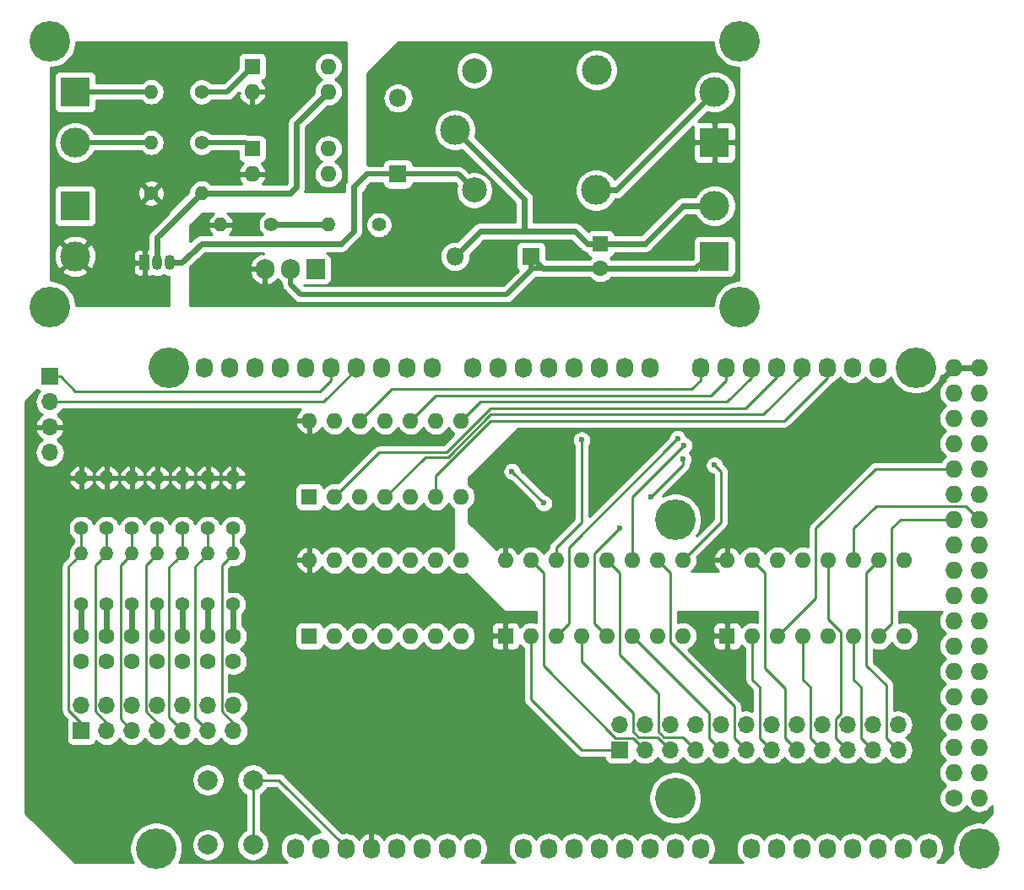
<source format=gbr>
G04 #@! TF.GenerationSoftware,KiCad,Pcbnew,5.1.4+dfsg1-1*
G04 #@! TF.CreationDate,2019-09-21T14:15:38+01:00*
G04 #@! TF.ProjectId,arduino_duo_shield,61726475-696e-46f5-9f64-756f5f736869,rev?*
G04 #@! TF.SameCoordinates,PX6296c50PY74079d0*
G04 #@! TF.FileFunction,Copper,L1,Top*
G04 #@! TF.FilePolarity,Positive*
%FSLAX46Y46*%
G04 Gerber Fmt 4.6, Leading zero omitted, Abs format (unit mm)*
G04 Created by KiCad (PCBNEW 5.1.4+dfsg1-1) date 2019-09-21 14:15:38*
%MOMM*%
%LPD*%
G04 APERTURE LIST*
%ADD10C,1.600000*%
%ADD11C,2.000000*%
%ADD12O,1.600000X1.600000*%
%ADD13R,1.600000X1.600000*%
%ADD14O,1.400000X1.400000*%
%ADD15C,1.400000*%
%ADD16O,1.905000X2.000000*%
%ADD17R,1.905000X2.000000*%
%ADD18R,1.050000X1.500000*%
%ADD19O,1.050000X1.500000*%
%ADD20C,4.064000*%
%ADD21C,3.000000*%
%ADD22R,3.000000X3.000000*%
%ADD23C,2.500000*%
%ADD24O,1.800000X1.800000*%
%ADD25R,1.800000X1.800000*%
%ADD26O,1.700000X1.700000*%
%ADD27R,1.700000X1.700000*%
%ADD28C,1.727200*%
%ADD29O,1.727200X1.727200*%
%ADD30O,1.727200X2.032000*%
%ADD31C,0.600000*%
%ADD32C,0.600000*%
%ADD33C,0.250000*%
%ADD34C,0.500000*%
%ADD35C,0.254000*%
G04 APERTURE END LIST*
D10*
X21717000Y23836000D03*
X21717000Y21336000D03*
X6477000Y23836000D03*
X6477000Y21336000D03*
X9017000Y23836000D03*
X9017000Y21336000D03*
X11557000Y23836000D03*
X11557000Y21336000D03*
X14097000Y23836000D03*
X14097000Y21336000D03*
X16637000Y23836000D03*
X16637000Y21336000D03*
X19177000Y23836000D03*
X19177000Y21336000D03*
D11*
X19177000Y9421000D03*
X23677000Y9421000D03*
X19177000Y2921000D03*
X23677000Y2921000D03*
D12*
X49022000Y31496000D03*
X66802000Y23876000D03*
X51562000Y31496000D03*
X64262000Y23876000D03*
X54102000Y31496000D03*
X61722000Y23876000D03*
X56642000Y31496000D03*
X59182000Y23876000D03*
X59182000Y31496000D03*
X56642000Y23876000D03*
X61722000Y31496000D03*
X54102000Y23876000D03*
X64262000Y31496000D03*
X51562000Y23876000D03*
X66802000Y31496000D03*
D13*
X49022000Y23876000D03*
D14*
X21717000Y32131000D03*
D15*
X21717000Y27051000D03*
D14*
X21717000Y39751000D03*
D15*
X21717000Y34671000D03*
D14*
X6477000Y32131000D03*
D15*
X6477000Y27051000D03*
D14*
X6477000Y39751000D03*
D15*
X6477000Y34671000D03*
D14*
X9017000Y32131000D03*
D15*
X9017000Y27051000D03*
D14*
X9017000Y39751000D03*
D15*
X9017000Y34671000D03*
D14*
X11557000Y32131000D03*
D15*
X11557000Y27051000D03*
D14*
X11557000Y39751000D03*
D15*
X11557000Y34671000D03*
D14*
X14097000Y32131000D03*
D15*
X14097000Y27051000D03*
D14*
X14097000Y39751000D03*
D15*
X14097000Y34671000D03*
D14*
X16637000Y32131000D03*
D15*
X16637000Y27051000D03*
D14*
X16637000Y39751000D03*
D15*
X16637000Y34671000D03*
D14*
X19177000Y32131000D03*
D15*
X19177000Y27051000D03*
D14*
X19177000Y39751000D03*
D15*
X19177000Y34671000D03*
D12*
X71247000Y31496000D03*
X89027000Y23876000D03*
X73787000Y31496000D03*
X86487000Y23876000D03*
X76327000Y31496000D03*
X83947000Y23876000D03*
X78867000Y31496000D03*
X81407000Y23876000D03*
X81407000Y31496000D03*
X78867000Y23876000D03*
X83947000Y31496000D03*
X76327000Y23876000D03*
X86487000Y31496000D03*
X73787000Y23876000D03*
X89027000Y31496000D03*
D13*
X71247000Y23876000D03*
D12*
X29337000Y45466000D03*
X44577000Y37846000D03*
X31877000Y45466000D03*
X42037000Y37846000D03*
X34417000Y45466000D03*
X39497000Y37846000D03*
X36957000Y45466000D03*
X36957000Y37846000D03*
X39497000Y45466000D03*
X34417000Y37846000D03*
X42037000Y45466000D03*
X31877000Y37846000D03*
X44577000Y45466000D03*
D13*
X29337000Y37846000D03*
D12*
X29337000Y31496000D03*
X44577000Y23876000D03*
X31877000Y31496000D03*
X42037000Y23876000D03*
X34417000Y31496000D03*
X39497000Y23876000D03*
X36957000Y31496000D03*
X36957000Y23876000D03*
X39497000Y31496000D03*
X34417000Y23876000D03*
X42037000Y31496000D03*
X31877000Y23876000D03*
X44577000Y31496000D03*
D13*
X29337000Y23876000D03*
D16*
X24892000Y60706000D03*
X27432000Y60706000D03*
D17*
X29972000Y60706000D03*
D14*
X18542000Y68326000D03*
D15*
X13462000Y68326000D03*
D18*
X12827000Y61341000D03*
D19*
X15367000Y61341000D03*
X14097000Y61341000D03*
D20*
X72517000Y56896000D03*
X3302000Y56896000D03*
X72517000Y83566000D03*
X3302000Y83566000D03*
D21*
X69977000Y67056000D03*
D22*
X69977000Y61976000D03*
D21*
X69977000Y78486000D03*
D22*
X69977000Y73406000D03*
D21*
X43942000Y74676000D03*
D23*
X45892000Y80626000D03*
D21*
X58142000Y80676000D03*
X58092000Y68626000D03*
D23*
X45892000Y68626000D03*
D21*
X5842000Y73406000D03*
D22*
X5842000Y78486000D03*
D21*
X5842000Y61976000D03*
D22*
X5842000Y67056000D03*
D24*
X38227000Y77851000D03*
D25*
X38227000Y70231000D03*
D14*
X13462000Y78486000D03*
D15*
X18542000Y78486000D03*
D14*
X20447000Y65151000D03*
D15*
X25527000Y65151000D03*
D14*
X31242000Y65151000D03*
D15*
X36322000Y65151000D03*
D14*
X13462000Y73406000D03*
D15*
X18542000Y73406000D03*
D10*
X58547000Y60746000D03*
D13*
X58547000Y63246000D03*
D26*
X3302000Y42291000D03*
X3302000Y44831000D03*
X3302000Y47371000D03*
D27*
X3302000Y49911000D03*
D12*
X31242000Y81026000D03*
X23622000Y78486000D03*
X31242000Y78486000D03*
D13*
X23622000Y81026000D03*
D12*
X31242000Y72771000D03*
X23622000Y70231000D03*
X31242000Y70231000D03*
D13*
X23622000Y72771000D03*
D24*
X43942000Y61976000D03*
D25*
X51562000Y61976000D03*
D26*
X21717000Y16891000D03*
X21717000Y14351000D03*
X19177000Y16891000D03*
X19177000Y14351000D03*
X16637000Y16891000D03*
X16637000Y14351000D03*
X14097000Y16891000D03*
X14097000Y14351000D03*
X11557000Y16891000D03*
X11557000Y14351000D03*
X9017000Y16891000D03*
X9017000Y14351000D03*
X6477000Y16891000D03*
D27*
X6477000Y14351000D03*
D26*
X88392000Y14986000D03*
X88392000Y12446000D03*
X85852000Y14986000D03*
X85852000Y12446000D03*
X83312000Y14986000D03*
X83312000Y12446000D03*
X80772000Y14986000D03*
X80772000Y12446000D03*
X78232000Y14986000D03*
X78232000Y12446000D03*
X75692000Y14986000D03*
X75692000Y12446000D03*
X73152000Y14986000D03*
X73152000Y12446000D03*
X70612000Y14986000D03*
X70612000Y12446000D03*
X68072000Y14986000D03*
X68072000Y12446000D03*
X65532000Y14986000D03*
X65532000Y12446000D03*
X62992000Y14986000D03*
X62992000Y12446000D03*
X60452000Y14986000D03*
D27*
X60452000Y12446000D03*
D28*
X93980000Y7620000D03*
D29*
X96520000Y7620000D03*
X93980000Y10160000D03*
X96520000Y10160000D03*
X93980000Y12700000D03*
X96520000Y12700000D03*
X93980000Y15240000D03*
X96520000Y15240000D03*
X93980000Y17780000D03*
X96520000Y17780000D03*
X93980000Y20320000D03*
X96520000Y20320000D03*
X93980000Y22860000D03*
X96520000Y22860000D03*
X93980000Y25400000D03*
X96520000Y25400000D03*
X93980000Y27940000D03*
X96520000Y27940000D03*
X93980000Y30480000D03*
X96520000Y30480000D03*
X93980000Y33020000D03*
X96520000Y33020000D03*
X93980000Y35560000D03*
X96520000Y35560000D03*
X93980000Y38100000D03*
X96520000Y38100000D03*
X93980000Y40640000D03*
X96520000Y40640000D03*
X93980000Y43180000D03*
X96520000Y43180000D03*
X93980000Y45720000D03*
X96520000Y45720000D03*
X93980000Y48260000D03*
X96520000Y48260000D03*
X93980000Y50800000D03*
X96520000Y50800000D03*
D30*
X27940000Y2540000D03*
X30480000Y2540000D03*
X33020000Y2540000D03*
X35560000Y2540000D03*
X38100000Y2540000D03*
X40640000Y2540000D03*
X43180000Y2540000D03*
X45720000Y2540000D03*
X50800000Y2540000D03*
X53340000Y2540000D03*
X55880000Y2540000D03*
X58420000Y2540000D03*
X60960000Y2540000D03*
X63500000Y2540000D03*
X66040000Y2540000D03*
X68580000Y2540000D03*
X73660000Y2540000D03*
X76200000Y2540000D03*
X78740000Y2540000D03*
X81280000Y2540000D03*
X83820000Y2540000D03*
X86360000Y2540000D03*
X88900000Y2540000D03*
X91440000Y2540000D03*
X18796000Y50800000D03*
X21336000Y50800000D03*
X23876000Y50800000D03*
X26416000Y50800000D03*
X28956000Y50800000D03*
X31496000Y50800000D03*
X34036000Y50800000D03*
X36576000Y50800000D03*
X39116000Y50800000D03*
X41656000Y50800000D03*
X45720000Y50800000D03*
X48260000Y50800000D03*
X50800000Y50800000D03*
X53340000Y50800000D03*
X55880000Y50800000D03*
X58420000Y50800000D03*
X60960000Y50800000D03*
X63500000Y50800000D03*
X68580000Y50800000D03*
X71120000Y50800000D03*
X73660000Y50800000D03*
X76200000Y50800000D03*
X78740000Y50800000D03*
X81280000Y50800000D03*
X83820000Y50800000D03*
X86360000Y50800000D03*
D20*
X13970000Y2540000D03*
X66040000Y7620000D03*
X96520000Y2540000D03*
X15240000Y50800000D03*
X66040000Y35560000D03*
X90170000Y50800000D03*
D31*
X71247000Y21336000D03*
X66913742Y43037742D03*
X66278742Y43672742D03*
X49657000Y40386000D03*
X52832000Y37211000D03*
X56642000Y43561000D03*
X69977000Y41021000D03*
X63627000Y37846000D03*
X66802000Y41656000D03*
X60451988Y34671002D03*
D32*
X93980000Y50800000D02*
X92837000Y49657000D01*
X96520000Y50800000D02*
X93980000Y50800000D01*
D33*
X25091213Y9421000D02*
X23677000Y9421000D01*
X26291400Y9421000D02*
X25091213Y9421000D01*
X33020000Y2692400D02*
X26291400Y9421000D01*
X33020000Y2540000D02*
X33020000Y2692400D01*
X23677000Y9421000D02*
X23677000Y2921000D01*
X71247000Y23876000D02*
X71247000Y21336000D01*
X87757000Y25146000D02*
X86487000Y23876000D01*
X93980000Y35560000D02*
X88646000Y35560000D01*
X87757000Y34671000D02*
X87757000Y25146000D01*
X88646000Y35560000D02*
X87757000Y34671000D01*
X95656401Y36423599D02*
X96520000Y35560000D01*
X86187399Y36911399D02*
X95168601Y36911399D01*
X83947000Y31496000D02*
X83947000Y34671000D01*
X95168601Y36911399D02*
X95656401Y36423599D01*
X83947000Y34671000D02*
X86187399Y36911399D01*
X86106000Y40640000D02*
X92758686Y40640000D01*
X92758686Y40640000D02*
X93980000Y40640000D01*
X80137000Y34671000D02*
X86106000Y40640000D01*
X76327000Y23876000D02*
X80137000Y27686000D01*
X80137000Y27686000D02*
X80137000Y34671000D01*
X66802000Y42926000D02*
X61722000Y37846000D01*
X61722000Y37846000D02*
X61722000Y31496000D01*
X55372000Y25146000D02*
X55372000Y32766000D01*
X66167000Y43561000D02*
X66278742Y43672742D01*
X54102000Y23876000D02*
X55372000Y25146000D01*
X55372000Y32766000D02*
X66167000Y43561000D01*
X4402000Y49911000D02*
X3302000Y49911000D01*
X31496000Y49534000D02*
X30404999Y48442999D01*
X5870001Y48442999D02*
X4402000Y49911000D01*
X30404999Y48442999D02*
X5870001Y48442999D01*
X31496000Y50800000D02*
X31496000Y49534000D01*
X34036000Y50647600D02*
X30759400Y47371000D01*
X34036000Y50800000D02*
X34036000Y50647600D01*
X30759400Y47371000D02*
X3302000Y47371000D01*
X49657000Y40386000D02*
X52832000Y37211000D01*
X56642000Y35306000D02*
X56642000Y43561000D01*
X54102000Y31496000D02*
X54102000Y32766000D01*
X54102000Y32766000D02*
X56642000Y35306000D01*
X66802000Y31496000D02*
X70612000Y35306000D01*
X70612000Y35306000D02*
X70612000Y40386000D01*
X70612000Y40386000D02*
X69977000Y41021000D01*
X63627000Y37846000D02*
X66802000Y41021000D01*
X66802000Y41021000D02*
X66802000Y41231736D01*
X66802000Y41231736D02*
X66802000Y41656000D01*
X60151989Y34371003D02*
X60451988Y34671002D01*
X57912000Y32131014D02*
X60151989Y34371003D01*
X59182000Y23876000D02*
X57912000Y25146000D01*
X57912000Y25146000D02*
X57912000Y32131014D01*
X67687000Y48641000D02*
X37592000Y48641000D01*
X37592000Y48641000D02*
X34417000Y45466000D01*
X68580000Y50800000D02*
X68580000Y49534000D01*
X68580000Y49534000D02*
X67687000Y48641000D01*
X42037000Y48006000D02*
X39497000Y45466000D01*
X69592000Y48006000D02*
X42037000Y48006000D01*
X71120000Y50800000D02*
X71120000Y49534000D01*
X71120000Y49534000D02*
X69592000Y48006000D01*
X46482000Y47371000D02*
X44577000Y45466000D01*
X73660000Y50800000D02*
X73660000Y49784000D01*
X71247000Y47371000D02*
X46482000Y47371000D01*
X73660000Y49784000D02*
X71247000Y47371000D01*
X36322000Y42291000D02*
X31877000Y37846000D01*
X73037700Y46736000D02*
X47512002Y46736000D01*
X76200000Y50800000D02*
X76200000Y49898300D01*
X76200000Y49898300D02*
X73037700Y46736000D01*
X47512002Y46736000D02*
X43067002Y42291000D01*
X43067002Y42291000D02*
X36322000Y42291000D01*
X78740000Y49976500D02*
X74864500Y46101000D01*
X78740000Y50800000D02*
X78740000Y49976500D01*
X74864500Y46101000D02*
X47513412Y46101000D01*
X47513412Y46101000D02*
X43253402Y41840990D01*
X40951990Y41840990D02*
X36957000Y37846000D01*
X43253402Y41840990D02*
X40951990Y41840990D01*
X47514822Y45466000D02*
X42037000Y39988178D01*
X76962000Y45466000D02*
X47514822Y45466000D01*
X81280000Y50800000D02*
X81280000Y49784000D01*
X42037000Y39988178D02*
X42037000Y37846000D01*
X81280000Y49784000D02*
X76962000Y45466000D01*
D34*
X69977000Y61976000D02*
X69342000Y61976000D01*
D32*
X68112000Y60746000D02*
X58547000Y60746000D01*
D34*
X69342000Y61976000D02*
X68112000Y60746000D01*
X52792000Y60746000D02*
X51562000Y61976000D01*
D32*
X58547000Y60746000D02*
X52792000Y60746000D01*
D34*
X49152000Y58166000D02*
X28472000Y58166000D01*
X27432000Y59206000D02*
X27432000Y60706000D01*
X28472000Y58166000D02*
X27432000Y59206000D01*
X51562000Y60576000D02*
X49152000Y58166000D01*
X51562000Y61976000D02*
X51562000Y60576000D01*
X51732000Y60746000D02*
X51562000Y60576000D01*
X52792000Y60746000D02*
X51732000Y60746000D01*
D32*
X19177000Y23836000D02*
X19177000Y27051000D01*
X16637000Y23836000D02*
X16637000Y27051000D01*
X14097000Y23836000D02*
X14097000Y27051000D01*
X11557000Y23836000D02*
X11557000Y27051000D01*
X9017000Y23836000D02*
X9017000Y27051000D01*
X25527000Y65151000D02*
X31242000Y65151000D01*
X69977000Y67056000D02*
X66802000Y67056000D01*
X62992000Y63246000D02*
X58547000Y63246000D01*
X66802000Y67056000D02*
X62992000Y63246000D01*
X57247000Y63246000D02*
X55977000Y64516000D01*
X58547000Y63246000D02*
X57247000Y63246000D01*
X46482000Y64516000D02*
X43942000Y61976000D01*
X43942000Y74676000D02*
X50927000Y67691000D01*
X55977000Y64516000D02*
X50927000Y64516000D01*
X50927000Y67691000D02*
X50927000Y64516000D01*
X50927000Y64516000D02*
X46482000Y64516000D01*
X6477000Y23836000D02*
X6477000Y27051000D01*
D34*
X22987000Y73406000D02*
X23622000Y72771000D01*
X18542000Y73406000D02*
X22987000Y73406000D01*
X21082000Y78486000D02*
X23622000Y81026000D01*
X18542000Y78486000D02*
X21082000Y78486000D01*
D33*
X18477001Y31431001D02*
X19177000Y32131000D01*
X17907000Y30861000D02*
X18477001Y31431001D01*
X17907000Y15621000D02*
X17907000Y30861000D01*
X19177000Y14351000D02*
X17907000Y15621000D01*
X19177000Y33120949D02*
X19177000Y34671000D01*
X19177000Y32131000D02*
X19177000Y33120949D01*
X15272001Y30766001D02*
X15937001Y31431001D01*
X15937001Y31431001D02*
X16637000Y32131000D01*
X15272001Y15715999D02*
X15272001Y30766001D01*
X16637000Y14351000D02*
X15272001Y15715999D01*
X16637000Y32131000D02*
X16637000Y34671000D01*
X12921999Y30955999D02*
X13397001Y31431001D01*
X12921999Y16326999D02*
X12921999Y30955999D01*
X14097000Y15151998D02*
X12921999Y16326999D01*
X13397001Y31431001D02*
X14097000Y32131000D01*
X14097000Y14351000D02*
X14097000Y15151998D01*
X14097000Y32131000D02*
X14097000Y34671000D01*
X10857001Y31431001D02*
X11557000Y32131000D01*
X10381999Y30955999D02*
X10857001Y31431001D01*
X10381999Y15526001D02*
X10381999Y30955999D01*
X11557000Y14351000D02*
X10381999Y15526001D01*
X11557000Y32131000D02*
X11557000Y34671000D01*
X8317001Y31431001D02*
X9017000Y32131000D01*
X7841999Y30955999D02*
X8317001Y31431001D01*
X7841999Y16326999D02*
X7841999Y30955999D01*
X9017000Y15151998D02*
X7841999Y16326999D01*
X9017000Y14351000D02*
X9017000Y15151998D01*
X9017000Y32131000D02*
X9017000Y34671000D01*
X5777001Y31431001D02*
X6477000Y32131000D01*
X5207000Y30861000D02*
X5777001Y31431001D01*
X5207000Y16421998D02*
X5207000Y30861000D01*
X6477000Y15151998D02*
X5207000Y16421998D01*
X6477000Y14351000D02*
X6477000Y15151998D01*
X6477000Y32131000D02*
X6477000Y34671000D01*
D34*
X5842000Y73406000D02*
X13462000Y73406000D01*
X44287000Y70231000D02*
X38227000Y70231000D01*
X45892000Y68626000D02*
X44287000Y70231000D01*
X36827000Y70231000D02*
X38227000Y70231000D01*
X35052000Y70231000D02*
X36827000Y70231000D01*
D32*
X16492000Y61341000D02*
X15367000Y61341000D01*
X33782000Y68961000D02*
X33782000Y64516000D01*
X35052000Y70231000D02*
X33782000Y68961000D01*
X33782000Y64516000D02*
X32512000Y63246000D01*
X32512000Y63246000D02*
X18542000Y63246000D01*
X18542000Y63246000D02*
X16492000Y61341000D01*
D34*
X7842000Y78486000D02*
X13462000Y78486000D01*
X5842000Y78486000D02*
X7842000Y78486000D01*
D32*
X60117000Y68626000D02*
X58092000Y68626000D01*
X69977000Y78486000D02*
X60117000Y68626000D01*
X14097000Y63881000D02*
X14097000Y61341000D01*
X18542000Y68326000D02*
X14097000Y63881000D01*
X31242000Y78486000D02*
X28067000Y75311000D01*
X28067000Y75311000D02*
X28067000Y68961000D01*
X27432000Y68326000D02*
X18542000Y68326000D01*
X28067000Y68961000D02*
X27432000Y68326000D01*
X21717000Y23836000D02*
X21717000Y27051000D01*
D33*
X21017001Y31431001D02*
X21717000Y32131000D01*
X20541999Y16326999D02*
X20541999Y30955999D01*
X20541999Y30955999D02*
X21017001Y31431001D01*
X21717000Y15151998D02*
X20541999Y16326999D01*
X21717000Y14351000D02*
X21717000Y15151998D01*
X21717000Y32131000D02*
X21717000Y34671000D01*
X87542001Y13295999D02*
X88392000Y12446000D01*
X85217000Y30226000D02*
X85217000Y20940998D01*
X87216999Y18940999D02*
X87216999Y13621001D01*
X86487000Y31496000D02*
X85217000Y30226000D01*
X85217000Y20940998D02*
X87216999Y18940999D01*
X87216999Y13621001D02*
X87542001Y13295999D01*
X85002001Y13295999D02*
X85852000Y12446000D01*
X84676999Y13621001D02*
X85002001Y13295999D01*
X83947000Y23876000D02*
X83947000Y19500315D01*
X84676999Y18770316D02*
X84676999Y13621001D01*
X83947000Y19500315D02*
X84676999Y18770316D01*
X82136999Y13621001D02*
X82462001Y13295999D01*
X81407000Y25541002D02*
X82677000Y24271002D01*
X81407000Y31496000D02*
X81407000Y25541002D01*
X82462001Y13295999D02*
X83312000Y12446000D01*
X82677000Y16090002D02*
X82136999Y15550001D01*
X82677000Y24271002D02*
X82677000Y16090002D01*
X82136999Y15550001D02*
X82136999Y13621001D01*
X79922001Y13295999D02*
X80772000Y12446000D01*
X79596999Y13621001D02*
X79922001Y13295999D01*
X78867000Y23876000D02*
X78867000Y19500315D01*
X79596999Y18770316D02*
X79596999Y13621001D01*
X78867000Y19500315D02*
X79596999Y18770316D01*
X77382001Y13295999D02*
X78232000Y12446000D01*
X75057000Y30226000D02*
X75057000Y20618001D01*
X75057000Y20618001D02*
X77056999Y18618002D01*
X73787000Y31496000D02*
X75057000Y30226000D01*
X77056999Y18618002D02*
X77056999Y13621001D01*
X77056999Y13621001D02*
X77382001Y13295999D01*
X74516999Y13621001D02*
X74842001Y13295999D01*
X74842001Y13295999D02*
X75692000Y12446000D01*
X74516999Y18770316D02*
X74516999Y13621001D01*
X73787000Y23876000D02*
X73787000Y19500315D01*
X73787000Y19500315D02*
X74516999Y18770316D01*
X72302001Y13295999D02*
X73152000Y12446000D01*
X65532000Y30226000D02*
X65532000Y23241000D01*
X65532000Y23241000D02*
X71976999Y16796001D01*
X71976999Y16796001D02*
X71976999Y13621001D01*
X64262000Y31496000D02*
X65532000Y30226000D01*
X71976999Y13621001D02*
X72302001Y13295999D01*
X69436999Y13621001D02*
X69762001Y13295999D01*
X69762001Y13295999D02*
X70612000Y12446000D01*
X69436999Y16161001D02*
X69436999Y13621001D01*
X61722000Y23876000D02*
X69436999Y16161001D01*
X66802000Y13716000D02*
X67222001Y13295999D01*
X64898410Y13716000D02*
X66802000Y13716000D01*
X60452000Y30226000D02*
X60452000Y21971000D01*
X60452000Y21971000D02*
X64356999Y18066001D01*
X67222001Y13295999D02*
X68072000Y12446000D01*
X64356999Y18066001D02*
X64356999Y14257411D01*
X59182000Y31496000D02*
X60452000Y30226000D01*
X64356999Y14257411D02*
X64898410Y13716000D01*
X64262000Y13716000D02*
X64682001Y13295999D01*
X64682001Y13295999D02*
X65532000Y12446000D01*
X56642000Y23876000D02*
X56642000Y21336000D01*
X61816999Y14257411D02*
X62358410Y13716000D01*
X56642000Y21336000D02*
X61816999Y16161001D01*
X62358410Y13716000D02*
X64262000Y13716000D01*
X61816999Y16161001D02*
X61816999Y14257411D01*
X52832000Y30226000D02*
X52832000Y20866998D01*
X62142001Y13295999D02*
X62992000Y12446000D01*
X51562000Y31496000D02*
X52832000Y30226000D01*
X52832000Y20866998D02*
X60077997Y13621001D01*
X61816999Y13621001D02*
X62142001Y13295999D01*
X60077997Y13621001D02*
X61816999Y13621001D01*
X56642000Y12446000D02*
X60452000Y12446000D01*
X51562000Y23876000D02*
X51562000Y17526000D01*
X51562000Y17526000D02*
X56642000Y12446000D01*
D35*
G36*
X69850000Y83303323D02*
G01*
X69952492Y82788065D01*
X70153536Y82302702D01*
X70445406Y81865887D01*
X70816887Y81494406D01*
X71253702Y81202536D01*
X71739065Y81001492D01*
X72254323Y80899000D01*
X72390000Y80899000D01*
X72390000Y59563000D01*
X72254323Y59563000D01*
X71739065Y59460508D01*
X71253702Y59259464D01*
X70816887Y58967594D01*
X70445406Y58596113D01*
X70153536Y58159298D01*
X69952492Y57673935D01*
X69850000Y57158677D01*
X69850000Y57023000D01*
X17399000Y57023000D01*
X17399000Y60332137D01*
X23339622Y60332137D01*
X23433121Y60035554D01*
X23582684Y59762911D01*
X23782563Y59524685D01*
X24025077Y59330031D01*
X24300906Y59186429D01*
X24519020Y59115437D01*
X24765000Y59235406D01*
X24765000Y60579000D01*
X23466430Y60579000D01*
X23339622Y60332137D01*
X17399000Y60332137D01*
X17399000Y60907465D01*
X18909366Y62311000D01*
X24764998Y62311000D01*
X24764998Y62176595D01*
X24519020Y62296563D01*
X24300906Y62225571D01*
X24025077Y62081969D01*
X23782563Y61887315D01*
X23582684Y61649089D01*
X23433121Y61376446D01*
X23339622Y61079863D01*
X23466430Y60833000D01*
X24765000Y60833000D01*
X24765000Y60853000D01*
X25019000Y60853000D01*
X25019000Y60833000D01*
X25039000Y60833000D01*
X25039000Y60579000D01*
X25019000Y60579000D01*
X25019000Y59235406D01*
X25264980Y59115437D01*
X25483094Y59186429D01*
X25758923Y59330031D01*
X26001437Y59524685D01*
X26156838Y59709900D01*
X26304037Y59530537D01*
X26545765Y59332155D01*
X26547000Y59331495D01*
X26547000Y59249470D01*
X26542719Y59206000D01*
X26547000Y59162531D01*
X26547000Y59162524D01*
X26559805Y59032511D01*
X26610411Y58865688D01*
X26692589Y58711942D01*
X26803183Y58577183D01*
X26836956Y58549466D01*
X27815470Y57570951D01*
X27843183Y57537183D01*
X27876951Y57509470D01*
X27876953Y57509468D01*
X27948452Y57450790D01*
X27977941Y57426589D01*
X28131687Y57344411D01*
X28298510Y57293805D01*
X28428523Y57281000D01*
X28428533Y57281000D01*
X28471999Y57276719D01*
X28515465Y57281000D01*
X49108531Y57281000D01*
X49152000Y57276719D01*
X49195469Y57281000D01*
X49195477Y57281000D01*
X49325490Y57293805D01*
X49492313Y57344411D01*
X49646059Y57426589D01*
X49780817Y57537183D01*
X49808534Y57570956D01*
X52098579Y59861000D01*
X52488479Y59861000D01*
X52608708Y59824529D01*
X52746068Y59811000D01*
X57452604Y59811000D01*
X57632241Y59631363D01*
X57867273Y59474320D01*
X58128426Y59366147D01*
X58405665Y59311000D01*
X58688335Y59311000D01*
X58965574Y59366147D01*
X59226727Y59474320D01*
X59461759Y59631363D01*
X59641396Y59811000D01*
X68157932Y59811000D01*
X68295292Y59824529D01*
X68373173Y59848154D01*
X68477000Y59837928D01*
X71477000Y59837928D01*
X71601482Y59850188D01*
X71721180Y59886498D01*
X71831494Y59945463D01*
X71928185Y60024815D01*
X72007537Y60121506D01*
X72066502Y60231820D01*
X72102812Y60351518D01*
X72115072Y60476000D01*
X72115072Y63476000D01*
X72102812Y63600482D01*
X72066502Y63720180D01*
X72007537Y63830494D01*
X71928185Y63927185D01*
X71831494Y64006537D01*
X71721180Y64065502D01*
X71601482Y64101812D01*
X71477000Y64114072D01*
X68477000Y64114072D01*
X68352518Y64101812D01*
X68232820Y64065502D01*
X68122506Y64006537D01*
X68025815Y63927185D01*
X67946463Y63830494D01*
X67887498Y63720180D01*
X67851188Y63600482D01*
X67838928Y63476000D01*
X67838928Y61724506D01*
X67795422Y61681000D01*
X59641396Y61681000D01*
X59495057Y61827339D01*
X59591180Y61856498D01*
X59701494Y61915463D01*
X59798185Y61994815D01*
X59877537Y62091506D01*
X59936502Y62201820D01*
X59969621Y62311000D01*
X62946068Y62311000D01*
X62992000Y62306476D01*
X63037932Y62311000D01*
X63175292Y62324529D01*
X63351540Y62377993D01*
X63513972Y62464814D01*
X63656344Y62581656D01*
X63685630Y62617341D01*
X67189289Y66121000D01*
X68053383Y66121000D01*
X68084988Y66044698D01*
X68318637Y65695017D01*
X68616017Y65397637D01*
X68965698Y65163988D01*
X69354244Y65003047D01*
X69766721Y64921000D01*
X70187279Y64921000D01*
X70599756Y65003047D01*
X70988302Y65163988D01*
X71337983Y65397637D01*
X71635363Y65695017D01*
X71869012Y66044698D01*
X72029953Y66433244D01*
X72112000Y66845721D01*
X72112000Y67266279D01*
X72029953Y67678756D01*
X71869012Y68067302D01*
X71635363Y68416983D01*
X71337983Y68714363D01*
X70988302Y68948012D01*
X70599756Y69108953D01*
X70187279Y69191000D01*
X69766721Y69191000D01*
X69354244Y69108953D01*
X68965698Y68948012D01*
X68616017Y68714363D01*
X68318637Y68416983D01*
X68084988Y68067302D01*
X68053383Y67991000D01*
X66847935Y67991000D01*
X66802000Y67995524D01*
X66618708Y67977472D01*
X66442459Y67924007D01*
X66385880Y67893765D01*
X66280028Y67837186D01*
X66137656Y67720344D01*
X66108370Y67684659D01*
X62604711Y64181000D01*
X59969621Y64181000D01*
X59936502Y64290180D01*
X59877537Y64400494D01*
X59798185Y64497185D01*
X59701494Y64576537D01*
X59591180Y64635502D01*
X59471482Y64671812D01*
X59347000Y64684072D01*
X57747000Y64684072D01*
X57622518Y64671812D01*
X57502820Y64635502D01*
X57392506Y64576537D01*
X57308057Y64507232D01*
X56670630Y65144659D01*
X56641344Y65180344D01*
X56498972Y65297186D01*
X56336540Y65384007D01*
X56160292Y65437471D01*
X56022932Y65451000D01*
X55977000Y65455524D01*
X55931068Y65451000D01*
X51862000Y65451000D01*
X51862000Y67645065D01*
X51866524Y67691000D01*
X51848472Y67874292D01*
X51811696Y67995524D01*
X51795007Y68050540D01*
X51708186Y68212972D01*
X51591344Y68355344D01*
X51555660Y68384629D01*
X51104010Y68836279D01*
X55957000Y68836279D01*
X55957000Y68415721D01*
X56039047Y68003244D01*
X56199988Y67614698D01*
X56433637Y67265017D01*
X56731017Y66967637D01*
X57080698Y66733988D01*
X57469244Y66573047D01*
X57881721Y66491000D01*
X58302279Y66491000D01*
X58714756Y66573047D01*
X59103302Y66733988D01*
X59452983Y66967637D01*
X59750363Y67265017D01*
X59984012Y67614698D01*
X60015617Y67691000D01*
X60071068Y67691000D01*
X60117000Y67686476D01*
X60162932Y67691000D01*
X60300292Y67704529D01*
X60476540Y67757993D01*
X60638972Y67844814D01*
X60781344Y67961656D01*
X60810630Y67997341D01*
X64719289Y71906000D01*
X67838928Y71906000D01*
X67851188Y71781518D01*
X67887498Y71661820D01*
X67946463Y71551506D01*
X68025815Y71454815D01*
X68122506Y71375463D01*
X68232820Y71316498D01*
X68352518Y71280188D01*
X68477000Y71267928D01*
X69691250Y71271000D01*
X69850000Y71429750D01*
X69850000Y73279000D01*
X70104000Y73279000D01*
X70104000Y71429750D01*
X70262750Y71271000D01*
X71477000Y71267928D01*
X71601482Y71280188D01*
X71721180Y71316498D01*
X71831494Y71375463D01*
X71928185Y71454815D01*
X72007537Y71551506D01*
X72066502Y71661820D01*
X72102812Y71781518D01*
X72115072Y71906000D01*
X72112000Y73120250D01*
X71953250Y73279000D01*
X70104000Y73279000D01*
X69850000Y73279000D01*
X68000750Y73279000D01*
X67842000Y73120250D01*
X67838928Y71906000D01*
X64719289Y71906000D01*
X67854418Y75041129D01*
X67851188Y75030482D01*
X67838928Y74906000D01*
X67842000Y73691750D01*
X68000750Y73533000D01*
X69850000Y73533000D01*
X69850000Y75382250D01*
X70104000Y75382250D01*
X70104000Y73533000D01*
X71953250Y73533000D01*
X72112000Y73691750D01*
X72115072Y74906000D01*
X72102812Y75030482D01*
X72066502Y75150180D01*
X72007537Y75260494D01*
X71928185Y75357185D01*
X71831494Y75436537D01*
X71721180Y75495502D01*
X71601482Y75531812D01*
X71477000Y75544072D01*
X70262750Y75541000D01*
X70104000Y75382250D01*
X69850000Y75382250D01*
X69691250Y75541000D01*
X68477000Y75544072D01*
X68352518Y75531812D01*
X68341871Y75528582D01*
X69277942Y76464653D01*
X69354244Y76433047D01*
X69766721Y76351000D01*
X70187279Y76351000D01*
X70599756Y76433047D01*
X70988302Y76593988D01*
X71337983Y76827637D01*
X71635363Y77125017D01*
X71869012Y77474698D01*
X72029953Y77863244D01*
X72112000Y78275721D01*
X72112000Y78696279D01*
X72029953Y79108756D01*
X71869012Y79497302D01*
X71635363Y79846983D01*
X71337983Y80144363D01*
X70988302Y80378012D01*
X70599756Y80538953D01*
X70187279Y80621000D01*
X69766721Y80621000D01*
X69354244Y80538953D01*
X68965698Y80378012D01*
X68616017Y80144363D01*
X68318637Y79846983D01*
X68084988Y79497302D01*
X67924047Y79108756D01*
X67842000Y78696279D01*
X67842000Y78275721D01*
X67924047Y77863244D01*
X67955653Y77786942D01*
X59912716Y69744005D01*
X59750363Y69986983D01*
X59452983Y70284363D01*
X59103302Y70518012D01*
X58714756Y70678953D01*
X58302279Y70761000D01*
X57881721Y70761000D01*
X57469244Y70678953D01*
X57080698Y70518012D01*
X56731017Y70284363D01*
X56433637Y69986983D01*
X56199988Y69637302D01*
X56039047Y69248756D01*
X55957000Y68836279D01*
X51104010Y68836279D01*
X45963347Y73976942D01*
X45994953Y74053244D01*
X46077000Y74465721D01*
X46077000Y74886279D01*
X45994953Y75298756D01*
X45834012Y75687302D01*
X45600363Y76036983D01*
X45302983Y76334363D01*
X44953302Y76568012D01*
X44564756Y76728953D01*
X44152279Y76811000D01*
X43731721Y76811000D01*
X43319244Y76728953D01*
X42930698Y76568012D01*
X42581017Y76334363D01*
X42283637Y76036983D01*
X42049988Y75687302D01*
X41889047Y75298756D01*
X41807000Y74886279D01*
X41807000Y74465721D01*
X41889047Y74053244D01*
X42049988Y73664698D01*
X42283637Y73315017D01*
X42581017Y73017637D01*
X42930698Y72783988D01*
X43319244Y72623047D01*
X43731721Y72541000D01*
X44152279Y72541000D01*
X44564756Y72623047D01*
X44641058Y72654653D01*
X49992000Y67303711D01*
X49992001Y65451000D01*
X46527924Y65451000D01*
X46481999Y65455523D01*
X46436074Y65451000D01*
X46436068Y65451000D01*
X46317110Y65439283D01*
X46298707Y65437471D01*
X46245243Y65421253D01*
X46122460Y65384007D01*
X45960028Y65297186D01*
X45817656Y65180344D01*
X45788374Y65144664D01*
X44142400Y63498690D01*
X44017408Y63511000D01*
X43866592Y63511000D01*
X43641087Y63488790D01*
X43351739Y63401017D01*
X43085073Y63258481D01*
X42851339Y63066661D01*
X42659519Y62832927D01*
X42516983Y62566261D01*
X42429210Y62276913D01*
X42399573Y61976000D01*
X42429210Y61675087D01*
X42516983Y61385739D01*
X42659519Y61119073D01*
X42851339Y60885339D01*
X43085073Y60693519D01*
X43351739Y60550983D01*
X43641087Y60463210D01*
X43866592Y60441000D01*
X44017408Y60441000D01*
X44242913Y60463210D01*
X44532261Y60550983D01*
X44798927Y60693519D01*
X45032661Y60885339D01*
X45224481Y61119073D01*
X45367017Y61385739D01*
X45454790Y61675087D01*
X45484427Y61976000D01*
X45464690Y62176400D01*
X46869290Y63581000D01*
X50881068Y63581000D01*
X50927000Y63576476D01*
X50972932Y63581000D01*
X55589711Y63581000D01*
X56553374Y62617336D01*
X56582656Y62581656D01*
X56725028Y62464814D01*
X56887460Y62377993D01*
X56999283Y62344072D01*
X57063707Y62324529D01*
X57122017Y62318786D01*
X57157498Y62201820D01*
X57216463Y62091506D01*
X57295815Y61994815D01*
X57392506Y61915463D01*
X57502820Y61856498D01*
X57598943Y61827339D01*
X57452604Y61681000D01*
X53108579Y61681000D01*
X53100072Y61689507D01*
X53100072Y62876000D01*
X53087812Y63000482D01*
X53051502Y63120180D01*
X52992537Y63230494D01*
X52913185Y63327185D01*
X52816494Y63406537D01*
X52706180Y63465502D01*
X52586482Y63501812D01*
X52462000Y63514072D01*
X50662000Y63514072D01*
X50537518Y63501812D01*
X50417820Y63465502D01*
X50307506Y63406537D01*
X50210815Y63327185D01*
X50131463Y63230494D01*
X50072498Y63120180D01*
X50036188Y63000482D01*
X50023928Y62876000D01*
X50023928Y61076000D01*
X50036188Y60951518D01*
X50072498Y60831820D01*
X50131463Y60721506D01*
X50210815Y60624815D01*
X50292335Y60557914D01*
X48785422Y59051000D01*
X28838579Y59051000D01*
X28770509Y59119069D01*
X28775320Y59116498D01*
X28895018Y59080188D01*
X29019500Y59067928D01*
X30924500Y59067928D01*
X31048982Y59080188D01*
X31168680Y59116498D01*
X31278994Y59175463D01*
X31375685Y59254815D01*
X31455037Y59351506D01*
X31514002Y59461820D01*
X31550312Y59581518D01*
X31562572Y59706000D01*
X31562572Y61706000D01*
X31550312Y61830482D01*
X31514002Y61950180D01*
X31455037Y62060494D01*
X31375685Y62157185D01*
X31278994Y62236537D01*
X31168680Y62295502D01*
X31117590Y62311000D01*
X32466068Y62311000D01*
X32512000Y62306476D01*
X32557932Y62311000D01*
X32695292Y62324529D01*
X32871540Y62377993D01*
X33033972Y62464814D01*
X33176344Y62581656D01*
X33205630Y62617341D01*
X34410664Y63822374D01*
X34446344Y63851656D01*
X34563186Y63994028D01*
X34650007Y64156460D01*
X34703471Y64332708D01*
X34707126Y64369814D01*
X34721524Y64515999D01*
X34717000Y64561931D01*
X34717000Y65282486D01*
X34987000Y65282486D01*
X34987000Y65019514D01*
X35038304Y64761595D01*
X35138939Y64518641D01*
X35285038Y64299987D01*
X35470987Y64114038D01*
X35689641Y63967939D01*
X35932595Y63867304D01*
X36190514Y63816000D01*
X36453486Y63816000D01*
X36711405Y63867304D01*
X36954359Y63967939D01*
X37173013Y64114038D01*
X37358962Y64299987D01*
X37505061Y64518641D01*
X37605696Y64761595D01*
X37657000Y65019514D01*
X37657000Y65282486D01*
X37605696Y65540405D01*
X37505061Y65783359D01*
X37358962Y66002013D01*
X37173013Y66187962D01*
X36954359Y66334061D01*
X36711405Y66434696D01*
X36453486Y66486000D01*
X36190514Y66486000D01*
X35932595Y66434696D01*
X35689641Y66334061D01*
X35470987Y66187962D01*
X35285038Y66002013D01*
X35138939Y65783359D01*
X35038304Y65540405D01*
X34987000Y65282486D01*
X34717000Y65282486D01*
X34717000Y68302667D01*
X35153600Y68884800D01*
X35166514Y68906085D01*
X35175027Y68929481D01*
X35179000Y68961000D01*
X35179000Y69035710D01*
X35489290Y69346000D01*
X36688928Y69346000D01*
X36688928Y69331000D01*
X36701188Y69206518D01*
X36737498Y69086820D01*
X36796463Y68976506D01*
X36875815Y68879815D01*
X36972506Y68800463D01*
X37082820Y68741498D01*
X37202518Y68705188D01*
X37327000Y68692928D01*
X39127000Y68692928D01*
X39251482Y68705188D01*
X39371180Y68741498D01*
X39481494Y68800463D01*
X39578185Y68879815D01*
X39657537Y68976506D01*
X39716502Y69086820D01*
X39752812Y69206518D01*
X39765072Y69331000D01*
X39765072Y69346000D01*
X43920422Y69346000D01*
X44082704Y69183717D01*
X44079439Y69175834D01*
X44007000Y68811656D01*
X44007000Y68440344D01*
X44079439Y68076166D01*
X44221534Y67733118D01*
X44427825Y67424382D01*
X44690382Y67161825D01*
X44999118Y66955534D01*
X45342166Y66813439D01*
X45706344Y66741000D01*
X46077656Y66741000D01*
X46441834Y66813439D01*
X46784882Y66955534D01*
X47093618Y67161825D01*
X47356175Y67424382D01*
X47562466Y67733118D01*
X47704561Y68076166D01*
X47777000Y68440344D01*
X47777000Y68811656D01*
X47704561Y69175834D01*
X47562466Y69518882D01*
X47356175Y69827618D01*
X47093618Y70090175D01*
X46784882Y70296466D01*
X46441834Y70438561D01*
X46077656Y70511000D01*
X45706344Y70511000D01*
X45342166Y70438561D01*
X45334283Y70435296D01*
X44943534Y70826044D01*
X44915817Y70859817D01*
X44781059Y70970411D01*
X44627313Y71052589D01*
X44460490Y71103195D01*
X44330477Y71116000D01*
X44330469Y71116000D01*
X44287000Y71120281D01*
X44243531Y71116000D01*
X39765072Y71116000D01*
X39765072Y71131000D01*
X39752812Y71255482D01*
X39716502Y71375180D01*
X39657537Y71485494D01*
X39578185Y71582185D01*
X39481494Y71661537D01*
X39371180Y71720502D01*
X39251482Y71756812D01*
X39127000Y71769072D01*
X37327000Y71769072D01*
X37202518Y71756812D01*
X37082820Y71720502D01*
X36972506Y71661537D01*
X36875815Y71582185D01*
X36796463Y71485494D01*
X36737498Y71375180D01*
X36701188Y71255482D01*
X36688928Y71131000D01*
X36688928Y71116000D01*
X35355519Y71116000D01*
X35235291Y71152471D01*
X35179000Y71158015D01*
X35179000Y77851000D01*
X36684573Y77851000D01*
X36714210Y77550087D01*
X36801983Y77260739D01*
X36944519Y76994073D01*
X37136339Y76760339D01*
X37370073Y76568519D01*
X37636739Y76425983D01*
X37926087Y76338210D01*
X38151592Y76316000D01*
X38302408Y76316000D01*
X38527913Y76338210D01*
X38817261Y76425983D01*
X39083927Y76568519D01*
X39317661Y76760339D01*
X39509481Y76994073D01*
X39652017Y77260739D01*
X39739790Y77550087D01*
X39769427Y77851000D01*
X39739790Y78151913D01*
X39652017Y78441261D01*
X39509481Y78707927D01*
X39317661Y78941661D01*
X39083927Y79133481D01*
X38817261Y79276017D01*
X38527913Y79363790D01*
X38302408Y79386000D01*
X38151592Y79386000D01*
X37926087Y79363790D01*
X37636739Y79276017D01*
X37370073Y79133481D01*
X37136339Y78941661D01*
X36944519Y78707927D01*
X36801983Y78441261D01*
X36714210Y78151913D01*
X36684573Y77851000D01*
X35179000Y77851000D01*
X35179000Y80338394D01*
X35652262Y80811656D01*
X44007000Y80811656D01*
X44007000Y80440344D01*
X44079439Y80076166D01*
X44221534Y79733118D01*
X44427825Y79424382D01*
X44690382Y79161825D01*
X44999118Y78955534D01*
X45342166Y78813439D01*
X45706344Y78741000D01*
X46077656Y78741000D01*
X46441834Y78813439D01*
X46784882Y78955534D01*
X47093618Y79161825D01*
X47356175Y79424382D01*
X47562466Y79733118D01*
X47704561Y80076166D01*
X47777000Y80440344D01*
X47777000Y80811656D01*
X47762157Y80886279D01*
X56007000Y80886279D01*
X56007000Y80465721D01*
X56089047Y80053244D01*
X56249988Y79664698D01*
X56483637Y79315017D01*
X56781017Y79017637D01*
X57130698Y78783988D01*
X57519244Y78623047D01*
X57931721Y78541000D01*
X58352279Y78541000D01*
X58764756Y78623047D01*
X59153302Y78783988D01*
X59502983Y79017637D01*
X59800363Y79315017D01*
X60034012Y79664698D01*
X60194953Y80053244D01*
X60277000Y80465721D01*
X60277000Y80886279D01*
X60194953Y81298756D01*
X60034012Y81687302D01*
X59800363Y82036983D01*
X59502983Y82334363D01*
X59153302Y82568012D01*
X58764756Y82728953D01*
X58352279Y82811000D01*
X57931721Y82811000D01*
X57519244Y82728953D01*
X57130698Y82568012D01*
X56781017Y82334363D01*
X56483637Y82036983D01*
X56249988Y81687302D01*
X56089047Y81298756D01*
X56007000Y80886279D01*
X47762157Y80886279D01*
X47704561Y81175834D01*
X47562466Y81518882D01*
X47356175Y81827618D01*
X47093618Y82090175D01*
X46784882Y82296466D01*
X46441834Y82438561D01*
X46077656Y82511000D01*
X45706344Y82511000D01*
X45342166Y82438561D01*
X44999118Y82296466D01*
X44690382Y82090175D01*
X44427825Y81827618D01*
X44221534Y81518882D01*
X44079439Y81175834D01*
X44007000Y80811656D01*
X35652262Y80811656D01*
X38279606Y83439000D01*
X69850000Y83439000D01*
X69850000Y83303323D01*
X69850000Y83303323D01*
G37*
X69850000Y83303323D02*
X69952492Y82788065D01*
X70153536Y82302702D01*
X70445406Y81865887D01*
X70816887Y81494406D01*
X71253702Y81202536D01*
X71739065Y81001492D01*
X72254323Y80899000D01*
X72390000Y80899000D01*
X72390000Y59563000D01*
X72254323Y59563000D01*
X71739065Y59460508D01*
X71253702Y59259464D01*
X70816887Y58967594D01*
X70445406Y58596113D01*
X70153536Y58159298D01*
X69952492Y57673935D01*
X69850000Y57158677D01*
X69850000Y57023000D01*
X17399000Y57023000D01*
X17399000Y60332137D01*
X23339622Y60332137D01*
X23433121Y60035554D01*
X23582684Y59762911D01*
X23782563Y59524685D01*
X24025077Y59330031D01*
X24300906Y59186429D01*
X24519020Y59115437D01*
X24765000Y59235406D01*
X24765000Y60579000D01*
X23466430Y60579000D01*
X23339622Y60332137D01*
X17399000Y60332137D01*
X17399000Y60907465D01*
X18909366Y62311000D01*
X24764998Y62311000D01*
X24764998Y62176595D01*
X24519020Y62296563D01*
X24300906Y62225571D01*
X24025077Y62081969D01*
X23782563Y61887315D01*
X23582684Y61649089D01*
X23433121Y61376446D01*
X23339622Y61079863D01*
X23466430Y60833000D01*
X24765000Y60833000D01*
X24765000Y60853000D01*
X25019000Y60853000D01*
X25019000Y60833000D01*
X25039000Y60833000D01*
X25039000Y60579000D01*
X25019000Y60579000D01*
X25019000Y59235406D01*
X25264980Y59115437D01*
X25483094Y59186429D01*
X25758923Y59330031D01*
X26001437Y59524685D01*
X26156838Y59709900D01*
X26304037Y59530537D01*
X26545765Y59332155D01*
X26547000Y59331495D01*
X26547000Y59249470D01*
X26542719Y59206000D01*
X26547000Y59162531D01*
X26547000Y59162524D01*
X26559805Y59032511D01*
X26610411Y58865688D01*
X26692589Y58711942D01*
X26803183Y58577183D01*
X26836956Y58549466D01*
X27815470Y57570951D01*
X27843183Y57537183D01*
X27876951Y57509470D01*
X27876953Y57509468D01*
X27948452Y57450790D01*
X27977941Y57426589D01*
X28131687Y57344411D01*
X28298510Y57293805D01*
X28428523Y57281000D01*
X28428533Y57281000D01*
X28471999Y57276719D01*
X28515465Y57281000D01*
X49108531Y57281000D01*
X49152000Y57276719D01*
X49195469Y57281000D01*
X49195477Y57281000D01*
X49325490Y57293805D01*
X49492313Y57344411D01*
X49646059Y57426589D01*
X49780817Y57537183D01*
X49808534Y57570956D01*
X52098579Y59861000D01*
X52488479Y59861000D01*
X52608708Y59824529D01*
X52746068Y59811000D01*
X57452604Y59811000D01*
X57632241Y59631363D01*
X57867273Y59474320D01*
X58128426Y59366147D01*
X58405665Y59311000D01*
X58688335Y59311000D01*
X58965574Y59366147D01*
X59226727Y59474320D01*
X59461759Y59631363D01*
X59641396Y59811000D01*
X68157932Y59811000D01*
X68295292Y59824529D01*
X68373173Y59848154D01*
X68477000Y59837928D01*
X71477000Y59837928D01*
X71601482Y59850188D01*
X71721180Y59886498D01*
X71831494Y59945463D01*
X71928185Y60024815D01*
X72007537Y60121506D01*
X72066502Y60231820D01*
X72102812Y60351518D01*
X72115072Y60476000D01*
X72115072Y63476000D01*
X72102812Y63600482D01*
X72066502Y63720180D01*
X72007537Y63830494D01*
X71928185Y63927185D01*
X71831494Y64006537D01*
X71721180Y64065502D01*
X71601482Y64101812D01*
X71477000Y64114072D01*
X68477000Y64114072D01*
X68352518Y64101812D01*
X68232820Y64065502D01*
X68122506Y64006537D01*
X68025815Y63927185D01*
X67946463Y63830494D01*
X67887498Y63720180D01*
X67851188Y63600482D01*
X67838928Y63476000D01*
X67838928Y61724506D01*
X67795422Y61681000D01*
X59641396Y61681000D01*
X59495057Y61827339D01*
X59591180Y61856498D01*
X59701494Y61915463D01*
X59798185Y61994815D01*
X59877537Y62091506D01*
X59936502Y62201820D01*
X59969621Y62311000D01*
X62946068Y62311000D01*
X62992000Y62306476D01*
X63037932Y62311000D01*
X63175292Y62324529D01*
X63351540Y62377993D01*
X63513972Y62464814D01*
X63656344Y62581656D01*
X63685630Y62617341D01*
X67189289Y66121000D01*
X68053383Y66121000D01*
X68084988Y66044698D01*
X68318637Y65695017D01*
X68616017Y65397637D01*
X68965698Y65163988D01*
X69354244Y65003047D01*
X69766721Y64921000D01*
X70187279Y64921000D01*
X70599756Y65003047D01*
X70988302Y65163988D01*
X71337983Y65397637D01*
X71635363Y65695017D01*
X71869012Y66044698D01*
X72029953Y66433244D01*
X72112000Y66845721D01*
X72112000Y67266279D01*
X72029953Y67678756D01*
X71869012Y68067302D01*
X71635363Y68416983D01*
X71337983Y68714363D01*
X70988302Y68948012D01*
X70599756Y69108953D01*
X70187279Y69191000D01*
X69766721Y69191000D01*
X69354244Y69108953D01*
X68965698Y68948012D01*
X68616017Y68714363D01*
X68318637Y68416983D01*
X68084988Y68067302D01*
X68053383Y67991000D01*
X66847935Y67991000D01*
X66802000Y67995524D01*
X66618708Y67977472D01*
X66442459Y67924007D01*
X66385880Y67893765D01*
X66280028Y67837186D01*
X66137656Y67720344D01*
X66108370Y67684659D01*
X62604711Y64181000D01*
X59969621Y64181000D01*
X59936502Y64290180D01*
X59877537Y64400494D01*
X59798185Y64497185D01*
X59701494Y64576537D01*
X59591180Y64635502D01*
X59471482Y64671812D01*
X59347000Y64684072D01*
X57747000Y64684072D01*
X57622518Y64671812D01*
X57502820Y64635502D01*
X57392506Y64576537D01*
X57308057Y64507232D01*
X56670630Y65144659D01*
X56641344Y65180344D01*
X56498972Y65297186D01*
X56336540Y65384007D01*
X56160292Y65437471D01*
X56022932Y65451000D01*
X55977000Y65455524D01*
X55931068Y65451000D01*
X51862000Y65451000D01*
X51862000Y67645065D01*
X51866524Y67691000D01*
X51848472Y67874292D01*
X51811696Y67995524D01*
X51795007Y68050540D01*
X51708186Y68212972D01*
X51591344Y68355344D01*
X51555660Y68384629D01*
X51104010Y68836279D01*
X55957000Y68836279D01*
X55957000Y68415721D01*
X56039047Y68003244D01*
X56199988Y67614698D01*
X56433637Y67265017D01*
X56731017Y66967637D01*
X57080698Y66733988D01*
X57469244Y66573047D01*
X57881721Y66491000D01*
X58302279Y66491000D01*
X58714756Y66573047D01*
X59103302Y66733988D01*
X59452983Y66967637D01*
X59750363Y67265017D01*
X59984012Y67614698D01*
X60015617Y67691000D01*
X60071068Y67691000D01*
X60117000Y67686476D01*
X60162932Y67691000D01*
X60300292Y67704529D01*
X60476540Y67757993D01*
X60638972Y67844814D01*
X60781344Y67961656D01*
X60810630Y67997341D01*
X64719289Y71906000D01*
X67838928Y71906000D01*
X67851188Y71781518D01*
X67887498Y71661820D01*
X67946463Y71551506D01*
X68025815Y71454815D01*
X68122506Y71375463D01*
X68232820Y71316498D01*
X68352518Y71280188D01*
X68477000Y71267928D01*
X69691250Y71271000D01*
X69850000Y71429750D01*
X69850000Y73279000D01*
X70104000Y73279000D01*
X70104000Y71429750D01*
X70262750Y71271000D01*
X71477000Y71267928D01*
X71601482Y71280188D01*
X71721180Y71316498D01*
X71831494Y71375463D01*
X71928185Y71454815D01*
X72007537Y71551506D01*
X72066502Y71661820D01*
X72102812Y71781518D01*
X72115072Y71906000D01*
X72112000Y73120250D01*
X71953250Y73279000D01*
X70104000Y73279000D01*
X69850000Y73279000D01*
X68000750Y73279000D01*
X67842000Y73120250D01*
X67838928Y71906000D01*
X64719289Y71906000D01*
X67854418Y75041129D01*
X67851188Y75030482D01*
X67838928Y74906000D01*
X67842000Y73691750D01*
X68000750Y73533000D01*
X69850000Y73533000D01*
X69850000Y75382250D01*
X70104000Y75382250D01*
X70104000Y73533000D01*
X71953250Y73533000D01*
X72112000Y73691750D01*
X72115072Y74906000D01*
X72102812Y75030482D01*
X72066502Y75150180D01*
X72007537Y75260494D01*
X71928185Y75357185D01*
X71831494Y75436537D01*
X71721180Y75495502D01*
X71601482Y75531812D01*
X71477000Y75544072D01*
X70262750Y75541000D01*
X70104000Y75382250D01*
X69850000Y75382250D01*
X69691250Y75541000D01*
X68477000Y75544072D01*
X68352518Y75531812D01*
X68341871Y75528582D01*
X69277942Y76464653D01*
X69354244Y76433047D01*
X69766721Y76351000D01*
X70187279Y76351000D01*
X70599756Y76433047D01*
X70988302Y76593988D01*
X71337983Y76827637D01*
X71635363Y77125017D01*
X71869012Y77474698D01*
X72029953Y77863244D01*
X72112000Y78275721D01*
X72112000Y78696279D01*
X72029953Y79108756D01*
X71869012Y79497302D01*
X71635363Y79846983D01*
X71337983Y80144363D01*
X70988302Y80378012D01*
X70599756Y80538953D01*
X70187279Y80621000D01*
X69766721Y80621000D01*
X69354244Y80538953D01*
X68965698Y80378012D01*
X68616017Y80144363D01*
X68318637Y79846983D01*
X68084988Y79497302D01*
X67924047Y79108756D01*
X67842000Y78696279D01*
X67842000Y78275721D01*
X67924047Y77863244D01*
X67955653Y77786942D01*
X59912716Y69744005D01*
X59750363Y69986983D01*
X59452983Y70284363D01*
X59103302Y70518012D01*
X58714756Y70678953D01*
X58302279Y70761000D01*
X57881721Y70761000D01*
X57469244Y70678953D01*
X57080698Y70518012D01*
X56731017Y70284363D01*
X56433637Y69986983D01*
X56199988Y69637302D01*
X56039047Y69248756D01*
X55957000Y68836279D01*
X51104010Y68836279D01*
X45963347Y73976942D01*
X45994953Y74053244D01*
X46077000Y74465721D01*
X46077000Y74886279D01*
X45994953Y75298756D01*
X45834012Y75687302D01*
X45600363Y76036983D01*
X45302983Y76334363D01*
X44953302Y76568012D01*
X44564756Y76728953D01*
X44152279Y76811000D01*
X43731721Y76811000D01*
X43319244Y76728953D01*
X42930698Y76568012D01*
X42581017Y76334363D01*
X42283637Y76036983D01*
X42049988Y75687302D01*
X41889047Y75298756D01*
X41807000Y74886279D01*
X41807000Y74465721D01*
X41889047Y74053244D01*
X42049988Y73664698D01*
X42283637Y73315017D01*
X42581017Y73017637D01*
X42930698Y72783988D01*
X43319244Y72623047D01*
X43731721Y72541000D01*
X44152279Y72541000D01*
X44564756Y72623047D01*
X44641058Y72654653D01*
X49992000Y67303711D01*
X49992001Y65451000D01*
X46527924Y65451000D01*
X46481999Y65455523D01*
X46436074Y65451000D01*
X46436068Y65451000D01*
X46317110Y65439283D01*
X46298707Y65437471D01*
X46245243Y65421253D01*
X46122460Y65384007D01*
X45960028Y65297186D01*
X45817656Y65180344D01*
X45788374Y65144664D01*
X44142400Y63498690D01*
X44017408Y63511000D01*
X43866592Y63511000D01*
X43641087Y63488790D01*
X43351739Y63401017D01*
X43085073Y63258481D01*
X42851339Y63066661D01*
X42659519Y62832927D01*
X42516983Y62566261D01*
X42429210Y62276913D01*
X42399573Y61976000D01*
X42429210Y61675087D01*
X42516983Y61385739D01*
X42659519Y61119073D01*
X42851339Y60885339D01*
X43085073Y60693519D01*
X43351739Y60550983D01*
X43641087Y60463210D01*
X43866592Y60441000D01*
X44017408Y60441000D01*
X44242913Y60463210D01*
X44532261Y60550983D01*
X44798927Y60693519D01*
X45032661Y60885339D01*
X45224481Y61119073D01*
X45367017Y61385739D01*
X45454790Y61675087D01*
X45484427Y61976000D01*
X45464690Y62176400D01*
X46869290Y63581000D01*
X50881068Y63581000D01*
X50927000Y63576476D01*
X50972932Y63581000D01*
X55589711Y63581000D01*
X56553374Y62617336D01*
X56582656Y62581656D01*
X56725028Y62464814D01*
X56887460Y62377993D01*
X56999283Y62344072D01*
X57063707Y62324529D01*
X57122017Y62318786D01*
X57157498Y62201820D01*
X57216463Y62091506D01*
X57295815Y61994815D01*
X57392506Y61915463D01*
X57502820Y61856498D01*
X57598943Y61827339D01*
X57452604Y61681000D01*
X53108579Y61681000D01*
X53100072Y61689507D01*
X53100072Y62876000D01*
X53087812Y63000482D01*
X53051502Y63120180D01*
X52992537Y63230494D01*
X52913185Y63327185D01*
X52816494Y63406537D01*
X52706180Y63465502D01*
X52586482Y63501812D01*
X52462000Y63514072D01*
X50662000Y63514072D01*
X50537518Y63501812D01*
X50417820Y63465502D01*
X50307506Y63406537D01*
X50210815Y63327185D01*
X50131463Y63230494D01*
X50072498Y63120180D01*
X50036188Y63000482D01*
X50023928Y62876000D01*
X50023928Y61076000D01*
X50036188Y60951518D01*
X50072498Y60831820D01*
X50131463Y60721506D01*
X50210815Y60624815D01*
X50292335Y60557914D01*
X48785422Y59051000D01*
X28838579Y59051000D01*
X28770509Y59119069D01*
X28775320Y59116498D01*
X28895018Y59080188D01*
X29019500Y59067928D01*
X30924500Y59067928D01*
X31048982Y59080188D01*
X31168680Y59116498D01*
X31278994Y59175463D01*
X31375685Y59254815D01*
X31455037Y59351506D01*
X31514002Y59461820D01*
X31550312Y59581518D01*
X31562572Y59706000D01*
X31562572Y61706000D01*
X31550312Y61830482D01*
X31514002Y61950180D01*
X31455037Y62060494D01*
X31375685Y62157185D01*
X31278994Y62236537D01*
X31168680Y62295502D01*
X31117590Y62311000D01*
X32466068Y62311000D01*
X32512000Y62306476D01*
X32557932Y62311000D01*
X32695292Y62324529D01*
X32871540Y62377993D01*
X33033972Y62464814D01*
X33176344Y62581656D01*
X33205630Y62617341D01*
X34410664Y63822374D01*
X34446344Y63851656D01*
X34563186Y63994028D01*
X34650007Y64156460D01*
X34703471Y64332708D01*
X34707126Y64369814D01*
X34721524Y64515999D01*
X34717000Y64561931D01*
X34717000Y65282486D01*
X34987000Y65282486D01*
X34987000Y65019514D01*
X35038304Y64761595D01*
X35138939Y64518641D01*
X35285038Y64299987D01*
X35470987Y64114038D01*
X35689641Y63967939D01*
X35932595Y63867304D01*
X36190514Y63816000D01*
X36453486Y63816000D01*
X36711405Y63867304D01*
X36954359Y63967939D01*
X37173013Y64114038D01*
X37358962Y64299987D01*
X37505061Y64518641D01*
X37605696Y64761595D01*
X37657000Y65019514D01*
X37657000Y65282486D01*
X37605696Y65540405D01*
X37505061Y65783359D01*
X37358962Y66002013D01*
X37173013Y66187962D01*
X36954359Y66334061D01*
X36711405Y66434696D01*
X36453486Y66486000D01*
X36190514Y66486000D01*
X35932595Y66434696D01*
X35689641Y66334061D01*
X35470987Y66187962D01*
X35285038Y66002013D01*
X35138939Y65783359D01*
X35038304Y65540405D01*
X34987000Y65282486D01*
X34717000Y65282486D01*
X34717000Y68302667D01*
X35153600Y68884800D01*
X35166514Y68906085D01*
X35175027Y68929481D01*
X35179000Y68961000D01*
X35179000Y69035710D01*
X35489290Y69346000D01*
X36688928Y69346000D01*
X36688928Y69331000D01*
X36701188Y69206518D01*
X36737498Y69086820D01*
X36796463Y68976506D01*
X36875815Y68879815D01*
X36972506Y68800463D01*
X37082820Y68741498D01*
X37202518Y68705188D01*
X37327000Y68692928D01*
X39127000Y68692928D01*
X39251482Y68705188D01*
X39371180Y68741498D01*
X39481494Y68800463D01*
X39578185Y68879815D01*
X39657537Y68976506D01*
X39716502Y69086820D01*
X39752812Y69206518D01*
X39765072Y69331000D01*
X39765072Y69346000D01*
X43920422Y69346000D01*
X44082704Y69183717D01*
X44079439Y69175834D01*
X44007000Y68811656D01*
X44007000Y68440344D01*
X44079439Y68076166D01*
X44221534Y67733118D01*
X44427825Y67424382D01*
X44690382Y67161825D01*
X44999118Y66955534D01*
X45342166Y66813439D01*
X45706344Y66741000D01*
X46077656Y66741000D01*
X46441834Y66813439D01*
X46784882Y66955534D01*
X47093618Y67161825D01*
X47356175Y67424382D01*
X47562466Y67733118D01*
X47704561Y68076166D01*
X47777000Y68440344D01*
X47777000Y68811656D01*
X47704561Y69175834D01*
X47562466Y69518882D01*
X47356175Y69827618D01*
X47093618Y70090175D01*
X46784882Y70296466D01*
X46441834Y70438561D01*
X46077656Y70511000D01*
X45706344Y70511000D01*
X45342166Y70438561D01*
X45334283Y70435296D01*
X44943534Y70826044D01*
X44915817Y70859817D01*
X44781059Y70970411D01*
X44627313Y71052589D01*
X44460490Y71103195D01*
X44330477Y71116000D01*
X44330469Y71116000D01*
X44287000Y71120281D01*
X44243531Y71116000D01*
X39765072Y71116000D01*
X39765072Y71131000D01*
X39752812Y71255482D01*
X39716502Y71375180D01*
X39657537Y71485494D01*
X39578185Y71582185D01*
X39481494Y71661537D01*
X39371180Y71720502D01*
X39251482Y71756812D01*
X39127000Y71769072D01*
X37327000Y71769072D01*
X37202518Y71756812D01*
X37082820Y71720502D01*
X36972506Y71661537D01*
X36875815Y71582185D01*
X36796463Y71485494D01*
X36737498Y71375180D01*
X36701188Y71255482D01*
X36688928Y71131000D01*
X36688928Y71116000D01*
X35355519Y71116000D01*
X35235291Y71152471D01*
X35179000Y71158015D01*
X35179000Y77851000D01*
X36684573Y77851000D01*
X36714210Y77550087D01*
X36801983Y77260739D01*
X36944519Y76994073D01*
X37136339Y76760339D01*
X37370073Y76568519D01*
X37636739Y76425983D01*
X37926087Y76338210D01*
X38151592Y76316000D01*
X38302408Y76316000D01*
X38527913Y76338210D01*
X38817261Y76425983D01*
X39083927Y76568519D01*
X39317661Y76760339D01*
X39509481Y76994073D01*
X39652017Y77260739D01*
X39739790Y77550087D01*
X39769427Y77851000D01*
X39739790Y78151913D01*
X39652017Y78441261D01*
X39509481Y78707927D01*
X39317661Y78941661D01*
X39083927Y79133481D01*
X38817261Y79276017D01*
X38527913Y79363790D01*
X38302408Y79386000D01*
X38151592Y79386000D01*
X37926087Y79363790D01*
X37636739Y79276017D01*
X37370073Y79133481D01*
X37136339Y78941661D01*
X36944519Y78707927D01*
X36801983Y78441261D01*
X36714210Y78151913D01*
X36684573Y77851000D01*
X35179000Y77851000D01*
X35179000Y80338394D01*
X35652262Y80811656D01*
X44007000Y80811656D01*
X44007000Y80440344D01*
X44079439Y80076166D01*
X44221534Y79733118D01*
X44427825Y79424382D01*
X44690382Y79161825D01*
X44999118Y78955534D01*
X45342166Y78813439D01*
X45706344Y78741000D01*
X46077656Y78741000D01*
X46441834Y78813439D01*
X46784882Y78955534D01*
X47093618Y79161825D01*
X47356175Y79424382D01*
X47562466Y79733118D01*
X47704561Y80076166D01*
X47777000Y80440344D01*
X47777000Y80811656D01*
X47762157Y80886279D01*
X56007000Y80886279D01*
X56007000Y80465721D01*
X56089047Y80053244D01*
X56249988Y79664698D01*
X56483637Y79315017D01*
X56781017Y79017637D01*
X57130698Y78783988D01*
X57519244Y78623047D01*
X57931721Y78541000D01*
X58352279Y78541000D01*
X58764756Y78623047D01*
X59153302Y78783988D01*
X59502983Y79017637D01*
X59800363Y79315017D01*
X60034012Y79664698D01*
X60194953Y80053244D01*
X60277000Y80465721D01*
X60277000Y80886279D01*
X60194953Y81298756D01*
X60034012Y81687302D01*
X59800363Y82036983D01*
X59502983Y82334363D01*
X59153302Y82568012D01*
X58764756Y82728953D01*
X58352279Y82811000D01*
X57931721Y82811000D01*
X57519244Y82728953D01*
X57130698Y82568012D01*
X56781017Y82334363D01*
X56483637Y82036983D01*
X56249988Y81687302D01*
X56089047Y81298756D01*
X56007000Y80886279D01*
X47762157Y80886279D01*
X47704561Y81175834D01*
X47562466Y81518882D01*
X47356175Y81827618D01*
X47093618Y82090175D01*
X46784882Y82296466D01*
X46441834Y82438561D01*
X46077656Y82511000D01*
X45706344Y82511000D01*
X45342166Y82438561D01*
X44999118Y82296466D01*
X44690382Y82090175D01*
X44427825Y81827618D01*
X44221534Y81518882D01*
X44079439Y81175834D01*
X44007000Y80811656D01*
X35652262Y80811656D01*
X38279606Y83439000D01*
X69850000Y83439000D01*
X69850000Y83303323D01*
G36*
X19644340Y66217759D02*
G01*
X19451649Y66040670D01*
X19297208Y65829392D01*
X19186953Y65592044D01*
X19154284Y65484329D01*
X19277626Y65278000D01*
X20320000Y65278000D01*
X20320000Y65298000D01*
X20574000Y65298000D01*
X20574000Y65278000D01*
X21616374Y65278000D01*
X21739716Y65484329D01*
X21707047Y65592044D01*
X21596792Y65829392D01*
X21442351Y66040670D01*
X21249660Y66217759D01*
X21124433Y66294000D01*
X24834685Y66294000D01*
X24675987Y66187962D01*
X24490038Y66002013D01*
X24343939Y65783359D01*
X24243304Y65540405D01*
X24192000Y65282486D01*
X24192000Y65019514D01*
X24243304Y64761595D01*
X24343939Y64518641D01*
X24490038Y64299987D01*
X24609025Y64181000D01*
X21354944Y64181000D01*
X21442351Y64261330D01*
X21596792Y64472608D01*
X21707047Y64709956D01*
X21739716Y64817671D01*
X21616374Y65024000D01*
X20574000Y65024000D01*
X20574000Y65004000D01*
X20320000Y65004000D01*
X20320000Y65024000D01*
X19277626Y65024000D01*
X19154284Y64817671D01*
X19186953Y64709956D01*
X19297208Y64472608D01*
X19451649Y64261330D01*
X19539056Y64181000D01*
X18605121Y64181000D01*
X18576421Y64184893D01*
X18513229Y64181000D01*
X18496068Y64181000D01*
X18467407Y64178177D01*
X18392591Y64173568D01*
X18375892Y64169163D01*
X18358708Y64167471D01*
X18286976Y64145711D01*
X18214502Y64126596D01*
X18198987Y64119021D01*
X18182460Y64114007D01*
X18116338Y64078665D01*
X18048999Y64045784D01*
X18035262Y64035329D01*
X18020028Y64027186D01*
X17962071Y63979622D01*
X17939168Y63962190D01*
X17926604Y63950515D01*
X17877656Y63910344D01*
X17859279Y63887952D01*
X17399000Y63460229D01*
X17399000Y65098394D01*
X18594606Y66294000D01*
X19769567Y66294000D01*
X19644340Y66217759D01*
X19644340Y66217759D01*
G37*
X19644340Y66217759D02*
X19451649Y66040670D01*
X19297208Y65829392D01*
X19186953Y65592044D01*
X19154284Y65484329D01*
X19277626Y65278000D01*
X20320000Y65278000D01*
X20320000Y65298000D01*
X20574000Y65298000D01*
X20574000Y65278000D01*
X21616374Y65278000D01*
X21739716Y65484329D01*
X21707047Y65592044D01*
X21596792Y65829392D01*
X21442351Y66040670D01*
X21249660Y66217759D01*
X21124433Y66294000D01*
X24834685Y66294000D01*
X24675987Y66187962D01*
X24490038Y66002013D01*
X24343939Y65783359D01*
X24243304Y65540405D01*
X24192000Y65282486D01*
X24192000Y65019514D01*
X24243304Y64761595D01*
X24343939Y64518641D01*
X24490038Y64299987D01*
X24609025Y64181000D01*
X21354944Y64181000D01*
X21442351Y64261330D01*
X21596792Y64472608D01*
X21707047Y64709956D01*
X21739716Y64817671D01*
X21616374Y65024000D01*
X20574000Y65024000D01*
X20574000Y65004000D01*
X20320000Y65004000D01*
X20320000Y65024000D01*
X19277626Y65024000D01*
X19154284Y64817671D01*
X19186953Y64709956D01*
X19297208Y64472608D01*
X19451649Y64261330D01*
X19539056Y64181000D01*
X18605121Y64181000D01*
X18576421Y64184893D01*
X18513229Y64181000D01*
X18496068Y64181000D01*
X18467407Y64178177D01*
X18392591Y64173568D01*
X18375892Y64169163D01*
X18358708Y64167471D01*
X18286976Y64145711D01*
X18214502Y64126596D01*
X18198987Y64119021D01*
X18182460Y64114007D01*
X18116338Y64078665D01*
X18048999Y64045784D01*
X18035262Y64035329D01*
X18020028Y64027186D01*
X17962071Y63979622D01*
X17939168Y63962190D01*
X17926604Y63950515D01*
X17877656Y63910344D01*
X17859279Y63887952D01*
X17399000Y63460229D01*
X17399000Y65098394D01*
X18594606Y66294000D01*
X19769567Y66294000D01*
X19644340Y66217759D01*
G36*
X33020000Y69506349D02*
G01*
X33000814Y69482971D01*
X32913993Y69320539D01*
X32891767Y69247269D01*
X32860529Y69144291D01*
X32842476Y68961000D01*
X32847000Y68915068D01*
X32847000Y68453000D01*
X28855654Y68453000D01*
X28910708Y68556000D01*
X28935007Y68601459D01*
X28988472Y68777708D01*
X29006524Y68961000D01*
X29002000Y69006935D01*
X29002000Y72771000D01*
X29800057Y72771000D01*
X29827764Y72489691D01*
X29909818Y72219192D01*
X30043068Y71969899D01*
X30222392Y71751392D01*
X30440899Y71572068D01*
X30573858Y71501000D01*
X30440899Y71429932D01*
X30222392Y71250608D01*
X30043068Y71032101D01*
X29909818Y70782808D01*
X29827764Y70512309D01*
X29800057Y70231000D01*
X29827764Y69949691D01*
X29909818Y69679192D01*
X30043068Y69429899D01*
X30222392Y69211392D01*
X30440899Y69032068D01*
X30690192Y68898818D01*
X30960691Y68816764D01*
X31171508Y68796000D01*
X31312492Y68796000D01*
X31523309Y68816764D01*
X31793808Y68898818D01*
X32043101Y69032068D01*
X32261608Y69211392D01*
X32440932Y69429899D01*
X32574182Y69679192D01*
X32656236Y69949691D01*
X32683943Y70231000D01*
X32656236Y70512309D01*
X32574182Y70782808D01*
X32440932Y71032101D01*
X32261608Y71250608D01*
X32043101Y71429932D01*
X31910142Y71501000D01*
X32043101Y71572068D01*
X32261608Y71751392D01*
X32440932Y71969899D01*
X32574182Y72219192D01*
X32656236Y72489691D01*
X32683943Y72771000D01*
X32656236Y73052309D01*
X32574182Y73322808D01*
X32440932Y73572101D01*
X32261608Y73790608D01*
X32043101Y73969932D01*
X31793808Y74103182D01*
X31523309Y74185236D01*
X31312492Y74206000D01*
X31171508Y74206000D01*
X30960691Y74185236D01*
X30690192Y74103182D01*
X30440899Y73969932D01*
X30222392Y73790608D01*
X30043068Y73572101D01*
X29909818Y73322808D01*
X29827764Y73052309D01*
X29800057Y72771000D01*
X29002000Y72771000D01*
X29002000Y74923711D01*
X31133075Y77054785D01*
X31171508Y77051000D01*
X31312492Y77051000D01*
X31523309Y77071764D01*
X31793808Y77153818D01*
X32043101Y77287068D01*
X32261608Y77466392D01*
X32440932Y77684899D01*
X32574182Y77934192D01*
X32656236Y78204691D01*
X32683943Y78486000D01*
X32656236Y78767309D01*
X32574182Y79037808D01*
X32440932Y79287101D01*
X32261608Y79505608D01*
X32043101Y79684932D01*
X31910142Y79756000D01*
X32043101Y79827068D01*
X32261608Y80006392D01*
X32440932Y80224899D01*
X32574182Y80474192D01*
X32656236Y80744691D01*
X32683943Y81026000D01*
X32656236Y81307309D01*
X32574182Y81577808D01*
X32440932Y81827101D01*
X32261608Y82045608D01*
X32043101Y82224932D01*
X31793808Y82358182D01*
X31523309Y82440236D01*
X31312492Y82461000D01*
X31171508Y82461000D01*
X30960691Y82440236D01*
X30690192Y82358182D01*
X30440899Y82224932D01*
X30222392Y82045608D01*
X30043068Y81827101D01*
X29909818Y81577808D01*
X29827764Y81307309D01*
X29800057Y81026000D01*
X29827764Y80744691D01*
X29909818Y80474192D01*
X30043068Y80224899D01*
X30222392Y80006392D01*
X30440899Y79827068D01*
X30573858Y79756000D01*
X30440899Y79684932D01*
X30222392Y79505608D01*
X30043068Y79287101D01*
X29909818Y79037808D01*
X29827764Y78767309D01*
X29800057Y78486000D01*
X29810785Y78377075D01*
X27438341Y76004630D01*
X27402656Y75975344D01*
X27285814Y75832971D01*
X27198993Y75670539D01*
X27159698Y75541000D01*
X27145529Y75494291D01*
X27127476Y75311000D01*
X27132000Y75265068D01*
X27132001Y69348290D01*
X27044711Y69261000D01*
X24678256Y69261000D01*
X24685519Y69267586D01*
X24853037Y69493580D01*
X24973246Y69747913D01*
X25013904Y69881961D01*
X24891915Y70104000D01*
X23749000Y70104000D01*
X23749000Y70084000D01*
X23495000Y70084000D01*
X23495000Y70104000D01*
X22352085Y70104000D01*
X22230096Y69881961D01*
X22270754Y69747913D01*
X22390963Y69493580D01*
X22558481Y69267586D01*
X22565744Y69261000D01*
X19501679Y69261000D01*
X19490555Y69274555D01*
X19287275Y69441382D01*
X19055354Y69565347D01*
X18803706Y69641683D01*
X18607579Y69661000D01*
X18476421Y69661000D01*
X18280294Y69641683D01*
X18028646Y69565347D01*
X17796725Y69441382D01*
X17593445Y69274555D01*
X17426618Y69071275D01*
X17302653Y68839354D01*
X17226317Y68587706D01*
X17211469Y68436956D01*
X17201443Y68431597D01*
X17182197Y68415803D01*
X15277197Y66510803D01*
X15261403Y66491557D01*
X15249667Y66469601D01*
X15242440Y66445776D01*
X15240000Y66421000D01*
X15240000Y66346289D01*
X13468341Y64574630D01*
X13432656Y64545344D01*
X13315814Y64402971D01*
X13228993Y64240539D01*
X13203488Y64156460D01*
X13175529Y64064291D01*
X13157476Y63881000D01*
X13162000Y63835068D01*
X13162000Y62726632D01*
X13112750Y62726000D01*
X12954000Y62567250D01*
X12954000Y61794108D01*
X12953785Y61793399D01*
X12937000Y61622978D01*
X12937000Y61059021D01*
X12953785Y60888600D01*
X12954000Y60887891D01*
X12954000Y60114750D01*
X13112750Y59956000D01*
X13352000Y59952928D01*
X13476482Y59965188D01*
X13596180Y60001498D01*
X13660902Y60036093D01*
X13869601Y59972785D01*
X14097000Y59950388D01*
X14324400Y59972785D01*
X14543060Y60039115D01*
X14732000Y60140106D01*
X14920941Y60039115D01*
X15139601Y59972785D01*
X15240000Y59962896D01*
X15240000Y57023000D01*
X5969000Y57023000D01*
X5969000Y57158677D01*
X5866508Y57673935D01*
X5665464Y58159298D01*
X5373594Y58596113D01*
X5002113Y58967594D01*
X4565298Y59259464D01*
X4079935Y59460508D01*
X3564677Y59563000D01*
X3429000Y59563000D01*
X3429000Y60484347D01*
X4529952Y60484347D01*
X4685962Y60168786D01*
X5060745Y59977980D01*
X5465551Y59863956D01*
X5884824Y59831098D01*
X6302451Y59880666D01*
X6702383Y60010757D01*
X6998038Y60168786D01*
X7154048Y60484347D01*
X7047395Y60591000D01*
X11663928Y60591000D01*
X11676188Y60466518D01*
X11712498Y60346820D01*
X11771463Y60236506D01*
X11850815Y60139815D01*
X11947506Y60060463D01*
X12057820Y60001498D01*
X12177518Y59965188D01*
X12302000Y59952928D01*
X12541250Y59956000D01*
X12700000Y60114750D01*
X12700000Y61214000D01*
X11825750Y61214000D01*
X11667000Y61055250D01*
X11663928Y60591000D01*
X7047395Y60591000D01*
X5842000Y61796395D01*
X4529952Y60484347D01*
X3429000Y60484347D01*
X3429000Y61933176D01*
X3697098Y61933176D01*
X3746666Y61515549D01*
X3876757Y61115617D01*
X4034786Y60819962D01*
X4350347Y60663952D01*
X5662395Y61976000D01*
X6021605Y61976000D01*
X7333653Y60663952D01*
X7649214Y60819962D01*
X7840020Y61194745D01*
X7954044Y61599551D01*
X7986902Y62018824D01*
X7978336Y62091000D01*
X11663928Y62091000D01*
X11667000Y61626750D01*
X11825750Y61468000D01*
X12700000Y61468000D01*
X12700000Y62567250D01*
X12541250Y62726000D01*
X12302000Y62729072D01*
X12177518Y62716812D01*
X12057820Y62680502D01*
X11947506Y62621537D01*
X11850815Y62542185D01*
X11771463Y62445494D01*
X11712498Y62335180D01*
X11676188Y62215482D01*
X11663928Y62091000D01*
X7978336Y62091000D01*
X7937334Y62436451D01*
X7807243Y62836383D01*
X7649214Y63132038D01*
X7333653Y63288048D01*
X6021605Y61976000D01*
X5662395Y61976000D01*
X4350347Y63288048D01*
X4034786Y63132038D01*
X3843980Y62757255D01*
X3729956Y62352449D01*
X3697098Y61933176D01*
X3429000Y61933176D01*
X3429000Y63467653D01*
X4529952Y63467653D01*
X5842000Y62155605D01*
X7154048Y63467653D01*
X6998038Y63783214D01*
X6623255Y63974020D01*
X6218449Y64088044D01*
X5799176Y64120902D01*
X5381549Y64071334D01*
X4981617Y63941243D01*
X4685962Y63783214D01*
X4529952Y63467653D01*
X3429000Y63467653D01*
X3429000Y68556000D01*
X3703928Y68556000D01*
X3703928Y65556000D01*
X3716188Y65431518D01*
X3752498Y65311820D01*
X3811463Y65201506D01*
X3890815Y65104815D01*
X3987506Y65025463D01*
X4097820Y64966498D01*
X4217518Y64930188D01*
X4342000Y64917928D01*
X7342000Y64917928D01*
X7466482Y64930188D01*
X7586180Y64966498D01*
X7696494Y65025463D01*
X7793185Y65104815D01*
X7872537Y65201506D01*
X7931502Y65311820D01*
X7967812Y65431518D01*
X7980072Y65556000D01*
X7980072Y67404731D01*
X12720336Y67404731D01*
X12779797Y67170963D01*
X13018242Y67060066D01*
X13273740Y66997817D01*
X13536473Y66986610D01*
X13796344Y67026875D01*
X14043366Y67117065D01*
X14144203Y67170963D01*
X14203664Y67404731D01*
X13462000Y68146395D01*
X12720336Y67404731D01*
X7980072Y67404731D01*
X7980072Y68251527D01*
X12122610Y68251527D01*
X12162875Y67991656D01*
X12253065Y67744634D01*
X12306963Y67643797D01*
X12540731Y67584336D01*
X13282395Y68326000D01*
X13641605Y68326000D01*
X14383269Y67584336D01*
X14617037Y67643797D01*
X14727934Y67882242D01*
X14790183Y68137740D01*
X14801390Y68400473D01*
X14761125Y68660344D01*
X14670935Y68907366D01*
X14617037Y69008203D01*
X14383269Y69067664D01*
X13641605Y68326000D01*
X13282395Y68326000D01*
X12540731Y69067664D01*
X12306963Y69008203D01*
X12196066Y68769758D01*
X12133817Y68514260D01*
X12122610Y68251527D01*
X7980072Y68251527D01*
X7980072Y68556000D01*
X7967812Y68680482D01*
X7931502Y68800180D01*
X7872537Y68910494D01*
X7793185Y69007185D01*
X7696494Y69086537D01*
X7586180Y69145502D01*
X7466482Y69181812D01*
X7342000Y69194072D01*
X4342000Y69194072D01*
X4217518Y69181812D01*
X4097820Y69145502D01*
X3987506Y69086537D01*
X3890815Y69007185D01*
X3811463Y68910494D01*
X3752498Y68800180D01*
X3716188Y68680482D01*
X3703928Y68556000D01*
X3429000Y68556000D01*
X3429000Y69247269D01*
X12720336Y69247269D01*
X13462000Y68505605D01*
X14203664Y69247269D01*
X14144203Y69481037D01*
X13905758Y69591934D01*
X13650260Y69654183D01*
X13387527Y69665390D01*
X13127656Y69625125D01*
X12880634Y69534935D01*
X12779797Y69481037D01*
X12720336Y69247269D01*
X3429000Y69247269D01*
X3429000Y73616279D01*
X3707000Y73616279D01*
X3707000Y73195721D01*
X3789047Y72783244D01*
X3949988Y72394698D01*
X4183637Y72045017D01*
X4481017Y71747637D01*
X4830698Y71513988D01*
X5219244Y71353047D01*
X5631721Y71271000D01*
X6052279Y71271000D01*
X6464756Y71353047D01*
X6853302Y71513988D01*
X7202983Y71747637D01*
X7500363Y72045017D01*
X7734012Y72394698D01*
X7786328Y72521000D01*
X12461287Y72521000D01*
X12513445Y72457445D01*
X12716725Y72290618D01*
X12948646Y72166653D01*
X13200294Y72090317D01*
X13396421Y72071000D01*
X13527579Y72071000D01*
X13723706Y72090317D01*
X13975354Y72166653D01*
X14207275Y72290618D01*
X14410555Y72457445D01*
X14577382Y72660725D01*
X14701347Y72892646D01*
X14777683Y73144294D01*
X14803459Y73406000D01*
X14790509Y73537486D01*
X17207000Y73537486D01*
X17207000Y73274514D01*
X17258304Y73016595D01*
X17358939Y72773641D01*
X17505038Y72554987D01*
X17690987Y72369038D01*
X17909641Y72222939D01*
X18152595Y72122304D01*
X18410514Y72071000D01*
X18673486Y72071000D01*
X18931405Y72122304D01*
X19174359Y72222939D01*
X19393013Y72369038D01*
X19544975Y72521000D01*
X22183928Y72521000D01*
X22183928Y71971000D01*
X22196188Y71846518D01*
X22232498Y71726820D01*
X22291463Y71616506D01*
X22370815Y71519815D01*
X22467506Y71440463D01*
X22577820Y71381498D01*
X22697518Y71345188D01*
X22722080Y71342769D01*
X22558481Y71194414D01*
X22390963Y70968420D01*
X22270754Y70714087D01*
X22230096Y70580039D01*
X22352085Y70358000D01*
X23495000Y70358000D01*
X23495000Y70378000D01*
X23749000Y70378000D01*
X23749000Y70358000D01*
X24891915Y70358000D01*
X25013904Y70580039D01*
X24973246Y70714087D01*
X24853037Y70968420D01*
X24685519Y71194414D01*
X24521920Y71342769D01*
X24546482Y71345188D01*
X24666180Y71381498D01*
X24776494Y71440463D01*
X24873185Y71519815D01*
X24952537Y71616506D01*
X25011502Y71726820D01*
X25047812Y71846518D01*
X25060072Y71971000D01*
X25060072Y73571000D01*
X25047812Y73695482D01*
X25011502Y73815180D01*
X24952537Y73925494D01*
X24873185Y74022185D01*
X24776494Y74101537D01*
X24666180Y74160502D01*
X24546482Y74196812D01*
X24422000Y74209072D01*
X23361956Y74209072D01*
X23327313Y74227589D01*
X23160490Y74278195D01*
X23030477Y74291000D01*
X23030469Y74291000D01*
X22987000Y74295281D01*
X22943531Y74291000D01*
X19544975Y74291000D01*
X19393013Y74442962D01*
X19174359Y74589061D01*
X18931405Y74689696D01*
X18673486Y74741000D01*
X18410514Y74741000D01*
X18152595Y74689696D01*
X17909641Y74589061D01*
X17690987Y74442962D01*
X17505038Y74257013D01*
X17358939Y74038359D01*
X17258304Y73795405D01*
X17207000Y73537486D01*
X14790509Y73537486D01*
X14777683Y73667706D01*
X14701347Y73919354D01*
X14577382Y74151275D01*
X14410555Y74354555D01*
X14207275Y74521382D01*
X13975354Y74645347D01*
X13723706Y74721683D01*
X13527579Y74741000D01*
X13396421Y74741000D01*
X13200294Y74721683D01*
X12948646Y74645347D01*
X12716725Y74521382D01*
X12513445Y74354555D01*
X12461287Y74291000D01*
X7786328Y74291000D01*
X7734012Y74417302D01*
X7500363Y74766983D01*
X7202983Y75064363D01*
X6853302Y75298012D01*
X6464756Y75458953D01*
X6052279Y75541000D01*
X5631721Y75541000D01*
X5219244Y75458953D01*
X4830698Y75298012D01*
X4481017Y75064363D01*
X4183637Y74766983D01*
X3949988Y74417302D01*
X3789047Y74028756D01*
X3707000Y73616279D01*
X3429000Y73616279D01*
X3429000Y79986000D01*
X3703928Y79986000D01*
X3703928Y76986000D01*
X3716188Y76861518D01*
X3752498Y76741820D01*
X3811463Y76631506D01*
X3890815Y76534815D01*
X3987506Y76455463D01*
X4097820Y76396498D01*
X4217518Y76360188D01*
X4342000Y76347928D01*
X7342000Y76347928D01*
X7466482Y76360188D01*
X7586180Y76396498D01*
X7696494Y76455463D01*
X7793185Y76534815D01*
X7872537Y76631506D01*
X7931502Y76741820D01*
X7967812Y76861518D01*
X7980072Y76986000D01*
X7980072Y77601000D01*
X12461287Y77601000D01*
X12513445Y77537445D01*
X12716725Y77370618D01*
X12948646Y77246653D01*
X13200294Y77170317D01*
X13396421Y77151000D01*
X13527579Y77151000D01*
X13723706Y77170317D01*
X13975354Y77246653D01*
X14207275Y77370618D01*
X14410555Y77537445D01*
X14577382Y77740725D01*
X14701347Y77972646D01*
X14777683Y78224294D01*
X14803459Y78486000D01*
X14790509Y78617486D01*
X17207000Y78617486D01*
X17207000Y78354514D01*
X17258304Y78096595D01*
X17358939Y77853641D01*
X17505038Y77634987D01*
X17690987Y77449038D01*
X17909641Y77302939D01*
X18152595Y77202304D01*
X18410514Y77151000D01*
X18673486Y77151000D01*
X18931405Y77202304D01*
X19174359Y77302939D01*
X19393013Y77449038D01*
X19544975Y77601000D01*
X21038531Y77601000D01*
X21082000Y77596719D01*
X21125469Y77601000D01*
X21125477Y77601000D01*
X21255490Y77613805D01*
X21422313Y77664411D01*
X21576059Y77746589D01*
X21710817Y77857183D01*
X21738534Y77890956D01*
X22206576Y78358998D01*
X22352084Y78358998D01*
X22230096Y78136961D01*
X22270754Y78002913D01*
X22390963Y77748580D01*
X22558481Y77522586D01*
X22766869Y77333615D01*
X23008119Y77188930D01*
X23272960Y77094091D01*
X23495000Y77215376D01*
X23495000Y78359000D01*
X23749000Y78359000D01*
X23749000Y77215376D01*
X23971040Y77094091D01*
X24235881Y77188930D01*
X24477131Y77333615D01*
X24685519Y77522586D01*
X24853037Y77748580D01*
X24973246Y78002913D01*
X25013904Y78136961D01*
X24891915Y78359000D01*
X23749000Y78359000D01*
X23495000Y78359000D01*
X23475000Y78359000D01*
X23475000Y78613000D01*
X23495000Y78613000D01*
X23495000Y78633000D01*
X23749000Y78633000D01*
X23749000Y78613000D01*
X24891915Y78613000D01*
X25013904Y78835039D01*
X24973246Y78969087D01*
X24853037Y79223420D01*
X24685519Y79449414D01*
X24521920Y79597769D01*
X24546482Y79600188D01*
X24666180Y79636498D01*
X24776494Y79695463D01*
X24873185Y79774815D01*
X24952537Y79871506D01*
X25011502Y79981820D01*
X25047812Y80101518D01*
X25060072Y80226000D01*
X25060072Y81826000D01*
X25047812Y81950482D01*
X25011502Y82070180D01*
X24952537Y82180494D01*
X24873185Y82277185D01*
X24776494Y82356537D01*
X24666180Y82415502D01*
X24546482Y82451812D01*
X24422000Y82464072D01*
X22822000Y82464072D01*
X22697518Y82451812D01*
X22577820Y82415502D01*
X22467506Y82356537D01*
X22370815Y82277185D01*
X22291463Y82180494D01*
X22232498Y82070180D01*
X22196188Y81950482D01*
X22183928Y81826000D01*
X22183928Y80839507D01*
X20715422Y79371000D01*
X19544975Y79371000D01*
X19393013Y79522962D01*
X19174359Y79669061D01*
X18931405Y79769696D01*
X18673486Y79821000D01*
X18410514Y79821000D01*
X18152595Y79769696D01*
X17909641Y79669061D01*
X17690987Y79522962D01*
X17505038Y79337013D01*
X17358939Y79118359D01*
X17258304Y78875405D01*
X17207000Y78617486D01*
X14790509Y78617486D01*
X14777683Y78747706D01*
X14701347Y78999354D01*
X14577382Y79231275D01*
X14410555Y79434555D01*
X14207275Y79601382D01*
X13975354Y79725347D01*
X13723706Y79801683D01*
X13527579Y79821000D01*
X13396421Y79821000D01*
X13200294Y79801683D01*
X12948646Y79725347D01*
X12716725Y79601382D01*
X12513445Y79434555D01*
X12461287Y79371000D01*
X7980072Y79371000D01*
X7980072Y79986000D01*
X7967812Y80110482D01*
X7931502Y80230180D01*
X7872537Y80340494D01*
X7793185Y80437185D01*
X7696494Y80516537D01*
X7586180Y80575502D01*
X7466482Y80611812D01*
X7342000Y80624072D01*
X4342000Y80624072D01*
X4217518Y80611812D01*
X4097820Y80575502D01*
X3987506Y80516537D01*
X3890815Y80437185D01*
X3811463Y80340494D01*
X3752498Y80230180D01*
X3716188Y80110482D01*
X3703928Y79986000D01*
X3429000Y79986000D01*
X3429000Y80899000D01*
X3564677Y80899000D01*
X4079935Y81001492D01*
X4565298Y81202536D01*
X5002113Y81494406D01*
X5373594Y81865887D01*
X5665464Y82302702D01*
X5866508Y82788065D01*
X5969000Y83303323D01*
X5969000Y83439000D01*
X33020000Y83439000D01*
X33020000Y69506349D01*
X33020000Y69506349D01*
G37*
X33020000Y69506349D02*
X33000814Y69482971D01*
X32913993Y69320539D01*
X32891767Y69247269D01*
X32860529Y69144291D01*
X32842476Y68961000D01*
X32847000Y68915068D01*
X32847000Y68453000D01*
X28855654Y68453000D01*
X28910708Y68556000D01*
X28935007Y68601459D01*
X28988472Y68777708D01*
X29006524Y68961000D01*
X29002000Y69006935D01*
X29002000Y72771000D01*
X29800057Y72771000D01*
X29827764Y72489691D01*
X29909818Y72219192D01*
X30043068Y71969899D01*
X30222392Y71751392D01*
X30440899Y71572068D01*
X30573858Y71501000D01*
X30440899Y71429932D01*
X30222392Y71250608D01*
X30043068Y71032101D01*
X29909818Y70782808D01*
X29827764Y70512309D01*
X29800057Y70231000D01*
X29827764Y69949691D01*
X29909818Y69679192D01*
X30043068Y69429899D01*
X30222392Y69211392D01*
X30440899Y69032068D01*
X30690192Y68898818D01*
X30960691Y68816764D01*
X31171508Y68796000D01*
X31312492Y68796000D01*
X31523309Y68816764D01*
X31793808Y68898818D01*
X32043101Y69032068D01*
X32261608Y69211392D01*
X32440932Y69429899D01*
X32574182Y69679192D01*
X32656236Y69949691D01*
X32683943Y70231000D01*
X32656236Y70512309D01*
X32574182Y70782808D01*
X32440932Y71032101D01*
X32261608Y71250608D01*
X32043101Y71429932D01*
X31910142Y71501000D01*
X32043101Y71572068D01*
X32261608Y71751392D01*
X32440932Y71969899D01*
X32574182Y72219192D01*
X32656236Y72489691D01*
X32683943Y72771000D01*
X32656236Y73052309D01*
X32574182Y73322808D01*
X32440932Y73572101D01*
X32261608Y73790608D01*
X32043101Y73969932D01*
X31793808Y74103182D01*
X31523309Y74185236D01*
X31312492Y74206000D01*
X31171508Y74206000D01*
X30960691Y74185236D01*
X30690192Y74103182D01*
X30440899Y73969932D01*
X30222392Y73790608D01*
X30043068Y73572101D01*
X29909818Y73322808D01*
X29827764Y73052309D01*
X29800057Y72771000D01*
X29002000Y72771000D01*
X29002000Y74923711D01*
X31133075Y77054785D01*
X31171508Y77051000D01*
X31312492Y77051000D01*
X31523309Y77071764D01*
X31793808Y77153818D01*
X32043101Y77287068D01*
X32261608Y77466392D01*
X32440932Y77684899D01*
X32574182Y77934192D01*
X32656236Y78204691D01*
X32683943Y78486000D01*
X32656236Y78767309D01*
X32574182Y79037808D01*
X32440932Y79287101D01*
X32261608Y79505608D01*
X32043101Y79684932D01*
X31910142Y79756000D01*
X32043101Y79827068D01*
X32261608Y80006392D01*
X32440932Y80224899D01*
X32574182Y80474192D01*
X32656236Y80744691D01*
X32683943Y81026000D01*
X32656236Y81307309D01*
X32574182Y81577808D01*
X32440932Y81827101D01*
X32261608Y82045608D01*
X32043101Y82224932D01*
X31793808Y82358182D01*
X31523309Y82440236D01*
X31312492Y82461000D01*
X31171508Y82461000D01*
X30960691Y82440236D01*
X30690192Y82358182D01*
X30440899Y82224932D01*
X30222392Y82045608D01*
X30043068Y81827101D01*
X29909818Y81577808D01*
X29827764Y81307309D01*
X29800057Y81026000D01*
X29827764Y80744691D01*
X29909818Y80474192D01*
X30043068Y80224899D01*
X30222392Y80006392D01*
X30440899Y79827068D01*
X30573858Y79756000D01*
X30440899Y79684932D01*
X30222392Y79505608D01*
X30043068Y79287101D01*
X29909818Y79037808D01*
X29827764Y78767309D01*
X29800057Y78486000D01*
X29810785Y78377075D01*
X27438341Y76004630D01*
X27402656Y75975344D01*
X27285814Y75832971D01*
X27198993Y75670539D01*
X27159698Y75541000D01*
X27145529Y75494291D01*
X27127476Y75311000D01*
X27132000Y75265068D01*
X27132001Y69348290D01*
X27044711Y69261000D01*
X24678256Y69261000D01*
X24685519Y69267586D01*
X24853037Y69493580D01*
X24973246Y69747913D01*
X25013904Y69881961D01*
X24891915Y70104000D01*
X23749000Y70104000D01*
X23749000Y70084000D01*
X23495000Y70084000D01*
X23495000Y70104000D01*
X22352085Y70104000D01*
X22230096Y69881961D01*
X22270754Y69747913D01*
X22390963Y69493580D01*
X22558481Y69267586D01*
X22565744Y69261000D01*
X19501679Y69261000D01*
X19490555Y69274555D01*
X19287275Y69441382D01*
X19055354Y69565347D01*
X18803706Y69641683D01*
X18607579Y69661000D01*
X18476421Y69661000D01*
X18280294Y69641683D01*
X18028646Y69565347D01*
X17796725Y69441382D01*
X17593445Y69274555D01*
X17426618Y69071275D01*
X17302653Y68839354D01*
X17226317Y68587706D01*
X17211469Y68436956D01*
X17201443Y68431597D01*
X17182197Y68415803D01*
X15277197Y66510803D01*
X15261403Y66491557D01*
X15249667Y66469601D01*
X15242440Y66445776D01*
X15240000Y66421000D01*
X15240000Y66346289D01*
X13468341Y64574630D01*
X13432656Y64545344D01*
X13315814Y64402971D01*
X13228993Y64240539D01*
X13203488Y64156460D01*
X13175529Y64064291D01*
X13157476Y63881000D01*
X13162000Y63835068D01*
X13162000Y62726632D01*
X13112750Y62726000D01*
X12954000Y62567250D01*
X12954000Y61794108D01*
X12953785Y61793399D01*
X12937000Y61622978D01*
X12937000Y61059021D01*
X12953785Y60888600D01*
X12954000Y60887891D01*
X12954000Y60114750D01*
X13112750Y59956000D01*
X13352000Y59952928D01*
X13476482Y59965188D01*
X13596180Y60001498D01*
X13660902Y60036093D01*
X13869601Y59972785D01*
X14097000Y59950388D01*
X14324400Y59972785D01*
X14543060Y60039115D01*
X14732000Y60140106D01*
X14920941Y60039115D01*
X15139601Y59972785D01*
X15240000Y59962896D01*
X15240000Y57023000D01*
X5969000Y57023000D01*
X5969000Y57158677D01*
X5866508Y57673935D01*
X5665464Y58159298D01*
X5373594Y58596113D01*
X5002113Y58967594D01*
X4565298Y59259464D01*
X4079935Y59460508D01*
X3564677Y59563000D01*
X3429000Y59563000D01*
X3429000Y60484347D01*
X4529952Y60484347D01*
X4685962Y60168786D01*
X5060745Y59977980D01*
X5465551Y59863956D01*
X5884824Y59831098D01*
X6302451Y59880666D01*
X6702383Y60010757D01*
X6998038Y60168786D01*
X7154048Y60484347D01*
X7047395Y60591000D01*
X11663928Y60591000D01*
X11676188Y60466518D01*
X11712498Y60346820D01*
X11771463Y60236506D01*
X11850815Y60139815D01*
X11947506Y60060463D01*
X12057820Y60001498D01*
X12177518Y59965188D01*
X12302000Y59952928D01*
X12541250Y59956000D01*
X12700000Y60114750D01*
X12700000Y61214000D01*
X11825750Y61214000D01*
X11667000Y61055250D01*
X11663928Y60591000D01*
X7047395Y60591000D01*
X5842000Y61796395D01*
X4529952Y60484347D01*
X3429000Y60484347D01*
X3429000Y61933176D01*
X3697098Y61933176D01*
X3746666Y61515549D01*
X3876757Y61115617D01*
X4034786Y60819962D01*
X4350347Y60663952D01*
X5662395Y61976000D01*
X6021605Y61976000D01*
X7333653Y60663952D01*
X7649214Y60819962D01*
X7840020Y61194745D01*
X7954044Y61599551D01*
X7986902Y62018824D01*
X7978336Y62091000D01*
X11663928Y62091000D01*
X11667000Y61626750D01*
X11825750Y61468000D01*
X12700000Y61468000D01*
X12700000Y62567250D01*
X12541250Y62726000D01*
X12302000Y62729072D01*
X12177518Y62716812D01*
X12057820Y62680502D01*
X11947506Y62621537D01*
X11850815Y62542185D01*
X11771463Y62445494D01*
X11712498Y62335180D01*
X11676188Y62215482D01*
X11663928Y62091000D01*
X7978336Y62091000D01*
X7937334Y62436451D01*
X7807243Y62836383D01*
X7649214Y63132038D01*
X7333653Y63288048D01*
X6021605Y61976000D01*
X5662395Y61976000D01*
X4350347Y63288048D01*
X4034786Y63132038D01*
X3843980Y62757255D01*
X3729956Y62352449D01*
X3697098Y61933176D01*
X3429000Y61933176D01*
X3429000Y63467653D01*
X4529952Y63467653D01*
X5842000Y62155605D01*
X7154048Y63467653D01*
X6998038Y63783214D01*
X6623255Y63974020D01*
X6218449Y64088044D01*
X5799176Y64120902D01*
X5381549Y64071334D01*
X4981617Y63941243D01*
X4685962Y63783214D01*
X4529952Y63467653D01*
X3429000Y63467653D01*
X3429000Y68556000D01*
X3703928Y68556000D01*
X3703928Y65556000D01*
X3716188Y65431518D01*
X3752498Y65311820D01*
X3811463Y65201506D01*
X3890815Y65104815D01*
X3987506Y65025463D01*
X4097820Y64966498D01*
X4217518Y64930188D01*
X4342000Y64917928D01*
X7342000Y64917928D01*
X7466482Y64930188D01*
X7586180Y64966498D01*
X7696494Y65025463D01*
X7793185Y65104815D01*
X7872537Y65201506D01*
X7931502Y65311820D01*
X7967812Y65431518D01*
X7980072Y65556000D01*
X7980072Y67404731D01*
X12720336Y67404731D01*
X12779797Y67170963D01*
X13018242Y67060066D01*
X13273740Y66997817D01*
X13536473Y66986610D01*
X13796344Y67026875D01*
X14043366Y67117065D01*
X14144203Y67170963D01*
X14203664Y67404731D01*
X13462000Y68146395D01*
X12720336Y67404731D01*
X7980072Y67404731D01*
X7980072Y68251527D01*
X12122610Y68251527D01*
X12162875Y67991656D01*
X12253065Y67744634D01*
X12306963Y67643797D01*
X12540731Y67584336D01*
X13282395Y68326000D01*
X13641605Y68326000D01*
X14383269Y67584336D01*
X14617037Y67643797D01*
X14727934Y67882242D01*
X14790183Y68137740D01*
X14801390Y68400473D01*
X14761125Y68660344D01*
X14670935Y68907366D01*
X14617037Y69008203D01*
X14383269Y69067664D01*
X13641605Y68326000D01*
X13282395Y68326000D01*
X12540731Y69067664D01*
X12306963Y69008203D01*
X12196066Y68769758D01*
X12133817Y68514260D01*
X12122610Y68251527D01*
X7980072Y68251527D01*
X7980072Y68556000D01*
X7967812Y68680482D01*
X7931502Y68800180D01*
X7872537Y68910494D01*
X7793185Y69007185D01*
X7696494Y69086537D01*
X7586180Y69145502D01*
X7466482Y69181812D01*
X7342000Y69194072D01*
X4342000Y69194072D01*
X4217518Y69181812D01*
X4097820Y69145502D01*
X3987506Y69086537D01*
X3890815Y69007185D01*
X3811463Y68910494D01*
X3752498Y68800180D01*
X3716188Y68680482D01*
X3703928Y68556000D01*
X3429000Y68556000D01*
X3429000Y69247269D01*
X12720336Y69247269D01*
X13462000Y68505605D01*
X14203664Y69247269D01*
X14144203Y69481037D01*
X13905758Y69591934D01*
X13650260Y69654183D01*
X13387527Y69665390D01*
X13127656Y69625125D01*
X12880634Y69534935D01*
X12779797Y69481037D01*
X12720336Y69247269D01*
X3429000Y69247269D01*
X3429000Y73616279D01*
X3707000Y73616279D01*
X3707000Y73195721D01*
X3789047Y72783244D01*
X3949988Y72394698D01*
X4183637Y72045017D01*
X4481017Y71747637D01*
X4830698Y71513988D01*
X5219244Y71353047D01*
X5631721Y71271000D01*
X6052279Y71271000D01*
X6464756Y71353047D01*
X6853302Y71513988D01*
X7202983Y71747637D01*
X7500363Y72045017D01*
X7734012Y72394698D01*
X7786328Y72521000D01*
X12461287Y72521000D01*
X12513445Y72457445D01*
X12716725Y72290618D01*
X12948646Y72166653D01*
X13200294Y72090317D01*
X13396421Y72071000D01*
X13527579Y72071000D01*
X13723706Y72090317D01*
X13975354Y72166653D01*
X14207275Y72290618D01*
X14410555Y72457445D01*
X14577382Y72660725D01*
X14701347Y72892646D01*
X14777683Y73144294D01*
X14803459Y73406000D01*
X14790509Y73537486D01*
X17207000Y73537486D01*
X17207000Y73274514D01*
X17258304Y73016595D01*
X17358939Y72773641D01*
X17505038Y72554987D01*
X17690987Y72369038D01*
X17909641Y72222939D01*
X18152595Y72122304D01*
X18410514Y72071000D01*
X18673486Y72071000D01*
X18931405Y72122304D01*
X19174359Y72222939D01*
X19393013Y72369038D01*
X19544975Y72521000D01*
X22183928Y72521000D01*
X22183928Y71971000D01*
X22196188Y71846518D01*
X22232498Y71726820D01*
X22291463Y71616506D01*
X22370815Y71519815D01*
X22467506Y71440463D01*
X22577820Y71381498D01*
X22697518Y71345188D01*
X22722080Y71342769D01*
X22558481Y71194414D01*
X22390963Y70968420D01*
X22270754Y70714087D01*
X22230096Y70580039D01*
X22352085Y70358000D01*
X23495000Y70358000D01*
X23495000Y70378000D01*
X23749000Y70378000D01*
X23749000Y70358000D01*
X24891915Y70358000D01*
X25013904Y70580039D01*
X24973246Y70714087D01*
X24853037Y70968420D01*
X24685519Y71194414D01*
X24521920Y71342769D01*
X24546482Y71345188D01*
X24666180Y71381498D01*
X24776494Y71440463D01*
X24873185Y71519815D01*
X24952537Y71616506D01*
X25011502Y71726820D01*
X25047812Y71846518D01*
X25060072Y71971000D01*
X25060072Y73571000D01*
X25047812Y73695482D01*
X25011502Y73815180D01*
X24952537Y73925494D01*
X24873185Y74022185D01*
X24776494Y74101537D01*
X24666180Y74160502D01*
X24546482Y74196812D01*
X24422000Y74209072D01*
X23361956Y74209072D01*
X23327313Y74227589D01*
X23160490Y74278195D01*
X23030477Y74291000D01*
X23030469Y74291000D01*
X22987000Y74295281D01*
X22943531Y74291000D01*
X19544975Y74291000D01*
X19393013Y74442962D01*
X19174359Y74589061D01*
X18931405Y74689696D01*
X18673486Y74741000D01*
X18410514Y74741000D01*
X18152595Y74689696D01*
X17909641Y74589061D01*
X17690987Y74442962D01*
X17505038Y74257013D01*
X17358939Y74038359D01*
X17258304Y73795405D01*
X17207000Y73537486D01*
X14790509Y73537486D01*
X14777683Y73667706D01*
X14701347Y73919354D01*
X14577382Y74151275D01*
X14410555Y74354555D01*
X14207275Y74521382D01*
X13975354Y74645347D01*
X13723706Y74721683D01*
X13527579Y74741000D01*
X13396421Y74741000D01*
X13200294Y74721683D01*
X12948646Y74645347D01*
X12716725Y74521382D01*
X12513445Y74354555D01*
X12461287Y74291000D01*
X7786328Y74291000D01*
X7734012Y74417302D01*
X7500363Y74766983D01*
X7202983Y75064363D01*
X6853302Y75298012D01*
X6464756Y75458953D01*
X6052279Y75541000D01*
X5631721Y75541000D01*
X5219244Y75458953D01*
X4830698Y75298012D01*
X4481017Y75064363D01*
X4183637Y74766983D01*
X3949988Y74417302D01*
X3789047Y74028756D01*
X3707000Y73616279D01*
X3429000Y73616279D01*
X3429000Y79986000D01*
X3703928Y79986000D01*
X3703928Y76986000D01*
X3716188Y76861518D01*
X3752498Y76741820D01*
X3811463Y76631506D01*
X3890815Y76534815D01*
X3987506Y76455463D01*
X4097820Y76396498D01*
X4217518Y76360188D01*
X4342000Y76347928D01*
X7342000Y76347928D01*
X7466482Y76360188D01*
X7586180Y76396498D01*
X7696494Y76455463D01*
X7793185Y76534815D01*
X7872537Y76631506D01*
X7931502Y76741820D01*
X7967812Y76861518D01*
X7980072Y76986000D01*
X7980072Y77601000D01*
X12461287Y77601000D01*
X12513445Y77537445D01*
X12716725Y77370618D01*
X12948646Y77246653D01*
X13200294Y77170317D01*
X13396421Y77151000D01*
X13527579Y77151000D01*
X13723706Y77170317D01*
X13975354Y77246653D01*
X14207275Y77370618D01*
X14410555Y77537445D01*
X14577382Y77740725D01*
X14701347Y77972646D01*
X14777683Y78224294D01*
X14803459Y78486000D01*
X14790509Y78617486D01*
X17207000Y78617486D01*
X17207000Y78354514D01*
X17258304Y78096595D01*
X17358939Y77853641D01*
X17505038Y77634987D01*
X17690987Y77449038D01*
X17909641Y77302939D01*
X18152595Y77202304D01*
X18410514Y77151000D01*
X18673486Y77151000D01*
X18931405Y77202304D01*
X19174359Y77302939D01*
X19393013Y77449038D01*
X19544975Y77601000D01*
X21038531Y77601000D01*
X21082000Y77596719D01*
X21125469Y77601000D01*
X21125477Y77601000D01*
X21255490Y77613805D01*
X21422313Y77664411D01*
X21576059Y77746589D01*
X21710817Y77857183D01*
X21738534Y77890956D01*
X22206576Y78358998D01*
X22352084Y78358998D01*
X22230096Y78136961D01*
X22270754Y78002913D01*
X22390963Y77748580D01*
X22558481Y77522586D01*
X22766869Y77333615D01*
X23008119Y77188930D01*
X23272960Y77094091D01*
X23495000Y77215376D01*
X23495000Y78359000D01*
X23749000Y78359000D01*
X23749000Y77215376D01*
X23971040Y77094091D01*
X24235881Y77188930D01*
X24477131Y77333615D01*
X24685519Y77522586D01*
X24853037Y77748580D01*
X24973246Y78002913D01*
X25013904Y78136961D01*
X24891915Y78359000D01*
X23749000Y78359000D01*
X23495000Y78359000D01*
X23475000Y78359000D01*
X23475000Y78613000D01*
X23495000Y78613000D01*
X23495000Y78633000D01*
X23749000Y78633000D01*
X23749000Y78613000D01*
X24891915Y78613000D01*
X25013904Y78835039D01*
X24973246Y78969087D01*
X24853037Y79223420D01*
X24685519Y79449414D01*
X24521920Y79597769D01*
X24546482Y79600188D01*
X24666180Y79636498D01*
X24776494Y79695463D01*
X24873185Y79774815D01*
X24952537Y79871506D01*
X25011502Y79981820D01*
X25047812Y80101518D01*
X25060072Y80226000D01*
X25060072Y81826000D01*
X25047812Y81950482D01*
X25011502Y82070180D01*
X24952537Y82180494D01*
X24873185Y82277185D01*
X24776494Y82356537D01*
X24666180Y82415502D01*
X24546482Y82451812D01*
X24422000Y82464072D01*
X22822000Y82464072D01*
X22697518Y82451812D01*
X22577820Y82415502D01*
X22467506Y82356537D01*
X22370815Y82277185D01*
X22291463Y82180494D01*
X22232498Y82070180D01*
X22196188Y81950482D01*
X22183928Y81826000D01*
X22183928Y80839507D01*
X20715422Y79371000D01*
X19544975Y79371000D01*
X19393013Y79522962D01*
X19174359Y79669061D01*
X18931405Y79769696D01*
X18673486Y79821000D01*
X18410514Y79821000D01*
X18152595Y79769696D01*
X17909641Y79669061D01*
X17690987Y79522962D01*
X17505038Y79337013D01*
X17358939Y79118359D01*
X17258304Y78875405D01*
X17207000Y78617486D01*
X14790509Y78617486D01*
X14777683Y78747706D01*
X14701347Y78999354D01*
X14577382Y79231275D01*
X14410555Y79434555D01*
X14207275Y79601382D01*
X13975354Y79725347D01*
X13723706Y79801683D01*
X13527579Y79821000D01*
X13396421Y79821000D01*
X13200294Y79801683D01*
X12948646Y79725347D01*
X12716725Y79601382D01*
X12513445Y79434555D01*
X12461287Y79371000D01*
X7980072Y79371000D01*
X7980072Y79986000D01*
X7967812Y80110482D01*
X7931502Y80230180D01*
X7872537Y80340494D01*
X7793185Y80437185D01*
X7696494Y80516537D01*
X7586180Y80575502D01*
X7466482Y80611812D01*
X7342000Y80624072D01*
X4342000Y80624072D01*
X4217518Y80611812D01*
X4097820Y80575502D01*
X3987506Y80516537D01*
X3890815Y80437185D01*
X3811463Y80340494D01*
X3752498Y80230180D01*
X3716188Y80110482D01*
X3703928Y79986000D01*
X3429000Y79986000D01*
X3429000Y80899000D01*
X3564677Y80899000D01*
X4079935Y81001492D01*
X4565298Y81202536D01*
X5002113Y81494406D01*
X5373594Y81865887D01*
X5665464Y82302702D01*
X5866508Y82788065D01*
X5969000Y83303323D01*
X5969000Y83439000D01*
X33020000Y83439000D01*
X33020000Y69506349D01*
G36*
X2097506Y48530463D02*
G01*
X2207820Y48471498D01*
X2276687Y48450607D01*
X2246866Y48426134D01*
X2061294Y48200014D01*
X1923401Y47942034D01*
X1838487Y47662111D01*
X1809815Y47371000D01*
X1838487Y47079889D01*
X1923401Y46799966D01*
X2061294Y46541986D01*
X2246866Y46315866D01*
X2472986Y46130294D01*
X2537523Y46095799D01*
X2420645Y46026178D01*
X2204412Y45831269D01*
X2030359Y45597920D01*
X1905175Y45335099D01*
X1860524Y45187890D01*
X1981845Y44958000D01*
X3175000Y44958000D01*
X3175000Y44978000D01*
X3429000Y44978000D01*
X3429000Y44958000D01*
X4622155Y44958000D01*
X4706043Y45116960D01*
X27945091Y45116960D01*
X28039930Y44852119D01*
X28184615Y44610869D01*
X28373586Y44402481D01*
X28599580Y44234963D01*
X28853913Y44114754D01*
X28987961Y44074096D01*
X29210000Y44196085D01*
X29210000Y45339000D01*
X28066376Y45339000D01*
X27945091Y45116960D01*
X4706043Y45116960D01*
X4743476Y45187890D01*
X4698825Y45335099D01*
X4573641Y45597920D01*
X4399588Y45831269D01*
X4183355Y46026178D01*
X4066477Y46095799D01*
X4131014Y46130294D01*
X4357134Y46315866D01*
X4542706Y46541986D01*
X4579595Y46611000D01*
X28483510Y46611000D01*
X28373586Y46529519D01*
X28184615Y46321131D01*
X28039930Y46079881D01*
X27945091Y45815040D01*
X28066376Y45593000D01*
X29210000Y45593000D01*
X29210000Y45613000D01*
X29464000Y45613000D01*
X29464000Y45593000D01*
X29484000Y45593000D01*
X29484000Y45339000D01*
X29464000Y45339000D01*
X29464000Y44196085D01*
X29686039Y44074096D01*
X29820087Y44114754D01*
X30074420Y44234963D01*
X30300414Y44402481D01*
X30489385Y44610869D01*
X30604421Y44802682D01*
X30678068Y44664899D01*
X30857392Y44446392D01*
X31075899Y44267068D01*
X31325192Y44133818D01*
X31595691Y44051764D01*
X31806508Y44031000D01*
X31947492Y44031000D01*
X32158309Y44051764D01*
X32428808Y44133818D01*
X32678101Y44267068D01*
X32896608Y44446392D01*
X33075932Y44664899D01*
X33147000Y44797858D01*
X33218068Y44664899D01*
X33397392Y44446392D01*
X33615899Y44267068D01*
X33865192Y44133818D01*
X34135691Y44051764D01*
X34346508Y44031000D01*
X34487492Y44031000D01*
X34698309Y44051764D01*
X34968808Y44133818D01*
X35218101Y44267068D01*
X35436608Y44446392D01*
X35615932Y44664899D01*
X35687000Y44797858D01*
X35758068Y44664899D01*
X35937392Y44446392D01*
X36155899Y44267068D01*
X36405192Y44133818D01*
X36675691Y44051764D01*
X36886508Y44031000D01*
X37027492Y44031000D01*
X37238309Y44051764D01*
X37508808Y44133818D01*
X37758101Y44267068D01*
X37976608Y44446392D01*
X38155932Y44664899D01*
X38227000Y44797858D01*
X38298068Y44664899D01*
X38477392Y44446392D01*
X38695899Y44267068D01*
X38945192Y44133818D01*
X39215691Y44051764D01*
X39426508Y44031000D01*
X39567492Y44031000D01*
X39778309Y44051764D01*
X40048808Y44133818D01*
X40298101Y44267068D01*
X40516608Y44446392D01*
X40695932Y44664899D01*
X40767000Y44797858D01*
X40838068Y44664899D01*
X41017392Y44446392D01*
X41235899Y44267068D01*
X41485192Y44133818D01*
X41755691Y44051764D01*
X41966508Y44031000D01*
X42107492Y44031000D01*
X42318309Y44051764D01*
X42588808Y44133818D01*
X42838101Y44267068D01*
X43056608Y44446392D01*
X43235932Y44664899D01*
X43307000Y44797858D01*
X43378068Y44664899D01*
X43557392Y44446392D01*
X43775899Y44267068D01*
X43815000Y44246168D01*
X43815000Y44113799D01*
X42752201Y43051000D01*
X36359322Y43051000D01*
X36321999Y43054676D01*
X36284676Y43051000D01*
X36284667Y43051000D01*
X36173014Y43040003D01*
X36029753Y42996546D01*
X35897724Y42925974D01*
X35781999Y42831001D01*
X35758201Y42802003D01*
X32202906Y39246708D01*
X32158309Y39260236D01*
X31947492Y39281000D01*
X31806508Y39281000D01*
X31595691Y39260236D01*
X31325192Y39178182D01*
X31075899Y39044932D01*
X30857392Y38865608D01*
X30764581Y38752518D01*
X30762812Y38770482D01*
X30726502Y38890180D01*
X30667537Y39000494D01*
X30588185Y39097185D01*
X30491494Y39176537D01*
X30381180Y39235502D01*
X30261482Y39271812D01*
X30137000Y39284072D01*
X28537000Y39284072D01*
X28412518Y39271812D01*
X28292820Y39235502D01*
X28182506Y39176537D01*
X28085815Y39097185D01*
X28006463Y39000494D01*
X27947498Y38890180D01*
X27911188Y38770482D01*
X27898928Y38646000D01*
X27898928Y37046000D01*
X27911188Y36921518D01*
X27947498Y36801820D01*
X28006463Y36691506D01*
X28085815Y36594815D01*
X28182506Y36515463D01*
X28292820Y36456498D01*
X28412518Y36420188D01*
X28537000Y36407928D01*
X30137000Y36407928D01*
X30261482Y36420188D01*
X30381180Y36456498D01*
X30491494Y36515463D01*
X30588185Y36594815D01*
X30667537Y36691506D01*
X30726502Y36801820D01*
X30762812Y36921518D01*
X30764581Y36939482D01*
X30857392Y36826392D01*
X31075899Y36647068D01*
X31325192Y36513818D01*
X31595691Y36431764D01*
X31806508Y36411000D01*
X31947492Y36411000D01*
X32158309Y36431764D01*
X32428808Y36513818D01*
X32678101Y36647068D01*
X32896608Y36826392D01*
X33075932Y37044899D01*
X33147000Y37177858D01*
X33218068Y37044899D01*
X33397392Y36826392D01*
X33615899Y36647068D01*
X33865192Y36513818D01*
X34135691Y36431764D01*
X34346508Y36411000D01*
X34487492Y36411000D01*
X34698309Y36431764D01*
X34968808Y36513818D01*
X35218101Y36647068D01*
X35436608Y36826392D01*
X35615932Y37044899D01*
X35687000Y37177858D01*
X35758068Y37044899D01*
X35937392Y36826392D01*
X36155899Y36647068D01*
X36405192Y36513818D01*
X36675691Y36431764D01*
X36886508Y36411000D01*
X37027492Y36411000D01*
X37238309Y36431764D01*
X37508808Y36513818D01*
X37758101Y36647068D01*
X37976608Y36826392D01*
X38155932Y37044899D01*
X38227000Y37177858D01*
X38298068Y37044899D01*
X38477392Y36826392D01*
X38695899Y36647068D01*
X38945192Y36513818D01*
X39215691Y36431764D01*
X39426508Y36411000D01*
X39567492Y36411000D01*
X39778309Y36431764D01*
X40048808Y36513818D01*
X40298101Y36647068D01*
X40516608Y36826392D01*
X40695932Y37044899D01*
X40767000Y37177858D01*
X40838068Y37044899D01*
X41017392Y36826392D01*
X41235899Y36647068D01*
X41485192Y36513818D01*
X41755691Y36431764D01*
X41966508Y36411000D01*
X42107492Y36411000D01*
X42318309Y36431764D01*
X42588808Y36513818D01*
X42838101Y36647068D01*
X43056608Y36826392D01*
X43235932Y37044899D01*
X43307000Y37177858D01*
X43378068Y37044899D01*
X43557392Y36826392D01*
X43775899Y36647068D01*
X43815000Y36626168D01*
X43815000Y32715832D01*
X43775899Y32694932D01*
X43557392Y32515608D01*
X43378068Y32297101D01*
X43307000Y32164142D01*
X43235932Y32297101D01*
X43056608Y32515608D01*
X42838101Y32694932D01*
X42588808Y32828182D01*
X42318309Y32910236D01*
X42107492Y32931000D01*
X41966508Y32931000D01*
X41755691Y32910236D01*
X41485192Y32828182D01*
X41235899Y32694932D01*
X41017392Y32515608D01*
X40838068Y32297101D01*
X40767000Y32164142D01*
X40695932Y32297101D01*
X40516608Y32515608D01*
X40298101Y32694932D01*
X40048808Y32828182D01*
X39778309Y32910236D01*
X39567492Y32931000D01*
X39426508Y32931000D01*
X39215691Y32910236D01*
X38945192Y32828182D01*
X38695899Y32694932D01*
X38477392Y32515608D01*
X38298068Y32297101D01*
X38227000Y32164142D01*
X38155932Y32297101D01*
X37976608Y32515608D01*
X37758101Y32694932D01*
X37508808Y32828182D01*
X37238309Y32910236D01*
X37027492Y32931000D01*
X36886508Y32931000D01*
X36675691Y32910236D01*
X36405192Y32828182D01*
X36155899Y32694932D01*
X35937392Y32515608D01*
X35758068Y32297101D01*
X35687000Y32164142D01*
X35615932Y32297101D01*
X35436608Y32515608D01*
X35218101Y32694932D01*
X34968808Y32828182D01*
X34698309Y32910236D01*
X34487492Y32931000D01*
X34346508Y32931000D01*
X34135691Y32910236D01*
X33865192Y32828182D01*
X33615899Y32694932D01*
X33397392Y32515608D01*
X33218068Y32297101D01*
X33147000Y32164142D01*
X33075932Y32297101D01*
X32896608Y32515608D01*
X32678101Y32694932D01*
X32428808Y32828182D01*
X32158309Y32910236D01*
X31947492Y32931000D01*
X31806508Y32931000D01*
X31595691Y32910236D01*
X31325192Y32828182D01*
X31075899Y32694932D01*
X30857392Y32515608D01*
X30678068Y32297101D01*
X30604421Y32159318D01*
X30489385Y32351131D01*
X30300414Y32559519D01*
X30074420Y32727037D01*
X29820087Y32847246D01*
X29686039Y32887904D01*
X29464000Y32765915D01*
X29464000Y31623000D01*
X29484000Y31623000D01*
X29484000Y31369000D01*
X29464000Y31369000D01*
X29464000Y30226085D01*
X29686039Y30104096D01*
X29820087Y30144754D01*
X30074420Y30264963D01*
X30300414Y30432481D01*
X30489385Y30640869D01*
X30604421Y30832682D01*
X30678068Y30694899D01*
X30857392Y30476392D01*
X31075899Y30297068D01*
X31325192Y30163818D01*
X31595691Y30081764D01*
X31806508Y30061000D01*
X31947492Y30061000D01*
X32158309Y30081764D01*
X32428808Y30163818D01*
X32678101Y30297068D01*
X32896608Y30476392D01*
X33075932Y30694899D01*
X33147000Y30827858D01*
X33218068Y30694899D01*
X33397392Y30476392D01*
X33615899Y30297068D01*
X33865192Y30163818D01*
X34135691Y30081764D01*
X34346508Y30061000D01*
X34487492Y30061000D01*
X34698309Y30081764D01*
X34968808Y30163818D01*
X35218101Y30297068D01*
X35436608Y30476392D01*
X35615932Y30694899D01*
X35687000Y30827858D01*
X35758068Y30694899D01*
X35937392Y30476392D01*
X36155899Y30297068D01*
X36405192Y30163818D01*
X36675691Y30081764D01*
X36886508Y30061000D01*
X37027492Y30061000D01*
X37238309Y30081764D01*
X37508808Y30163818D01*
X37758101Y30297068D01*
X37976608Y30476392D01*
X38155932Y30694899D01*
X38227000Y30827858D01*
X38298068Y30694899D01*
X38477392Y30476392D01*
X38695899Y30297068D01*
X38945192Y30163818D01*
X39215691Y30081764D01*
X39426508Y30061000D01*
X39567492Y30061000D01*
X39778309Y30081764D01*
X40048808Y30163818D01*
X40298101Y30297068D01*
X40516608Y30476392D01*
X40695932Y30694899D01*
X40767000Y30827858D01*
X40838068Y30694899D01*
X41017392Y30476392D01*
X41235899Y30297068D01*
X41485192Y30163818D01*
X41755691Y30081764D01*
X41966508Y30061000D01*
X42107492Y30061000D01*
X42318309Y30081764D01*
X42588808Y30163818D01*
X42838101Y30297068D01*
X43056608Y30476392D01*
X43235932Y30694899D01*
X43307000Y30827858D01*
X43378068Y30694899D01*
X43557392Y30476392D01*
X43775899Y30297068D01*
X44025192Y30163818D01*
X44295691Y30081764D01*
X44506508Y30061000D01*
X44647492Y30061000D01*
X44858309Y30081764D01*
X45041163Y30137231D01*
X48852197Y26326197D01*
X48871443Y26310403D01*
X48893399Y26298667D01*
X48917224Y26291440D01*
X48942000Y26289000D01*
X52072001Y26289000D01*
X52072001Y25220864D01*
X51843309Y25290236D01*
X51632492Y25311000D01*
X51491508Y25311000D01*
X51280691Y25290236D01*
X51010192Y25208182D01*
X50760899Y25074932D01*
X50542392Y24895608D01*
X50449581Y24782518D01*
X50447812Y24800482D01*
X50411502Y24920180D01*
X50352537Y25030494D01*
X50273185Y25127185D01*
X50176494Y25206537D01*
X50066180Y25265502D01*
X49946482Y25301812D01*
X49822000Y25314072D01*
X49307750Y25311000D01*
X49149000Y25152250D01*
X49149000Y24003000D01*
X49169000Y24003000D01*
X49169000Y23749000D01*
X49149000Y23749000D01*
X49149000Y22599750D01*
X49307750Y22441000D01*
X49822000Y22437928D01*
X49946482Y22450188D01*
X50066180Y22486498D01*
X50176494Y22545463D01*
X50273185Y22624815D01*
X50352537Y22721506D01*
X50411502Y22831820D01*
X50447812Y22951518D01*
X50449581Y22969482D01*
X50542392Y22856392D01*
X50760899Y22677068D01*
X50802000Y22655099D01*
X50802001Y17563332D01*
X50798324Y17526000D01*
X50812998Y17377015D01*
X50856454Y17233754D01*
X50927026Y17101724D01*
X50998201Y17014998D01*
X51022000Y16985999D01*
X51050998Y16962201D01*
X56078201Y11934997D01*
X56101999Y11905999D01*
X56130997Y11882201D01*
X56217723Y11811026D01*
X56349753Y11740454D01*
X56493014Y11696997D01*
X56604667Y11686000D01*
X56604677Y11686000D01*
X56642000Y11682324D01*
X56679323Y11686000D01*
X58963928Y11686000D01*
X58963928Y11596000D01*
X58976188Y11471518D01*
X59012498Y11351820D01*
X59071463Y11241506D01*
X59150815Y11144815D01*
X59247506Y11065463D01*
X59357820Y11006498D01*
X59477518Y10970188D01*
X59602000Y10957928D01*
X61302000Y10957928D01*
X61426482Y10970188D01*
X61546180Y11006498D01*
X61656494Y11065463D01*
X61753185Y11144815D01*
X61832537Y11241506D01*
X61891502Y11351820D01*
X61912393Y11420687D01*
X61936866Y11390866D01*
X62162986Y11205294D01*
X62420966Y11067401D01*
X62700889Y10982487D01*
X62919050Y10961000D01*
X63064950Y10961000D01*
X63283111Y10982487D01*
X63563034Y11067401D01*
X63821014Y11205294D01*
X64047134Y11390866D01*
X64232706Y11616986D01*
X64262000Y11671791D01*
X64291294Y11616986D01*
X64476866Y11390866D01*
X64702986Y11205294D01*
X64960966Y11067401D01*
X65240889Y10982487D01*
X65459050Y10961000D01*
X65604950Y10961000D01*
X65823111Y10982487D01*
X66103034Y11067401D01*
X66361014Y11205294D01*
X66587134Y11390866D01*
X66772706Y11616986D01*
X66802000Y11671791D01*
X66831294Y11616986D01*
X67016866Y11390866D01*
X67242986Y11205294D01*
X67500966Y11067401D01*
X67780889Y10982487D01*
X67999050Y10961000D01*
X68144950Y10961000D01*
X68363111Y10982487D01*
X68643034Y11067401D01*
X68901014Y11205294D01*
X69127134Y11390866D01*
X69312706Y11616986D01*
X69342000Y11671791D01*
X69371294Y11616986D01*
X69556866Y11390866D01*
X69782986Y11205294D01*
X70040966Y11067401D01*
X70320889Y10982487D01*
X70539050Y10961000D01*
X70684950Y10961000D01*
X70903111Y10982487D01*
X71183034Y11067401D01*
X71441014Y11205294D01*
X71667134Y11390866D01*
X71852706Y11616986D01*
X71882000Y11671791D01*
X71911294Y11616986D01*
X72096866Y11390866D01*
X72322986Y11205294D01*
X72580966Y11067401D01*
X72860889Y10982487D01*
X73079050Y10961000D01*
X73224950Y10961000D01*
X73443111Y10982487D01*
X73723034Y11067401D01*
X73981014Y11205294D01*
X74207134Y11390866D01*
X74392706Y11616986D01*
X74422000Y11671791D01*
X74451294Y11616986D01*
X74636866Y11390866D01*
X74862986Y11205294D01*
X75120966Y11067401D01*
X75400889Y10982487D01*
X75619050Y10961000D01*
X75764950Y10961000D01*
X75983111Y10982487D01*
X76263034Y11067401D01*
X76521014Y11205294D01*
X76747134Y11390866D01*
X76932706Y11616986D01*
X76962000Y11671791D01*
X76991294Y11616986D01*
X77176866Y11390866D01*
X77402986Y11205294D01*
X77660966Y11067401D01*
X77940889Y10982487D01*
X78159050Y10961000D01*
X78304950Y10961000D01*
X78523111Y10982487D01*
X78803034Y11067401D01*
X79061014Y11205294D01*
X79287134Y11390866D01*
X79472706Y11616986D01*
X79502000Y11671791D01*
X79531294Y11616986D01*
X79716866Y11390866D01*
X79942986Y11205294D01*
X80200966Y11067401D01*
X80480889Y10982487D01*
X80699050Y10961000D01*
X80844950Y10961000D01*
X81063111Y10982487D01*
X81343034Y11067401D01*
X81601014Y11205294D01*
X81827134Y11390866D01*
X82012706Y11616986D01*
X82042000Y11671791D01*
X82071294Y11616986D01*
X82256866Y11390866D01*
X82482986Y11205294D01*
X82740966Y11067401D01*
X83020889Y10982487D01*
X83239050Y10961000D01*
X83384950Y10961000D01*
X83603111Y10982487D01*
X83883034Y11067401D01*
X84141014Y11205294D01*
X84367134Y11390866D01*
X84552706Y11616986D01*
X84582000Y11671791D01*
X84611294Y11616986D01*
X84796866Y11390866D01*
X85022986Y11205294D01*
X85280966Y11067401D01*
X85560889Y10982487D01*
X85779050Y10961000D01*
X85924950Y10961000D01*
X86143111Y10982487D01*
X86423034Y11067401D01*
X86681014Y11205294D01*
X86907134Y11390866D01*
X87092706Y11616986D01*
X87122000Y11671791D01*
X87151294Y11616986D01*
X87336866Y11390866D01*
X87562986Y11205294D01*
X87820966Y11067401D01*
X88100889Y10982487D01*
X88319050Y10961000D01*
X88464950Y10961000D01*
X88683111Y10982487D01*
X88963034Y11067401D01*
X89221014Y11205294D01*
X89447134Y11390866D01*
X89632706Y11616986D01*
X89770599Y11874966D01*
X89855513Y12154889D01*
X89884185Y12446000D01*
X89855513Y12737111D01*
X89770599Y13017034D01*
X89632706Y13275014D01*
X89447134Y13501134D01*
X89221014Y13686706D01*
X89166209Y13716000D01*
X89221014Y13745294D01*
X89447134Y13930866D01*
X89632706Y14156986D01*
X89770599Y14414966D01*
X89855513Y14694889D01*
X89884185Y14986000D01*
X89855513Y15277111D01*
X89770599Y15557034D01*
X89632706Y15815014D01*
X89447134Y16041134D01*
X89221014Y16226706D01*
X88963034Y16364599D01*
X88683111Y16449513D01*
X88464950Y16471000D01*
X88319050Y16471000D01*
X88100889Y16449513D01*
X87976999Y16411931D01*
X87976999Y18903674D01*
X87980675Y18940999D01*
X87976999Y18978324D01*
X87976999Y18978332D01*
X87966002Y19089985D01*
X87922545Y19233246D01*
X87851973Y19365275D01*
X87757000Y19481000D01*
X87728003Y19504797D01*
X85977000Y21255799D01*
X85977000Y22531136D01*
X86205691Y22461764D01*
X86416508Y22441000D01*
X86557492Y22441000D01*
X86768309Y22461764D01*
X87038808Y22543818D01*
X87288101Y22677068D01*
X87506608Y22856392D01*
X87685932Y23074899D01*
X87757000Y23207858D01*
X87828068Y23074899D01*
X88007392Y22856392D01*
X88225899Y22677068D01*
X88475192Y22543818D01*
X88745691Y22461764D01*
X88956508Y22441000D01*
X89097492Y22441000D01*
X89308309Y22461764D01*
X89578808Y22543818D01*
X89828101Y22677068D01*
X90046608Y22856392D01*
X90225932Y23074899D01*
X90359182Y23324192D01*
X90441236Y23594691D01*
X90468943Y23876000D01*
X90441236Y24157309D01*
X90359182Y24427808D01*
X90225932Y24677101D01*
X90046608Y24895608D01*
X89828101Y25074932D01*
X89578808Y25208182D01*
X89308309Y25290236D01*
X89097492Y25311000D01*
X88956508Y25311000D01*
X88745691Y25290236D01*
X88517000Y25220864D01*
X88517000Y26289000D01*
X92770930Y26289000D01*
X92727931Y26236606D01*
X92588775Y25976264D01*
X92503084Y25693777D01*
X92474149Y25400000D01*
X92503084Y25106223D01*
X92588775Y24823736D01*
X92727931Y24563394D01*
X92915203Y24335203D01*
X93143394Y24147931D01*
X93176940Y24130000D01*
X93143394Y24112069D01*
X92915203Y23924797D01*
X92727931Y23696606D01*
X92588775Y23436264D01*
X92503084Y23153777D01*
X92474149Y22860000D01*
X92503084Y22566223D01*
X92588775Y22283736D01*
X92727931Y22023394D01*
X92915203Y21795203D01*
X93143394Y21607931D01*
X93176940Y21590000D01*
X93143394Y21572069D01*
X92915203Y21384797D01*
X92727931Y21156606D01*
X92588775Y20896264D01*
X92503084Y20613777D01*
X92474149Y20320000D01*
X92503084Y20026223D01*
X92588775Y19743736D01*
X92727931Y19483394D01*
X92915203Y19255203D01*
X93143394Y19067931D01*
X93176940Y19050000D01*
X93143394Y19032069D01*
X92915203Y18844797D01*
X92727931Y18616606D01*
X92588775Y18356264D01*
X92503084Y18073777D01*
X92474149Y17780000D01*
X92503084Y17486223D01*
X92588775Y17203736D01*
X92727931Y16943394D01*
X92915203Y16715203D01*
X93143394Y16527931D01*
X93176940Y16510000D01*
X93143394Y16492069D01*
X92915203Y16304797D01*
X92727931Y16076606D01*
X92588775Y15816264D01*
X92503084Y15533777D01*
X92474149Y15240000D01*
X92503084Y14946223D01*
X92588775Y14663736D01*
X92727931Y14403394D01*
X92915203Y14175203D01*
X93143394Y13987931D01*
X93176940Y13970000D01*
X93143394Y13952069D01*
X92915203Y13764797D01*
X92727931Y13536606D01*
X92588775Y13276264D01*
X92503084Y12993777D01*
X92474149Y12700000D01*
X92503084Y12406223D01*
X92588775Y12123736D01*
X92727931Y11863394D01*
X92915203Y11635203D01*
X93143394Y11447931D01*
X93176940Y11430000D01*
X93143394Y11412069D01*
X92915203Y11224797D01*
X92727931Y10996606D01*
X92588775Y10736264D01*
X92503084Y10453777D01*
X92474149Y10160000D01*
X92503084Y9866223D01*
X92588775Y9583736D01*
X92727931Y9323394D01*
X92915203Y9095203D01*
X93143394Y8907931D01*
X93180463Y8888117D01*
X93024698Y8784039D01*
X92815961Y8575302D01*
X92651958Y8329853D01*
X92538990Y8057125D01*
X92481400Y7767599D01*
X92481400Y7472401D01*
X92538990Y7182875D01*
X92651958Y6910147D01*
X92815961Y6664698D01*
X93024698Y6455961D01*
X93270147Y6291958D01*
X93542875Y6178990D01*
X93832401Y6121400D01*
X94127599Y6121400D01*
X94417125Y6178990D01*
X94689853Y6291958D01*
X94935302Y6455961D01*
X95144039Y6664698D01*
X95248117Y6820463D01*
X95267931Y6783394D01*
X95455203Y6555203D01*
X95683394Y6367931D01*
X95943736Y6228775D01*
X96226223Y6143084D01*
X96446381Y6121400D01*
X96593619Y6121400D01*
X96813777Y6143084D01*
X97096264Y6228775D01*
X97356606Y6367931D01*
X97584797Y6555203D01*
X97772069Y6783394D01*
X97790000Y6816940D01*
X97790000Y6068606D01*
X96904218Y5182824D01*
X96782677Y5207000D01*
X96257323Y5207000D01*
X95742065Y5104508D01*
X95256702Y4903464D01*
X94819887Y4611594D01*
X94448406Y4240113D01*
X94156536Y3803298D01*
X93955492Y3317935D01*
X93853000Y2802677D01*
X93853000Y2277323D01*
X93877176Y2155782D01*
X92864394Y1143000D01*
X92285707Y1143000D01*
X92504797Y1322803D01*
X92692069Y1550994D01*
X92831225Y1811337D01*
X92916916Y2093824D01*
X92938600Y2313982D01*
X92938600Y2766019D01*
X92916916Y2986177D01*
X92831225Y3268664D01*
X92692069Y3529006D01*
X92504797Y3757197D01*
X92276605Y3944469D01*
X92016263Y4083625D01*
X91733776Y4169316D01*
X91440000Y4198251D01*
X91146223Y4169316D01*
X90863736Y4083625D01*
X90603394Y3944469D01*
X90375203Y3757197D01*
X90187931Y3529005D01*
X90170000Y3495459D01*
X90152069Y3529006D01*
X89964797Y3757197D01*
X89736605Y3944469D01*
X89476263Y4083625D01*
X89193776Y4169316D01*
X88900000Y4198251D01*
X88606223Y4169316D01*
X88323736Y4083625D01*
X88063394Y3944469D01*
X87835203Y3757197D01*
X87647931Y3529005D01*
X87630000Y3495459D01*
X87612069Y3529006D01*
X87424797Y3757197D01*
X87196605Y3944469D01*
X86936263Y4083625D01*
X86653776Y4169316D01*
X86360000Y4198251D01*
X86066223Y4169316D01*
X85783736Y4083625D01*
X85523394Y3944469D01*
X85295203Y3757197D01*
X85107931Y3529005D01*
X85090000Y3495459D01*
X85072069Y3529006D01*
X84884797Y3757197D01*
X84656605Y3944469D01*
X84396263Y4083625D01*
X84113776Y4169316D01*
X83820000Y4198251D01*
X83526223Y4169316D01*
X83243736Y4083625D01*
X82983394Y3944469D01*
X82755203Y3757197D01*
X82567931Y3529005D01*
X82550000Y3495459D01*
X82532069Y3529006D01*
X82344797Y3757197D01*
X82116605Y3944469D01*
X81856263Y4083625D01*
X81573776Y4169316D01*
X81280000Y4198251D01*
X80986223Y4169316D01*
X80703736Y4083625D01*
X80443394Y3944469D01*
X80215203Y3757197D01*
X80027931Y3529005D01*
X80010000Y3495459D01*
X79992069Y3529006D01*
X79804797Y3757197D01*
X79576605Y3944469D01*
X79316263Y4083625D01*
X79033776Y4169316D01*
X78740000Y4198251D01*
X78446223Y4169316D01*
X78163736Y4083625D01*
X77903394Y3944469D01*
X77675203Y3757197D01*
X77487931Y3529005D01*
X77470000Y3495459D01*
X77452069Y3529006D01*
X77264797Y3757197D01*
X77036605Y3944469D01*
X76776263Y4083625D01*
X76493776Y4169316D01*
X76200000Y4198251D01*
X75906223Y4169316D01*
X75623736Y4083625D01*
X75363394Y3944469D01*
X75135203Y3757197D01*
X74947931Y3529005D01*
X74930000Y3495459D01*
X74912069Y3529006D01*
X74724797Y3757197D01*
X74496605Y3944469D01*
X74236263Y4083625D01*
X73953776Y4169316D01*
X73660000Y4198251D01*
X73366223Y4169316D01*
X73083736Y4083625D01*
X72823394Y3944469D01*
X72595203Y3757197D01*
X72407931Y3529005D01*
X72268775Y3268663D01*
X72183084Y2986176D01*
X72161400Y2766018D01*
X72161400Y2313981D01*
X72183084Y2093823D01*
X72268775Y1811336D01*
X72407931Y1550994D01*
X72595203Y1322803D01*
X72814294Y1143000D01*
X69425707Y1143000D01*
X69644797Y1322803D01*
X69832069Y1550994D01*
X69971225Y1811337D01*
X70056916Y2093824D01*
X70078600Y2313982D01*
X70078600Y2766019D01*
X70056916Y2986177D01*
X69971225Y3268664D01*
X69832069Y3529006D01*
X69644797Y3757197D01*
X69416605Y3944469D01*
X69156263Y4083625D01*
X68873776Y4169316D01*
X68580000Y4198251D01*
X68286223Y4169316D01*
X68003736Y4083625D01*
X67743394Y3944469D01*
X67515203Y3757197D01*
X67327931Y3529005D01*
X67310000Y3495459D01*
X67292069Y3529006D01*
X67104797Y3757197D01*
X66876605Y3944469D01*
X66616263Y4083625D01*
X66333776Y4169316D01*
X66040000Y4198251D01*
X65746223Y4169316D01*
X65463736Y4083625D01*
X65203394Y3944469D01*
X64975203Y3757197D01*
X64787931Y3529005D01*
X64770000Y3495459D01*
X64752069Y3529006D01*
X64564797Y3757197D01*
X64336605Y3944469D01*
X64076263Y4083625D01*
X63793776Y4169316D01*
X63500000Y4198251D01*
X63206223Y4169316D01*
X62923736Y4083625D01*
X62663394Y3944469D01*
X62435203Y3757197D01*
X62247931Y3529005D01*
X62230000Y3495459D01*
X62212069Y3529006D01*
X62024797Y3757197D01*
X61796605Y3944469D01*
X61536263Y4083625D01*
X61253776Y4169316D01*
X60960000Y4198251D01*
X60666223Y4169316D01*
X60383736Y4083625D01*
X60123394Y3944469D01*
X59895203Y3757197D01*
X59707931Y3529005D01*
X59690000Y3495459D01*
X59672069Y3529006D01*
X59484797Y3757197D01*
X59256605Y3944469D01*
X58996263Y4083625D01*
X58713776Y4169316D01*
X58420000Y4198251D01*
X58126223Y4169316D01*
X57843736Y4083625D01*
X57583394Y3944469D01*
X57355203Y3757197D01*
X57167931Y3529005D01*
X57150000Y3495459D01*
X57132069Y3529006D01*
X56944797Y3757197D01*
X56716605Y3944469D01*
X56456263Y4083625D01*
X56173776Y4169316D01*
X55880000Y4198251D01*
X55586223Y4169316D01*
X55303736Y4083625D01*
X55043394Y3944469D01*
X54815203Y3757197D01*
X54627931Y3529005D01*
X54610000Y3495459D01*
X54592069Y3529006D01*
X54404797Y3757197D01*
X54176605Y3944469D01*
X53916263Y4083625D01*
X53633776Y4169316D01*
X53340000Y4198251D01*
X53046223Y4169316D01*
X52763736Y4083625D01*
X52503394Y3944469D01*
X52275203Y3757197D01*
X52087931Y3529005D01*
X52070000Y3495459D01*
X52052069Y3529006D01*
X51864797Y3757197D01*
X51636605Y3944469D01*
X51376263Y4083625D01*
X51093776Y4169316D01*
X50800000Y4198251D01*
X50506223Y4169316D01*
X50223736Y4083625D01*
X49963394Y3944469D01*
X49735203Y3757197D01*
X49547931Y3529005D01*
X49408775Y3268663D01*
X49323084Y2986176D01*
X49301400Y2766018D01*
X49301400Y2313981D01*
X49323084Y2093823D01*
X49408775Y1811336D01*
X49547931Y1550994D01*
X49735203Y1322803D01*
X49954294Y1143000D01*
X46565707Y1143000D01*
X46784797Y1322803D01*
X46972069Y1550994D01*
X47111225Y1811337D01*
X47196916Y2093824D01*
X47218600Y2313982D01*
X47218600Y2766019D01*
X47196916Y2986177D01*
X47111225Y3268664D01*
X46972069Y3529006D01*
X46784797Y3757197D01*
X46556605Y3944469D01*
X46296263Y4083625D01*
X46013776Y4169316D01*
X45720000Y4198251D01*
X45426223Y4169316D01*
X45143736Y4083625D01*
X44883394Y3944469D01*
X44655203Y3757197D01*
X44467931Y3529005D01*
X44450000Y3495459D01*
X44432069Y3529006D01*
X44244797Y3757197D01*
X44016605Y3944469D01*
X43756263Y4083625D01*
X43473776Y4169316D01*
X43180000Y4198251D01*
X42886223Y4169316D01*
X42603736Y4083625D01*
X42343394Y3944469D01*
X42115203Y3757197D01*
X41927931Y3529005D01*
X41910000Y3495459D01*
X41892069Y3529006D01*
X41704797Y3757197D01*
X41476605Y3944469D01*
X41216263Y4083625D01*
X40933776Y4169316D01*
X40640000Y4198251D01*
X40346223Y4169316D01*
X40063736Y4083625D01*
X39803394Y3944469D01*
X39575203Y3757197D01*
X39387931Y3529005D01*
X39370000Y3495459D01*
X39352069Y3529006D01*
X39164797Y3757197D01*
X38936605Y3944469D01*
X38676263Y4083625D01*
X38393776Y4169316D01*
X38100000Y4198251D01*
X37806223Y4169316D01*
X37523736Y4083625D01*
X37263394Y3944469D01*
X37035203Y3757197D01*
X36847931Y3529005D01*
X36826576Y3489053D01*
X36678486Y3691729D01*
X36462035Y3890733D01*
X36210919Y4043686D01*
X35934789Y4144709D01*
X35919026Y4147358D01*
X35687000Y4026217D01*
X35687000Y2667000D01*
X35707000Y2667000D01*
X35707000Y2413000D01*
X35687000Y2413000D01*
X35687000Y2393000D01*
X35433000Y2393000D01*
X35433000Y2413000D01*
X35413000Y2413000D01*
X35413000Y2667000D01*
X35433000Y2667000D01*
X35433000Y4026217D01*
X35200974Y4147358D01*
X35185211Y4144709D01*
X34909081Y4043686D01*
X34657965Y3890733D01*
X34441514Y3691729D01*
X34293424Y3489053D01*
X34272069Y3529006D01*
X34084797Y3757197D01*
X33856605Y3944469D01*
X33596263Y4083625D01*
X33313776Y4169316D01*
X33020000Y4198251D01*
X32726223Y4169316D01*
X32643101Y4144101D01*
X28904525Y7882677D01*
X63373000Y7882677D01*
X63373000Y7357323D01*
X63475492Y6842065D01*
X63676536Y6356702D01*
X63968406Y5919887D01*
X64339887Y5548406D01*
X64776702Y5256536D01*
X65262065Y5055492D01*
X65777323Y4953000D01*
X66302677Y4953000D01*
X66817935Y5055492D01*
X67303298Y5256536D01*
X67740113Y5548406D01*
X68111594Y5919887D01*
X68403464Y6356702D01*
X68604508Y6842065D01*
X68707000Y7357323D01*
X68707000Y7882677D01*
X68604508Y8397935D01*
X68403464Y8883298D01*
X68111594Y9320113D01*
X67740113Y9691594D01*
X67303298Y9983464D01*
X66817935Y10184508D01*
X66302677Y10287000D01*
X65777323Y10287000D01*
X65262065Y10184508D01*
X64776702Y9983464D01*
X64339887Y9691594D01*
X63968406Y9320113D01*
X63676536Y8883298D01*
X63475492Y8397935D01*
X63373000Y7882677D01*
X28904525Y7882677D01*
X26855204Y9931997D01*
X26831401Y9961001D01*
X26715676Y10055974D01*
X26583647Y10126546D01*
X26440386Y10170003D01*
X26328733Y10181000D01*
X26328722Y10181000D01*
X26291400Y10184676D01*
X26254078Y10181000D01*
X25131909Y10181000D01*
X25125918Y10195463D01*
X24946987Y10463252D01*
X24719252Y10690987D01*
X24451463Y10869918D01*
X24153912Y10993168D01*
X23838033Y11056000D01*
X23515967Y11056000D01*
X23200088Y10993168D01*
X22902537Y10869918D01*
X22634748Y10690987D01*
X22407013Y10463252D01*
X22228082Y10195463D01*
X22104832Y9897912D01*
X22042000Y9582033D01*
X22042000Y9259967D01*
X22104832Y8944088D01*
X22228082Y8646537D01*
X22407013Y8378748D01*
X22634748Y8151013D01*
X22902537Y7972082D01*
X22917000Y7966091D01*
X22917001Y4375909D01*
X22902537Y4369918D01*
X22634748Y4190987D01*
X22407013Y3963252D01*
X22228082Y3695463D01*
X22104832Y3397912D01*
X22042000Y3082033D01*
X22042000Y2759967D01*
X22104832Y2444088D01*
X22228082Y2146537D01*
X22407013Y1878748D01*
X22634748Y1651013D01*
X22902537Y1472082D01*
X23200088Y1348832D01*
X23515967Y1286000D01*
X23838033Y1286000D01*
X24153912Y1348832D01*
X24451463Y1472082D01*
X24719252Y1651013D01*
X24946987Y1878748D01*
X25125918Y2146537D01*
X25249168Y2444088D01*
X25312000Y2759967D01*
X25312000Y3082033D01*
X25249168Y3397912D01*
X25125918Y3695463D01*
X24946987Y3963252D01*
X24719252Y4190987D01*
X24451463Y4369918D01*
X24437000Y4375909D01*
X24437000Y7966091D01*
X24451463Y7972082D01*
X24719252Y8151013D01*
X24946987Y8378748D01*
X25125918Y8646537D01*
X25131909Y8661000D01*
X25976599Y8661000D01*
X30442992Y4194606D01*
X30186223Y4169316D01*
X29903736Y4083625D01*
X29643394Y3944469D01*
X29415203Y3757197D01*
X29227931Y3529005D01*
X29210000Y3495459D01*
X29192069Y3529006D01*
X29004797Y3757197D01*
X28776605Y3944469D01*
X28516263Y4083625D01*
X28233776Y4169316D01*
X27940000Y4198251D01*
X27646223Y4169316D01*
X27363736Y4083625D01*
X27103394Y3944469D01*
X26875203Y3757197D01*
X26687931Y3529005D01*
X26548775Y3268663D01*
X26463084Y2986176D01*
X26441400Y2766018D01*
X26441400Y2313981D01*
X26463084Y2093823D01*
X26548775Y1811336D01*
X26687931Y1550994D01*
X26875203Y1322803D01*
X27094294Y1143000D01*
X16244127Y1143000D01*
X16333464Y1276702D01*
X16534508Y1762065D01*
X16637000Y2277323D01*
X16637000Y2802677D01*
X16581433Y3082033D01*
X17542000Y3082033D01*
X17542000Y2759967D01*
X17604832Y2444088D01*
X17728082Y2146537D01*
X17907013Y1878748D01*
X18134748Y1651013D01*
X18402537Y1472082D01*
X18700088Y1348832D01*
X19015967Y1286000D01*
X19338033Y1286000D01*
X19653912Y1348832D01*
X19951463Y1472082D01*
X20219252Y1651013D01*
X20446987Y1878748D01*
X20625918Y2146537D01*
X20749168Y2444088D01*
X20812000Y2759967D01*
X20812000Y3082033D01*
X20749168Y3397912D01*
X20625918Y3695463D01*
X20446987Y3963252D01*
X20219252Y4190987D01*
X19951463Y4369918D01*
X19653912Y4493168D01*
X19338033Y4556000D01*
X19015967Y4556000D01*
X18700088Y4493168D01*
X18402537Y4369918D01*
X18134748Y4190987D01*
X17907013Y3963252D01*
X17728082Y3695463D01*
X17604832Y3397912D01*
X17542000Y3082033D01*
X16581433Y3082033D01*
X16534508Y3317935D01*
X16333464Y3803298D01*
X16041594Y4240113D01*
X15670113Y4611594D01*
X15233298Y4903464D01*
X14747935Y5104508D01*
X14232677Y5207000D01*
X13707323Y5207000D01*
X13192065Y5104508D01*
X12706702Y4903464D01*
X12269887Y4611594D01*
X11898406Y4240113D01*
X11606536Y3803298D01*
X11405492Y3317935D01*
X11303000Y2802677D01*
X11303000Y2277323D01*
X11405492Y1762065D01*
X11606536Y1276702D01*
X11695873Y1143000D01*
X5814606Y1143000D01*
X889000Y6068606D01*
X889000Y9582033D01*
X17542000Y9582033D01*
X17542000Y9259967D01*
X17604832Y8944088D01*
X17728082Y8646537D01*
X17907013Y8378748D01*
X18134748Y8151013D01*
X18402537Y7972082D01*
X18700088Y7848832D01*
X19015967Y7786000D01*
X19338033Y7786000D01*
X19653912Y7848832D01*
X19951463Y7972082D01*
X20219252Y8151013D01*
X20446987Y8378748D01*
X20625918Y8646537D01*
X20749168Y8944088D01*
X20812000Y9259967D01*
X20812000Y9582033D01*
X20749168Y9897912D01*
X20625918Y10195463D01*
X20446987Y10463252D01*
X20219252Y10690987D01*
X19951463Y10869918D01*
X19653912Y10993168D01*
X19338033Y11056000D01*
X19015967Y11056000D01*
X18700088Y10993168D01*
X18402537Y10869918D01*
X18134748Y10690987D01*
X17907013Y10463252D01*
X17728082Y10195463D01*
X17604832Y9897912D01*
X17542000Y9582033D01*
X889000Y9582033D01*
X889000Y30861000D01*
X4443324Y30861000D01*
X4447001Y30823668D01*
X4447000Y16459320D01*
X4443324Y16421998D01*
X4447000Y16384676D01*
X4447000Y16384666D01*
X4457997Y16273013D01*
X4491967Y16161027D01*
X4501454Y16129752D01*
X4572026Y15997722D01*
X4591267Y15974277D01*
X4666999Y15881997D01*
X4696003Y15858194D01*
X5062410Y15491787D01*
X5037498Y15445180D01*
X5001188Y15325482D01*
X4988928Y15201000D01*
X4988928Y13501000D01*
X5001188Y13376518D01*
X5037498Y13256820D01*
X5096463Y13146506D01*
X5175815Y13049815D01*
X5272506Y12970463D01*
X5382820Y12911498D01*
X5502518Y12875188D01*
X5627000Y12862928D01*
X7327000Y12862928D01*
X7451482Y12875188D01*
X7571180Y12911498D01*
X7681494Y12970463D01*
X7778185Y13049815D01*
X7857537Y13146506D01*
X7916502Y13256820D01*
X7937393Y13325687D01*
X7961866Y13295866D01*
X8187986Y13110294D01*
X8445966Y12972401D01*
X8725889Y12887487D01*
X8944050Y12866000D01*
X9089950Y12866000D01*
X9308111Y12887487D01*
X9588034Y12972401D01*
X9846014Y13110294D01*
X10072134Y13295866D01*
X10257706Y13521986D01*
X10287000Y13576791D01*
X10316294Y13521986D01*
X10501866Y13295866D01*
X10727986Y13110294D01*
X10985966Y12972401D01*
X11265889Y12887487D01*
X11484050Y12866000D01*
X11629950Y12866000D01*
X11848111Y12887487D01*
X12128034Y12972401D01*
X12386014Y13110294D01*
X12612134Y13295866D01*
X12797706Y13521986D01*
X12827000Y13576791D01*
X12856294Y13521986D01*
X13041866Y13295866D01*
X13267986Y13110294D01*
X13525966Y12972401D01*
X13805889Y12887487D01*
X14024050Y12866000D01*
X14169950Y12866000D01*
X14388111Y12887487D01*
X14668034Y12972401D01*
X14926014Y13110294D01*
X15152134Y13295866D01*
X15337706Y13521986D01*
X15367000Y13576791D01*
X15396294Y13521986D01*
X15581866Y13295866D01*
X15807986Y13110294D01*
X16065966Y12972401D01*
X16345889Y12887487D01*
X16564050Y12866000D01*
X16709950Y12866000D01*
X16928111Y12887487D01*
X17208034Y12972401D01*
X17466014Y13110294D01*
X17692134Y13295866D01*
X17877706Y13521986D01*
X17907000Y13576791D01*
X17936294Y13521986D01*
X18121866Y13295866D01*
X18347986Y13110294D01*
X18605966Y12972401D01*
X18885889Y12887487D01*
X19104050Y12866000D01*
X19249950Y12866000D01*
X19468111Y12887487D01*
X19748034Y12972401D01*
X20006014Y13110294D01*
X20232134Y13295866D01*
X20417706Y13521986D01*
X20447000Y13576791D01*
X20476294Y13521986D01*
X20661866Y13295866D01*
X20887986Y13110294D01*
X21145966Y12972401D01*
X21425889Y12887487D01*
X21644050Y12866000D01*
X21789950Y12866000D01*
X22008111Y12887487D01*
X22288034Y12972401D01*
X22546014Y13110294D01*
X22772134Y13295866D01*
X22957706Y13521986D01*
X23095599Y13779966D01*
X23180513Y14059889D01*
X23209185Y14351000D01*
X23180513Y14642111D01*
X23095599Y14922034D01*
X22957706Y15180014D01*
X22772134Y15406134D01*
X22546014Y15591706D01*
X22491209Y15621000D01*
X22546014Y15650294D01*
X22772134Y15835866D01*
X22957706Y16061986D01*
X23095599Y16319966D01*
X23180513Y16599889D01*
X23209185Y16891000D01*
X23180513Y17182111D01*
X23095599Y17462034D01*
X22957706Y17720014D01*
X22772134Y17946134D01*
X22546014Y18131706D01*
X22288034Y18269599D01*
X22008111Y18354513D01*
X21789950Y18376000D01*
X21644050Y18376000D01*
X21425889Y18354513D01*
X21301999Y18316931D01*
X21301999Y19955436D01*
X21575665Y19901000D01*
X21858335Y19901000D01*
X22135574Y19956147D01*
X22396727Y20064320D01*
X22631759Y20221363D01*
X22831637Y20421241D01*
X22988680Y20656273D01*
X23096853Y20917426D01*
X23152000Y21194665D01*
X23152000Y21477335D01*
X23096853Y21754574D01*
X22988680Y22015727D01*
X22831637Y22250759D01*
X22631759Y22450637D01*
X22429173Y22586000D01*
X22631759Y22721363D01*
X22831637Y22921241D01*
X22988680Y23156273D01*
X23096853Y23417426D01*
X23152000Y23694665D01*
X23152000Y23977335D01*
X23096853Y24254574D01*
X22988680Y24515727D01*
X22881590Y24676000D01*
X27898928Y24676000D01*
X27898928Y23076000D01*
X27911188Y22951518D01*
X27947498Y22831820D01*
X28006463Y22721506D01*
X28085815Y22624815D01*
X28182506Y22545463D01*
X28292820Y22486498D01*
X28412518Y22450188D01*
X28537000Y22437928D01*
X30137000Y22437928D01*
X30261482Y22450188D01*
X30381180Y22486498D01*
X30491494Y22545463D01*
X30588185Y22624815D01*
X30667537Y22721506D01*
X30726502Y22831820D01*
X30762812Y22951518D01*
X30764581Y22969482D01*
X30857392Y22856392D01*
X31075899Y22677068D01*
X31325192Y22543818D01*
X31595691Y22461764D01*
X31806508Y22441000D01*
X31947492Y22441000D01*
X32158309Y22461764D01*
X32428808Y22543818D01*
X32678101Y22677068D01*
X32896608Y22856392D01*
X33075932Y23074899D01*
X33147000Y23207858D01*
X33218068Y23074899D01*
X33397392Y22856392D01*
X33615899Y22677068D01*
X33865192Y22543818D01*
X34135691Y22461764D01*
X34346508Y22441000D01*
X34487492Y22441000D01*
X34698309Y22461764D01*
X34968808Y22543818D01*
X35218101Y22677068D01*
X35436608Y22856392D01*
X35615932Y23074899D01*
X35687000Y23207858D01*
X35758068Y23074899D01*
X35937392Y22856392D01*
X36155899Y22677068D01*
X36405192Y22543818D01*
X36675691Y22461764D01*
X36886508Y22441000D01*
X37027492Y22441000D01*
X37238309Y22461764D01*
X37508808Y22543818D01*
X37758101Y22677068D01*
X37976608Y22856392D01*
X38155932Y23074899D01*
X38227000Y23207858D01*
X38298068Y23074899D01*
X38477392Y22856392D01*
X38695899Y22677068D01*
X38945192Y22543818D01*
X39215691Y22461764D01*
X39426508Y22441000D01*
X39567492Y22441000D01*
X39778309Y22461764D01*
X40048808Y22543818D01*
X40298101Y22677068D01*
X40516608Y22856392D01*
X40695932Y23074899D01*
X40767000Y23207858D01*
X40838068Y23074899D01*
X41017392Y22856392D01*
X41235899Y22677068D01*
X41485192Y22543818D01*
X41755691Y22461764D01*
X41966508Y22441000D01*
X42107492Y22441000D01*
X42318309Y22461764D01*
X42588808Y22543818D01*
X42838101Y22677068D01*
X43056608Y22856392D01*
X43235932Y23074899D01*
X43307000Y23207858D01*
X43378068Y23074899D01*
X43557392Y22856392D01*
X43775899Y22677068D01*
X44025192Y22543818D01*
X44295691Y22461764D01*
X44506508Y22441000D01*
X44647492Y22441000D01*
X44858309Y22461764D01*
X45128808Y22543818D01*
X45378101Y22677068D01*
X45596608Y22856392D01*
X45775932Y23074899D01*
X45776520Y23076000D01*
X47583928Y23076000D01*
X47596188Y22951518D01*
X47632498Y22831820D01*
X47691463Y22721506D01*
X47770815Y22624815D01*
X47867506Y22545463D01*
X47977820Y22486498D01*
X48097518Y22450188D01*
X48222000Y22437928D01*
X48736250Y22441000D01*
X48895000Y22599750D01*
X48895000Y23749000D01*
X47745750Y23749000D01*
X47587000Y23590250D01*
X47583928Y23076000D01*
X45776520Y23076000D01*
X45909182Y23324192D01*
X45991236Y23594691D01*
X46018943Y23876000D01*
X45991236Y24157309D01*
X45909182Y24427808D01*
X45776521Y24676000D01*
X47583928Y24676000D01*
X47587000Y24161750D01*
X47745750Y24003000D01*
X48895000Y24003000D01*
X48895000Y25152250D01*
X48736250Y25311000D01*
X48222000Y25314072D01*
X48097518Y25301812D01*
X47977820Y25265502D01*
X47867506Y25206537D01*
X47770815Y25127185D01*
X47691463Y25030494D01*
X47632498Y24920180D01*
X47596188Y24800482D01*
X47583928Y24676000D01*
X45776521Y24676000D01*
X45775932Y24677101D01*
X45596608Y24895608D01*
X45378101Y25074932D01*
X45128808Y25208182D01*
X44858309Y25290236D01*
X44647492Y25311000D01*
X44506508Y25311000D01*
X44295691Y25290236D01*
X44025192Y25208182D01*
X43775899Y25074932D01*
X43557392Y24895608D01*
X43378068Y24677101D01*
X43307000Y24544142D01*
X43235932Y24677101D01*
X43056608Y24895608D01*
X42838101Y25074932D01*
X42588808Y25208182D01*
X42318309Y25290236D01*
X42107492Y25311000D01*
X41966508Y25311000D01*
X41755691Y25290236D01*
X41485192Y25208182D01*
X41235899Y25074932D01*
X41017392Y24895608D01*
X40838068Y24677101D01*
X40767000Y24544142D01*
X40695932Y24677101D01*
X40516608Y24895608D01*
X40298101Y25074932D01*
X40048808Y25208182D01*
X39778309Y25290236D01*
X39567492Y25311000D01*
X39426508Y25311000D01*
X39215691Y25290236D01*
X38945192Y25208182D01*
X38695899Y25074932D01*
X38477392Y24895608D01*
X38298068Y24677101D01*
X38227000Y24544142D01*
X38155932Y24677101D01*
X37976608Y24895608D01*
X37758101Y25074932D01*
X37508808Y25208182D01*
X37238309Y25290236D01*
X37027492Y25311000D01*
X36886508Y25311000D01*
X36675691Y25290236D01*
X36405192Y25208182D01*
X36155899Y25074932D01*
X35937392Y24895608D01*
X35758068Y24677101D01*
X35687000Y24544142D01*
X35615932Y24677101D01*
X35436608Y24895608D01*
X35218101Y25074932D01*
X34968808Y25208182D01*
X34698309Y25290236D01*
X34487492Y25311000D01*
X34346508Y25311000D01*
X34135691Y25290236D01*
X33865192Y25208182D01*
X33615899Y25074932D01*
X33397392Y24895608D01*
X33218068Y24677101D01*
X33147000Y24544142D01*
X33075932Y24677101D01*
X32896608Y24895608D01*
X32678101Y25074932D01*
X32428808Y25208182D01*
X32158309Y25290236D01*
X31947492Y25311000D01*
X31806508Y25311000D01*
X31595691Y25290236D01*
X31325192Y25208182D01*
X31075899Y25074932D01*
X30857392Y24895608D01*
X30764581Y24782518D01*
X30762812Y24800482D01*
X30726502Y24920180D01*
X30667537Y25030494D01*
X30588185Y25127185D01*
X30491494Y25206537D01*
X30381180Y25265502D01*
X30261482Y25301812D01*
X30137000Y25314072D01*
X28537000Y25314072D01*
X28412518Y25301812D01*
X28292820Y25265502D01*
X28182506Y25206537D01*
X28085815Y25127185D01*
X28006463Y25030494D01*
X27947498Y24920180D01*
X27911188Y24800482D01*
X27898928Y24676000D01*
X22881590Y24676000D01*
X22831637Y24750759D01*
X22652000Y24930396D01*
X22652000Y26098025D01*
X22753962Y26199987D01*
X22900061Y26418641D01*
X23000696Y26661595D01*
X23052000Y26919514D01*
X23052000Y27182486D01*
X23000696Y27440405D01*
X22900061Y27683359D01*
X22753962Y27902013D01*
X22568013Y28087962D01*
X22349359Y28234061D01*
X22106405Y28334696D01*
X21848486Y28386000D01*
X21585514Y28386000D01*
X21327595Y28334696D01*
X21301999Y28324094D01*
X21301999Y30641198D01*
X21474251Y30813450D01*
X21651421Y30796000D01*
X21782579Y30796000D01*
X21978706Y30815317D01*
X22230354Y30891653D01*
X22462275Y31015618D01*
X22622316Y31146960D01*
X27945091Y31146960D01*
X28039930Y30882119D01*
X28184615Y30640869D01*
X28373586Y30432481D01*
X28599580Y30264963D01*
X28853913Y30144754D01*
X28987961Y30104096D01*
X29210000Y30226085D01*
X29210000Y31369000D01*
X28066376Y31369000D01*
X27945091Y31146960D01*
X22622316Y31146960D01*
X22665555Y31182445D01*
X22832382Y31385725D01*
X22956347Y31617646D01*
X23025325Y31845040D01*
X27945091Y31845040D01*
X28066376Y31623000D01*
X29210000Y31623000D01*
X29210000Y32765915D01*
X28987961Y32887904D01*
X28853913Y32847246D01*
X28599580Y32727037D01*
X28373586Y32559519D01*
X28184615Y32351131D01*
X28039930Y32109881D01*
X27945091Y31845040D01*
X23025325Y31845040D01*
X23032683Y31869294D01*
X23058459Y32131000D01*
X23032683Y32392706D01*
X22956347Y32644354D01*
X22832382Y32876275D01*
X22665555Y33079555D01*
X22477000Y33234298D01*
X22477000Y33573225D01*
X22568013Y33634038D01*
X22753962Y33819987D01*
X22900061Y34038641D01*
X23000696Y34281595D01*
X23052000Y34539514D01*
X23052000Y34802486D01*
X23000696Y35060405D01*
X22900061Y35303359D01*
X22753962Y35522013D01*
X22568013Y35707962D01*
X22349359Y35854061D01*
X22106405Y35954696D01*
X21848486Y36006000D01*
X21585514Y36006000D01*
X21327595Y35954696D01*
X21084641Y35854061D01*
X20865987Y35707962D01*
X20680038Y35522013D01*
X20533939Y35303359D01*
X20447000Y35093470D01*
X20360061Y35303359D01*
X20213962Y35522013D01*
X20028013Y35707962D01*
X19809359Y35854061D01*
X19566405Y35954696D01*
X19308486Y36006000D01*
X19045514Y36006000D01*
X18787595Y35954696D01*
X18544641Y35854061D01*
X18325987Y35707962D01*
X18140038Y35522013D01*
X17993939Y35303359D01*
X17907000Y35093470D01*
X17820061Y35303359D01*
X17673962Y35522013D01*
X17488013Y35707962D01*
X17269359Y35854061D01*
X17026405Y35954696D01*
X16768486Y36006000D01*
X16505514Y36006000D01*
X16247595Y35954696D01*
X16004641Y35854061D01*
X15785987Y35707962D01*
X15600038Y35522013D01*
X15453939Y35303359D01*
X15367000Y35093470D01*
X15280061Y35303359D01*
X15133962Y35522013D01*
X14948013Y35707962D01*
X14729359Y35854061D01*
X14486405Y35954696D01*
X14228486Y36006000D01*
X13965514Y36006000D01*
X13707595Y35954696D01*
X13464641Y35854061D01*
X13245987Y35707962D01*
X13060038Y35522013D01*
X12913939Y35303359D01*
X12827000Y35093470D01*
X12740061Y35303359D01*
X12593962Y35522013D01*
X12408013Y35707962D01*
X12189359Y35854061D01*
X11946405Y35954696D01*
X11688486Y36006000D01*
X11425514Y36006000D01*
X11167595Y35954696D01*
X10924641Y35854061D01*
X10705987Y35707962D01*
X10520038Y35522013D01*
X10373939Y35303359D01*
X10287000Y35093470D01*
X10200061Y35303359D01*
X10053962Y35522013D01*
X9868013Y35707962D01*
X9649359Y35854061D01*
X9406405Y35954696D01*
X9148486Y36006000D01*
X8885514Y36006000D01*
X8627595Y35954696D01*
X8384641Y35854061D01*
X8165987Y35707962D01*
X7980038Y35522013D01*
X7833939Y35303359D01*
X7747000Y35093470D01*
X7660061Y35303359D01*
X7513962Y35522013D01*
X7328013Y35707962D01*
X7109359Y35854061D01*
X6866405Y35954696D01*
X6608486Y36006000D01*
X6345514Y36006000D01*
X6087595Y35954696D01*
X5844641Y35854061D01*
X5625987Y35707962D01*
X5440038Y35522013D01*
X5293939Y35303359D01*
X5193304Y35060405D01*
X5142000Y34802486D01*
X5142000Y34539514D01*
X5193304Y34281595D01*
X5293939Y34038641D01*
X5440038Y33819987D01*
X5625987Y33634038D01*
X5717001Y33573225D01*
X5717000Y33234298D01*
X5528445Y33079555D01*
X5361618Y32876275D01*
X5237653Y32644354D01*
X5161317Y32392706D01*
X5135541Y32131000D01*
X5159450Y31888252D01*
X4695998Y31424799D01*
X4667000Y31401001D01*
X4643202Y31372003D01*
X4643201Y31372002D01*
X4572026Y31285276D01*
X4501454Y31153246D01*
X4476726Y31071725D01*
X4457998Y31009986D01*
X4452681Y30955999D01*
X4443324Y30861000D01*
X889000Y30861000D01*
X889000Y39417670D01*
X5184278Y39417670D01*
X5274147Y39171877D01*
X5410241Y38948340D01*
X5587330Y38755649D01*
X5798608Y38601208D01*
X6035956Y38490953D01*
X6143671Y38458284D01*
X6350000Y38581626D01*
X6350000Y39624000D01*
X6604000Y39624000D01*
X6604000Y38581626D01*
X6810329Y38458284D01*
X6918044Y38490953D01*
X7155392Y38601208D01*
X7366670Y38755649D01*
X7543759Y38948340D01*
X7679853Y39171877D01*
X7747000Y39355525D01*
X7814147Y39171877D01*
X7950241Y38948340D01*
X8127330Y38755649D01*
X8338608Y38601208D01*
X8575956Y38490953D01*
X8683671Y38458284D01*
X8890000Y38581626D01*
X8890000Y39624000D01*
X9144000Y39624000D01*
X9144000Y38581626D01*
X9350329Y38458284D01*
X9458044Y38490953D01*
X9695392Y38601208D01*
X9906670Y38755649D01*
X10083759Y38948340D01*
X10219853Y39171877D01*
X10287000Y39355525D01*
X10354147Y39171877D01*
X10490241Y38948340D01*
X10667330Y38755649D01*
X10878608Y38601208D01*
X11115956Y38490953D01*
X11223671Y38458284D01*
X11430000Y38581626D01*
X11430000Y39624000D01*
X11684000Y39624000D01*
X11684000Y38581626D01*
X11890329Y38458284D01*
X11998044Y38490953D01*
X12235392Y38601208D01*
X12446670Y38755649D01*
X12623759Y38948340D01*
X12759853Y39171877D01*
X12827000Y39355525D01*
X12894147Y39171877D01*
X13030241Y38948340D01*
X13207330Y38755649D01*
X13418608Y38601208D01*
X13655956Y38490953D01*
X13763671Y38458284D01*
X13970000Y38581626D01*
X13970000Y39624000D01*
X14224000Y39624000D01*
X14224000Y38581626D01*
X14430329Y38458284D01*
X14538044Y38490953D01*
X14775392Y38601208D01*
X14986670Y38755649D01*
X15163759Y38948340D01*
X15299853Y39171877D01*
X15367000Y39355525D01*
X15434147Y39171877D01*
X15570241Y38948340D01*
X15747330Y38755649D01*
X15958608Y38601208D01*
X16195956Y38490953D01*
X16303671Y38458284D01*
X16510000Y38581626D01*
X16510000Y39624000D01*
X16764000Y39624000D01*
X16764000Y38581626D01*
X16970329Y38458284D01*
X17078044Y38490953D01*
X17315392Y38601208D01*
X17526670Y38755649D01*
X17703759Y38948340D01*
X17839853Y39171877D01*
X17907000Y39355525D01*
X17974147Y39171877D01*
X18110241Y38948340D01*
X18287330Y38755649D01*
X18498608Y38601208D01*
X18735956Y38490953D01*
X18843671Y38458284D01*
X19050000Y38581626D01*
X19050000Y39624000D01*
X19304000Y39624000D01*
X19304000Y38581626D01*
X19510329Y38458284D01*
X19618044Y38490953D01*
X19855392Y38601208D01*
X20066670Y38755649D01*
X20243759Y38948340D01*
X20379853Y39171877D01*
X20447000Y39355525D01*
X20514147Y39171877D01*
X20650241Y38948340D01*
X20827330Y38755649D01*
X21038608Y38601208D01*
X21275956Y38490953D01*
X21383671Y38458284D01*
X21590000Y38581626D01*
X21590000Y39624000D01*
X21844000Y39624000D01*
X21844000Y38581626D01*
X22050329Y38458284D01*
X22158044Y38490953D01*
X22395392Y38601208D01*
X22606670Y38755649D01*
X22783759Y38948340D01*
X22919853Y39171877D01*
X23009722Y39417670D01*
X22887201Y39624000D01*
X21844000Y39624000D01*
X21590000Y39624000D01*
X20546799Y39624000D01*
X20447000Y39455935D01*
X20347201Y39624000D01*
X19304000Y39624000D01*
X19050000Y39624000D01*
X18006799Y39624000D01*
X17907000Y39455935D01*
X17807201Y39624000D01*
X16764000Y39624000D01*
X16510000Y39624000D01*
X15466799Y39624000D01*
X15367000Y39455935D01*
X15267201Y39624000D01*
X14224000Y39624000D01*
X13970000Y39624000D01*
X12926799Y39624000D01*
X12827000Y39455935D01*
X12727201Y39624000D01*
X11684000Y39624000D01*
X11430000Y39624000D01*
X10386799Y39624000D01*
X10287000Y39455935D01*
X10187201Y39624000D01*
X9144000Y39624000D01*
X8890000Y39624000D01*
X7846799Y39624000D01*
X7747000Y39455935D01*
X7647201Y39624000D01*
X6604000Y39624000D01*
X6350000Y39624000D01*
X5306799Y39624000D01*
X5184278Y39417670D01*
X889000Y39417670D01*
X889000Y40084330D01*
X5184278Y40084330D01*
X5306799Y39878000D01*
X6350000Y39878000D01*
X6350000Y40920374D01*
X6604000Y40920374D01*
X6604000Y39878000D01*
X7647201Y39878000D01*
X7747000Y40046065D01*
X7846799Y39878000D01*
X8890000Y39878000D01*
X8890000Y40920374D01*
X9144000Y40920374D01*
X9144000Y39878000D01*
X10187201Y39878000D01*
X10287000Y40046065D01*
X10386799Y39878000D01*
X11430000Y39878000D01*
X11430000Y40920374D01*
X11684000Y40920374D01*
X11684000Y39878000D01*
X12727201Y39878000D01*
X12827000Y40046065D01*
X12926799Y39878000D01*
X13970000Y39878000D01*
X13970000Y40920374D01*
X14224000Y40920374D01*
X14224000Y39878000D01*
X15267201Y39878000D01*
X15367000Y40046065D01*
X15466799Y39878000D01*
X16510000Y39878000D01*
X16510000Y40920374D01*
X16764000Y40920374D01*
X16764000Y39878000D01*
X17807201Y39878000D01*
X17907000Y40046065D01*
X18006799Y39878000D01*
X19050000Y39878000D01*
X19050000Y40920374D01*
X19304000Y40920374D01*
X19304000Y39878000D01*
X20347201Y39878000D01*
X20447000Y40046065D01*
X20546799Y39878000D01*
X21590000Y39878000D01*
X21590000Y40920374D01*
X21844000Y40920374D01*
X21844000Y39878000D01*
X22887201Y39878000D01*
X23009722Y40084330D01*
X22919853Y40330123D01*
X22783759Y40553660D01*
X22606670Y40746351D01*
X22395392Y40900792D01*
X22158044Y41011047D01*
X22050329Y41043716D01*
X21844000Y40920374D01*
X21590000Y40920374D01*
X21383671Y41043716D01*
X21275956Y41011047D01*
X21038608Y40900792D01*
X20827330Y40746351D01*
X20650241Y40553660D01*
X20514147Y40330123D01*
X20447000Y40146475D01*
X20379853Y40330123D01*
X20243759Y40553660D01*
X20066670Y40746351D01*
X19855392Y40900792D01*
X19618044Y41011047D01*
X19510329Y41043716D01*
X19304000Y40920374D01*
X19050000Y40920374D01*
X18843671Y41043716D01*
X18735956Y41011047D01*
X18498608Y40900792D01*
X18287330Y40746351D01*
X18110241Y40553660D01*
X17974147Y40330123D01*
X17907000Y40146475D01*
X17839853Y40330123D01*
X17703759Y40553660D01*
X17526670Y40746351D01*
X17315392Y40900792D01*
X17078044Y41011047D01*
X16970329Y41043716D01*
X16764000Y40920374D01*
X16510000Y40920374D01*
X16303671Y41043716D01*
X16195956Y41011047D01*
X15958608Y40900792D01*
X15747330Y40746351D01*
X15570241Y40553660D01*
X15434147Y40330123D01*
X15367000Y40146475D01*
X15299853Y40330123D01*
X15163759Y40553660D01*
X14986670Y40746351D01*
X14775392Y40900792D01*
X14538044Y41011047D01*
X14430329Y41043716D01*
X14224000Y40920374D01*
X13970000Y40920374D01*
X13763671Y41043716D01*
X13655956Y41011047D01*
X13418608Y40900792D01*
X13207330Y40746351D01*
X13030241Y40553660D01*
X12894147Y40330123D01*
X12827000Y40146475D01*
X12759853Y40330123D01*
X12623759Y40553660D01*
X12446670Y40746351D01*
X12235392Y40900792D01*
X11998044Y41011047D01*
X11890329Y41043716D01*
X11684000Y40920374D01*
X11430000Y40920374D01*
X11223671Y41043716D01*
X11115956Y41011047D01*
X10878608Y40900792D01*
X10667330Y40746351D01*
X10490241Y40553660D01*
X10354147Y40330123D01*
X10287000Y40146475D01*
X10219853Y40330123D01*
X10083759Y40553660D01*
X9906670Y40746351D01*
X9695392Y40900792D01*
X9458044Y41011047D01*
X9350329Y41043716D01*
X9144000Y40920374D01*
X8890000Y40920374D01*
X8683671Y41043716D01*
X8575956Y41011047D01*
X8338608Y40900792D01*
X8127330Y40746351D01*
X7950241Y40553660D01*
X7814147Y40330123D01*
X7747000Y40146475D01*
X7679853Y40330123D01*
X7543759Y40553660D01*
X7366670Y40746351D01*
X7155392Y40900792D01*
X6918044Y41011047D01*
X6810329Y41043716D01*
X6604000Y40920374D01*
X6350000Y40920374D01*
X6143671Y41043716D01*
X6035956Y41011047D01*
X5798608Y40900792D01*
X5587330Y40746351D01*
X5410241Y40553660D01*
X5274147Y40330123D01*
X5184278Y40084330D01*
X889000Y40084330D01*
X889000Y42291000D01*
X1809815Y42291000D01*
X1838487Y41999889D01*
X1923401Y41719966D01*
X2061294Y41461986D01*
X2246866Y41235866D01*
X2472986Y41050294D01*
X2730966Y40912401D01*
X3010889Y40827487D01*
X3229050Y40806000D01*
X3374950Y40806000D01*
X3593111Y40827487D01*
X3873034Y40912401D01*
X4131014Y41050294D01*
X4357134Y41235866D01*
X4542706Y41461986D01*
X4680599Y41719966D01*
X4765513Y41999889D01*
X4794185Y42291000D01*
X4765513Y42582111D01*
X4680599Y42862034D01*
X4542706Y43120014D01*
X4357134Y43346134D01*
X4131014Y43531706D01*
X4066477Y43566201D01*
X4183355Y43635822D01*
X4399588Y43830731D01*
X4573641Y44064080D01*
X4698825Y44326901D01*
X4743476Y44474110D01*
X4622155Y44704000D01*
X3429000Y44704000D01*
X3429000Y44684000D01*
X3175000Y44684000D01*
X3175000Y44704000D01*
X1981845Y44704000D01*
X1860524Y44474110D01*
X1905175Y44326901D01*
X2030359Y44064080D01*
X2204412Y43830731D01*
X2420645Y43635822D01*
X2537523Y43566201D01*
X2472986Y43531706D01*
X2246866Y43346134D01*
X2061294Y43120014D01*
X1923401Y42862034D01*
X1838487Y42582111D01*
X1809815Y42291000D01*
X889000Y42291000D01*
X889000Y47398394D01*
X2055523Y48564917D01*
X2097506Y48530463D01*
X2097506Y48530463D01*
G37*
X2097506Y48530463D02*
X2207820Y48471498D01*
X2276687Y48450607D01*
X2246866Y48426134D01*
X2061294Y48200014D01*
X1923401Y47942034D01*
X1838487Y47662111D01*
X1809815Y47371000D01*
X1838487Y47079889D01*
X1923401Y46799966D01*
X2061294Y46541986D01*
X2246866Y46315866D01*
X2472986Y46130294D01*
X2537523Y46095799D01*
X2420645Y46026178D01*
X2204412Y45831269D01*
X2030359Y45597920D01*
X1905175Y45335099D01*
X1860524Y45187890D01*
X1981845Y44958000D01*
X3175000Y44958000D01*
X3175000Y44978000D01*
X3429000Y44978000D01*
X3429000Y44958000D01*
X4622155Y44958000D01*
X4706043Y45116960D01*
X27945091Y45116960D01*
X28039930Y44852119D01*
X28184615Y44610869D01*
X28373586Y44402481D01*
X28599580Y44234963D01*
X28853913Y44114754D01*
X28987961Y44074096D01*
X29210000Y44196085D01*
X29210000Y45339000D01*
X28066376Y45339000D01*
X27945091Y45116960D01*
X4706043Y45116960D01*
X4743476Y45187890D01*
X4698825Y45335099D01*
X4573641Y45597920D01*
X4399588Y45831269D01*
X4183355Y46026178D01*
X4066477Y46095799D01*
X4131014Y46130294D01*
X4357134Y46315866D01*
X4542706Y46541986D01*
X4579595Y46611000D01*
X28483510Y46611000D01*
X28373586Y46529519D01*
X28184615Y46321131D01*
X28039930Y46079881D01*
X27945091Y45815040D01*
X28066376Y45593000D01*
X29210000Y45593000D01*
X29210000Y45613000D01*
X29464000Y45613000D01*
X29464000Y45593000D01*
X29484000Y45593000D01*
X29484000Y45339000D01*
X29464000Y45339000D01*
X29464000Y44196085D01*
X29686039Y44074096D01*
X29820087Y44114754D01*
X30074420Y44234963D01*
X30300414Y44402481D01*
X30489385Y44610869D01*
X30604421Y44802682D01*
X30678068Y44664899D01*
X30857392Y44446392D01*
X31075899Y44267068D01*
X31325192Y44133818D01*
X31595691Y44051764D01*
X31806508Y44031000D01*
X31947492Y44031000D01*
X32158309Y44051764D01*
X32428808Y44133818D01*
X32678101Y44267068D01*
X32896608Y44446392D01*
X33075932Y44664899D01*
X33147000Y44797858D01*
X33218068Y44664899D01*
X33397392Y44446392D01*
X33615899Y44267068D01*
X33865192Y44133818D01*
X34135691Y44051764D01*
X34346508Y44031000D01*
X34487492Y44031000D01*
X34698309Y44051764D01*
X34968808Y44133818D01*
X35218101Y44267068D01*
X35436608Y44446392D01*
X35615932Y44664899D01*
X35687000Y44797858D01*
X35758068Y44664899D01*
X35937392Y44446392D01*
X36155899Y44267068D01*
X36405192Y44133818D01*
X36675691Y44051764D01*
X36886508Y44031000D01*
X37027492Y44031000D01*
X37238309Y44051764D01*
X37508808Y44133818D01*
X37758101Y44267068D01*
X37976608Y44446392D01*
X38155932Y44664899D01*
X38227000Y44797858D01*
X38298068Y44664899D01*
X38477392Y44446392D01*
X38695899Y44267068D01*
X38945192Y44133818D01*
X39215691Y44051764D01*
X39426508Y44031000D01*
X39567492Y44031000D01*
X39778309Y44051764D01*
X40048808Y44133818D01*
X40298101Y44267068D01*
X40516608Y44446392D01*
X40695932Y44664899D01*
X40767000Y44797858D01*
X40838068Y44664899D01*
X41017392Y44446392D01*
X41235899Y44267068D01*
X41485192Y44133818D01*
X41755691Y44051764D01*
X41966508Y44031000D01*
X42107492Y44031000D01*
X42318309Y44051764D01*
X42588808Y44133818D01*
X42838101Y44267068D01*
X43056608Y44446392D01*
X43235932Y44664899D01*
X43307000Y44797858D01*
X43378068Y44664899D01*
X43557392Y44446392D01*
X43775899Y44267068D01*
X43815000Y44246168D01*
X43815000Y44113799D01*
X42752201Y43051000D01*
X36359322Y43051000D01*
X36321999Y43054676D01*
X36284676Y43051000D01*
X36284667Y43051000D01*
X36173014Y43040003D01*
X36029753Y42996546D01*
X35897724Y42925974D01*
X35781999Y42831001D01*
X35758201Y42802003D01*
X32202906Y39246708D01*
X32158309Y39260236D01*
X31947492Y39281000D01*
X31806508Y39281000D01*
X31595691Y39260236D01*
X31325192Y39178182D01*
X31075899Y39044932D01*
X30857392Y38865608D01*
X30764581Y38752518D01*
X30762812Y38770482D01*
X30726502Y38890180D01*
X30667537Y39000494D01*
X30588185Y39097185D01*
X30491494Y39176537D01*
X30381180Y39235502D01*
X30261482Y39271812D01*
X30137000Y39284072D01*
X28537000Y39284072D01*
X28412518Y39271812D01*
X28292820Y39235502D01*
X28182506Y39176537D01*
X28085815Y39097185D01*
X28006463Y39000494D01*
X27947498Y38890180D01*
X27911188Y38770482D01*
X27898928Y38646000D01*
X27898928Y37046000D01*
X27911188Y36921518D01*
X27947498Y36801820D01*
X28006463Y36691506D01*
X28085815Y36594815D01*
X28182506Y36515463D01*
X28292820Y36456498D01*
X28412518Y36420188D01*
X28537000Y36407928D01*
X30137000Y36407928D01*
X30261482Y36420188D01*
X30381180Y36456498D01*
X30491494Y36515463D01*
X30588185Y36594815D01*
X30667537Y36691506D01*
X30726502Y36801820D01*
X30762812Y36921518D01*
X30764581Y36939482D01*
X30857392Y36826392D01*
X31075899Y36647068D01*
X31325192Y36513818D01*
X31595691Y36431764D01*
X31806508Y36411000D01*
X31947492Y36411000D01*
X32158309Y36431764D01*
X32428808Y36513818D01*
X32678101Y36647068D01*
X32896608Y36826392D01*
X33075932Y37044899D01*
X33147000Y37177858D01*
X33218068Y37044899D01*
X33397392Y36826392D01*
X33615899Y36647068D01*
X33865192Y36513818D01*
X34135691Y36431764D01*
X34346508Y36411000D01*
X34487492Y36411000D01*
X34698309Y36431764D01*
X34968808Y36513818D01*
X35218101Y36647068D01*
X35436608Y36826392D01*
X35615932Y37044899D01*
X35687000Y37177858D01*
X35758068Y37044899D01*
X35937392Y36826392D01*
X36155899Y36647068D01*
X36405192Y36513818D01*
X36675691Y36431764D01*
X36886508Y36411000D01*
X37027492Y36411000D01*
X37238309Y36431764D01*
X37508808Y36513818D01*
X37758101Y36647068D01*
X37976608Y36826392D01*
X38155932Y37044899D01*
X38227000Y37177858D01*
X38298068Y37044899D01*
X38477392Y36826392D01*
X38695899Y36647068D01*
X38945192Y36513818D01*
X39215691Y36431764D01*
X39426508Y36411000D01*
X39567492Y36411000D01*
X39778309Y36431764D01*
X40048808Y36513818D01*
X40298101Y36647068D01*
X40516608Y36826392D01*
X40695932Y37044899D01*
X40767000Y37177858D01*
X40838068Y37044899D01*
X41017392Y36826392D01*
X41235899Y36647068D01*
X41485192Y36513818D01*
X41755691Y36431764D01*
X41966508Y36411000D01*
X42107492Y36411000D01*
X42318309Y36431764D01*
X42588808Y36513818D01*
X42838101Y36647068D01*
X43056608Y36826392D01*
X43235932Y37044899D01*
X43307000Y37177858D01*
X43378068Y37044899D01*
X43557392Y36826392D01*
X43775899Y36647068D01*
X43815000Y36626168D01*
X43815000Y32715832D01*
X43775899Y32694932D01*
X43557392Y32515608D01*
X43378068Y32297101D01*
X43307000Y32164142D01*
X43235932Y32297101D01*
X43056608Y32515608D01*
X42838101Y32694932D01*
X42588808Y32828182D01*
X42318309Y32910236D01*
X42107492Y32931000D01*
X41966508Y32931000D01*
X41755691Y32910236D01*
X41485192Y32828182D01*
X41235899Y32694932D01*
X41017392Y32515608D01*
X40838068Y32297101D01*
X40767000Y32164142D01*
X40695932Y32297101D01*
X40516608Y32515608D01*
X40298101Y32694932D01*
X40048808Y32828182D01*
X39778309Y32910236D01*
X39567492Y32931000D01*
X39426508Y32931000D01*
X39215691Y32910236D01*
X38945192Y32828182D01*
X38695899Y32694932D01*
X38477392Y32515608D01*
X38298068Y32297101D01*
X38227000Y32164142D01*
X38155932Y32297101D01*
X37976608Y32515608D01*
X37758101Y32694932D01*
X37508808Y32828182D01*
X37238309Y32910236D01*
X37027492Y32931000D01*
X36886508Y32931000D01*
X36675691Y32910236D01*
X36405192Y32828182D01*
X36155899Y32694932D01*
X35937392Y32515608D01*
X35758068Y32297101D01*
X35687000Y32164142D01*
X35615932Y32297101D01*
X35436608Y32515608D01*
X35218101Y32694932D01*
X34968808Y32828182D01*
X34698309Y32910236D01*
X34487492Y32931000D01*
X34346508Y32931000D01*
X34135691Y32910236D01*
X33865192Y32828182D01*
X33615899Y32694932D01*
X33397392Y32515608D01*
X33218068Y32297101D01*
X33147000Y32164142D01*
X33075932Y32297101D01*
X32896608Y32515608D01*
X32678101Y32694932D01*
X32428808Y32828182D01*
X32158309Y32910236D01*
X31947492Y32931000D01*
X31806508Y32931000D01*
X31595691Y32910236D01*
X31325192Y32828182D01*
X31075899Y32694932D01*
X30857392Y32515608D01*
X30678068Y32297101D01*
X30604421Y32159318D01*
X30489385Y32351131D01*
X30300414Y32559519D01*
X30074420Y32727037D01*
X29820087Y32847246D01*
X29686039Y32887904D01*
X29464000Y32765915D01*
X29464000Y31623000D01*
X29484000Y31623000D01*
X29484000Y31369000D01*
X29464000Y31369000D01*
X29464000Y30226085D01*
X29686039Y30104096D01*
X29820087Y30144754D01*
X30074420Y30264963D01*
X30300414Y30432481D01*
X30489385Y30640869D01*
X30604421Y30832682D01*
X30678068Y30694899D01*
X30857392Y30476392D01*
X31075899Y30297068D01*
X31325192Y30163818D01*
X31595691Y30081764D01*
X31806508Y30061000D01*
X31947492Y30061000D01*
X32158309Y30081764D01*
X32428808Y30163818D01*
X32678101Y30297068D01*
X32896608Y30476392D01*
X33075932Y30694899D01*
X33147000Y30827858D01*
X33218068Y30694899D01*
X33397392Y30476392D01*
X33615899Y30297068D01*
X33865192Y30163818D01*
X34135691Y30081764D01*
X34346508Y30061000D01*
X34487492Y30061000D01*
X34698309Y30081764D01*
X34968808Y30163818D01*
X35218101Y30297068D01*
X35436608Y30476392D01*
X35615932Y30694899D01*
X35687000Y30827858D01*
X35758068Y30694899D01*
X35937392Y30476392D01*
X36155899Y30297068D01*
X36405192Y30163818D01*
X36675691Y30081764D01*
X36886508Y30061000D01*
X37027492Y30061000D01*
X37238309Y30081764D01*
X37508808Y30163818D01*
X37758101Y30297068D01*
X37976608Y30476392D01*
X38155932Y30694899D01*
X38227000Y30827858D01*
X38298068Y30694899D01*
X38477392Y30476392D01*
X38695899Y30297068D01*
X38945192Y30163818D01*
X39215691Y30081764D01*
X39426508Y30061000D01*
X39567492Y30061000D01*
X39778309Y30081764D01*
X40048808Y30163818D01*
X40298101Y30297068D01*
X40516608Y30476392D01*
X40695932Y30694899D01*
X40767000Y30827858D01*
X40838068Y30694899D01*
X41017392Y30476392D01*
X41235899Y30297068D01*
X41485192Y30163818D01*
X41755691Y30081764D01*
X41966508Y30061000D01*
X42107492Y30061000D01*
X42318309Y30081764D01*
X42588808Y30163818D01*
X42838101Y30297068D01*
X43056608Y30476392D01*
X43235932Y30694899D01*
X43307000Y30827858D01*
X43378068Y30694899D01*
X43557392Y30476392D01*
X43775899Y30297068D01*
X44025192Y30163818D01*
X44295691Y30081764D01*
X44506508Y30061000D01*
X44647492Y30061000D01*
X44858309Y30081764D01*
X45041163Y30137231D01*
X48852197Y26326197D01*
X48871443Y26310403D01*
X48893399Y26298667D01*
X48917224Y26291440D01*
X48942000Y26289000D01*
X52072001Y26289000D01*
X52072001Y25220864D01*
X51843309Y25290236D01*
X51632492Y25311000D01*
X51491508Y25311000D01*
X51280691Y25290236D01*
X51010192Y25208182D01*
X50760899Y25074932D01*
X50542392Y24895608D01*
X50449581Y24782518D01*
X50447812Y24800482D01*
X50411502Y24920180D01*
X50352537Y25030494D01*
X50273185Y25127185D01*
X50176494Y25206537D01*
X50066180Y25265502D01*
X49946482Y25301812D01*
X49822000Y25314072D01*
X49307750Y25311000D01*
X49149000Y25152250D01*
X49149000Y24003000D01*
X49169000Y24003000D01*
X49169000Y23749000D01*
X49149000Y23749000D01*
X49149000Y22599750D01*
X49307750Y22441000D01*
X49822000Y22437928D01*
X49946482Y22450188D01*
X50066180Y22486498D01*
X50176494Y22545463D01*
X50273185Y22624815D01*
X50352537Y22721506D01*
X50411502Y22831820D01*
X50447812Y22951518D01*
X50449581Y22969482D01*
X50542392Y22856392D01*
X50760899Y22677068D01*
X50802000Y22655099D01*
X50802001Y17563332D01*
X50798324Y17526000D01*
X50812998Y17377015D01*
X50856454Y17233754D01*
X50927026Y17101724D01*
X50998201Y17014998D01*
X51022000Y16985999D01*
X51050998Y16962201D01*
X56078201Y11934997D01*
X56101999Y11905999D01*
X56130997Y11882201D01*
X56217723Y11811026D01*
X56349753Y11740454D01*
X56493014Y11696997D01*
X56604667Y11686000D01*
X56604677Y11686000D01*
X56642000Y11682324D01*
X56679323Y11686000D01*
X58963928Y11686000D01*
X58963928Y11596000D01*
X58976188Y11471518D01*
X59012498Y11351820D01*
X59071463Y11241506D01*
X59150815Y11144815D01*
X59247506Y11065463D01*
X59357820Y11006498D01*
X59477518Y10970188D01*
X59602000Y10957928D01*
X61302000Y10957928D01*
X61426482Y10970188D01*
X61546180Y11006498D01*
X61656494Y11065463D01*
X61753185Y11144815D01*
X61832537Y11241506D01*
X61891502Y11351820D01*
X61912393Y11420687D01*
X61936866Y11390866D01*
X62162986Y11205294D01*
X62420966Y11067401D01*
X62700889Y10982487D01*
X62919050Y10961000D01*
X63064950Y10961000D01*
X63283111Y10982487D01*
X63563034Y11067401D01*
X63821014Y11205294D01*
X64047134Y11390866D01*
X64232706Y11616986D01*
X64262000Y11671791D01*
X64291294Y11616986D01*
X64476866Y11390866D01*
X64702986Y11205294D01*
X64960966Y11067401D01*
X65240889Y10982487D01*
X65459050Y10961000D01*
X65604950Y10961000D01*
X65823111Y10982487D01*
X66103034Y11067401D01*
X66361014Y11205294D01*
X66587134Y11390866D01*
X66772706Y11616986D01*
X66802000Y11671791D01*
X66831294Y11616986D01*
X67016866Y11390866D01*
X67242986Y11205294D01*
X67500966Y11067401D01*
X67780889Y10982487D01*
X67999050Y10961000D01*
X68144950Y10961000D01*
X68363111Y10982487D01*
X68643034Y11067401D01*
X68901014Y11205294D01*
X69127134Y11390866D01*
X69312706Y11616986D01*
X69342000Y11671791D01*
X69371294Y11616986D01*
X69556866Y11390866D01*
X69782986Y11205294D01*
X70040966Y11067401D01*
X70320889Y10982487D01*
X70539050Y10961000D01*
X70684950Y10961000D01*
X70903111Y10982487D01*
X71183034Y11067401D01*
X71441014Y11205294D01*
X71667134Y11390866D01*
X71852706Y11616986D01*
X71882000Y11671791D01*
X71911294Y11616986D01*
X72096866Y11390866D01*
X72322986Y11205294D01*
X72580966Y11067401D01*
X72860889Y10982487D01*
X73079050Y10961000D01*
X73224950Y10961000D01*
X73443111Y10982487D01*
X73723034Y11067401D01*
X73981014Y11205294D01*
X74207134Y11390866D01*
X74392706Y11616986D01*
X74422000Y11671791D01*
X74451294Y11616986D01*
X74636866Y11390866D01*
X74862986Y11205294D01*
X75120966Y11067401D01*
X75400889Y10982487D01*
X75619050Y10961000D01*
X75764950Y10961000D01*
X75983111Y10982487D01*
X76263034Y11067401D01*
X76521014Y11205294D01*
X76747134Y11390866D01*
X76932706Y11616986D01*
X76962000Y11671791D01*
X76991294Y11616986D01*
X77176866Y11390866D01*
X77402986Y11205294D01*
X77660966Y11067401D01*
X77940889Y10982487D01*
X78159050Y10961000D01*
X78304950Y10961000D01*
X78523111Y10982487D01*
X78803034Y11067401D01*
X79061014Y11205294D01*
X79287134Y11390866D01*
X79472706Y11616986D01*
X79502000Y11671791D01*
X79531294Y11616986D01*
X79716866Y11390866D01*
X79942986Y11205294D01*
X80200966Y11067401D01*
X80480889Y10982487D01*
X80699050Y10961000D01*
X80844950Y10961000D01*
X81063111Y10982487D01*
X81343034Y11067401D01*
X81601014Y11205294D01*
X81827134Y11390866D01*
X82012706Y11616986D01*
X82042000Y11671791D01*
X82071294Y11616986D01*
X82256866Y11390866D01*
X82482986Y11205294D01*
X82740966Y11067401D01*
X83020889Y10982487D01*
X83239050Y10961000D01*
X83384950Y10961000D01*
X83603111Y10982487D01*
X83883034Y11067401D01*
X84141014Y11205294D01*
X84367134Y11390866D01*
X84552706Y11616986D01*
X84582000Y11671791D01*
X84611294Y11616986D01*
X84796866Y11390866D01*
X85022986Y11205294D01*
X85280966Y11067401D01*
X85560889Y10982487D01*
X85779050Y10961000D01*
X85924950Y10961000D01*
X86143111Y10982487D01*
X86423034Y11067401D01*
X86681014Y11205294D01*
X86907134Y11390866D01*
X87092706Y11616986D01*
X87122000Y11671791D01*
X87151294Y11616986D01*
X87336866Y11390866D01*
X87562986Y11205294D01*
X87820966Y11067401D01*
X88100889Y10982487D01*
X88319050Y10961000D01*
X88464950Y10961000D01*
X88683111Y10982487D01*
X88963034Y11067401D01*
X89221014Y11205294D01*
X89447134Y11390866D01*
X89632706Y11616986D01*
X89770599Y11874966D01*
X89855513Y12154889D01*
X89884185Y12446000D01*
X89855513Y12737111D01*
X89770599Y13017034D01*
X89632706Y13275014D01*
X89447134Y13501134D01*
X89221014Y13686706D01*
X89166209Y13716000D01*
X89221014Y13745294D01*
X89447134Y13930866D01*
X89632706Y14156986D01*
X89770599Y14414966D01*
X89855513Y14694889D01*
X89884185Y14986000D01*
X89855513Y15277111D01*
X89770599Y15557034D01*
X89632706Y15815014D01*
X89447134Y16041134D01*
X89221014Y16226706D01*
X88963034Y16364599D01*
X88683111Y16449513D01*
X88464950Y16471000D01*
X88319050Y16471000D01*
X88100889Y16449513D01*
X87976999Y16411931D01*
X87976999Y18903674D01*
X87980675Y18940999D01*
X87976999Y18978324D01*
X87976999Y18978332D01*
X87966002Y19089985D01*
X87922545Y19233246D01*
X87851973Y19365275D01*
X87757000Y19481000D01*
X87728003Y19504797D01*
X85977000Y21255799D01*
X85977000Y22531136D01*
X86205691Y22461764D01*
X86416508Y22441000D01*
X86557492Y22441000D01*
X86768309Y22461764D01*
X87038808Y22543818D01*
X87288101Y22677068D01*
X87506608Y22856392D01*
X87685932Y23074899D01*
X87757000Y23207858D01*
X87828068Y23074899D01*
X88007392Y22856392D01*
X88225899Y22677068D01*
X88475192Y22543818D01*
X88745691Y22461764D01*
X88956508Y22441000D01*
X89097492Y22441000D01*
X89308309Y22461764D01*
X89578808Y22543818D01*
X89828101Y22677068D01*
X90046608Y22856392D01*
X90225932Y23074899D01*
X90359182Y23324192D01*
X90441236Y23594691D01*
X90468943Y23876000D01*
X90441236Y24157309D01*
X90359182Y24427808D01*
X90225932Y24677101D01*
X90046608Y24895608D01*
X89828101Y25074932D01*
X89578808Y25208182D01*
X89308309Y25290236D01*
X89097492Y25311000D01*
X88956508Y25311000D01*
X88745691Y25290236D01*
X88517000Y25220864D01*
X88517000Y26289000D01*
X92770930Y26289000D01*
X92727931Y26236606D01*
X92588775Y25976264D01*
X92503084Y25693777D01*
X92474149Y25400000D01*
X92503084Y25106223D01*
X92588775Y24823736D01*
X92727931Y24563394D01*
X92915203Y24335203D01*
X93143394Y24147931D01*
X93176940Y24130000D01*
X93143394Y24112069D01*
X92915203Y23924797D01*
X92727931Y23696606D01*
X92588775Y23436264D01*
X92503084Y23153777D01*
X92474149Y22860000D01*
X92503084Y22566223D01*
X92588775Y22283736D01*
X92727931Y22023394D01*
X92915203Y21795203D01*
X93143394Y21607931D01*
X93176940Y21590000D01*
X93143394Y21572069D01*
X92915203Y21384797D01*
X92727931Y21156606D01*
X92588775Y20896264D01*
X92503084Y20613777D01*
X92474149Y20320000D01*
X92503084Y20026223D01*
X92588775Y19743736D01*
X92727931Y19483394D01*
X92915203Y19255203D01*
X93143394Y19067931D01*
X93176940Y19050000D01*
X93143394Y19032069D01*
X92915203Y18844797D01*
X92727931Y18616606D01*
X92588775Y18356264D01*
X92503084Y18073777D01*
X92474149Y17780000D01*
X92503084Y17486223D01*
X92588775Y17203736D01*
X92727931Y16943394D01*
X92915203Y16715203D01*
X93143394Y16527931D01*
X93176940Y16510000D01*
X93143394Y16492069D01*
X92915203Y16304797D01*
X92727931Y16076606D01*
X92588775Y15816264D01*
X92503084Y15533777D01*
X92474149Y15240000D01*
X92503084Y14946223D01*
X92588775Y14663736D01*
X92727931Y14403394D01*
X92915203Y14175203D01*
X93143394Y13987931D01*
X93176940Y13970000D01*
X93143394Y13952069D01*
X92915203Y13764797D01*
X92727931Y13536606D01*
X92588775Y13276264D01*
X92503084Y12993777D01*
X92474149Y12700000D01*
X92503084Y12406223D01*
X92588775Y12123736D01*
X92727931Y11863394D01*
X92915203Y11635203D01*
X93143394Y11447931D01*
X93176940Y11430000D01*
X93143394Y11412069D01*
X92915203Y11224797D01*
X92727931Y10996606D01*
X92588775Y10736264D01*
X92503084Y10453777D01*
X92474149Y10160000D01*
X92503084Y9866223D01*
X92588775Y9583736D01*
X92727931Y9323394D01*
X92915203Y9095203D01*
X93143394Y8907931D01*
X93180463Y8888117D01*
X93024698Y8784039D01*
X92815961Y8575302D01*
X92651958Y8329853D01*
X92538990Y8057125D01*
X92481400Y7767599D01*
X92481400Y7472401D01*
X92538990Y7182875D01*
X92651958Y6910147D01*
X92815961Y6664698D01*
X93024698Y6455961D01*
X93270147Y6291958D01*
X93542875Y6178990D01*
X93832401Y6121400D01*
X94127599Y6121400D01*
X94417125Y6178990D01*
X94689853Y6291958D01*
X94935302Y6455961D01*
X95144039Y6664698D01*
X95248117Y6820463D01*
X95267931Y6783394D01*
X95455203Y6555203D01*
X95683394Y6367931D01*
X95943736Y6228775D01*
X96226223Y6143084D01*
X96446381Y6121400D01*
X96593619Y6121400D01*
X96813777Y6143084D01*
X97096264Y6228775D01*
X97356606Y6367931D01*
X97584797Y6555203D01*
X97772069Y6783394D01*
X97790000Y6816940D01*
X97790000Y6068606D01*
X96904218Y5182824D01*
X96782677Y5207000D01*
X96257323Y5207000D01*
X95742065Y5104508D01*
X95256702Y4903464D01*
X94819887Y4611594D01*
X94448406Y4240113D01*
X94156536Y3803298D01*
X93955492Y3317935D01*
X93853000Y2802677D01*
X93853000Y2277323D01*
X93877176Y2155782D01*
X92864394Y1143000D01*
X92285707Y1143000D01*
X92504797Y1322803D01*
X92692069Y1550994D01*
X92831225Y1811337D01*
X92916916Y2093824D01*
X92938600Y2313982D01*
X92938600Y2766019D01*
X92916916Y2986177D01*
X92831225Y3268664D01*
X92692069Y3529006D01*
X92504797Y3757197D01*
X92276605Y3944469D01*
X92016263Y4083625D01*
X91733776Y4169316D01*
X91440000Y4198251D01*
X91146223Y4169316D01*
X90863736Y4083625D01*
X90603394Y3944469D01*
X90375203Y3757197D01*
X90187931Y3529005D01*
X90170000Y3495459D01*
X90152069Y3529006D01*
X89964797Y3757197D01*
X89736605Y3944469D01*
X89476263Y4083625D01*
X89193776Y4169316D01*
X88900000Y4198251D01*
X88606223Y4169316D01*
X88323736Y4083625D01*
X88063394Y3944469D01*
X87835203Y3757197D01*
X87647931Y3529005D01*
X87630000Y3495459D01*
X87612069Y3529006D01*
X87424797Y3757197D01*
X87196605Y3944469D01*
X86936263Y4083625D01*
X86653776Y4169316D01*
X86360000Y4198251D01*
X86066223Y4169316D01*
X85783736Y4083625D01*
X85523394Y3944469D01*
X85295203Y3757197D01*
X85107931Y3529005D01*
X85090000Y3495459D01*
X85072069Y3529006D01*
X84884797Y3757197D01*
X84656605Y3944469D01*
X84396263Y4083625D01*
X84113776Y4169316D01*
X83820000Y4198251D01*
X83526223Y4169316D01*
X83243736Y4083625D01*
X82983394Y3944469D01*
X82755203Y3757197D01*
X82567931Y3529005D01*
X82550000Y3495459D01*
X82532069Y3529006D01*
X82344797Y3757197D01*
X82116605Y3944469D01*
X81856263Y4083625D01*
X81573776Y4169316D01*
X81280000Y4198251D01*
X80986223Y4169316D01*
X80703736Y4083625D01*
X80443394Y3944469D01*
X80215203Y3757197D01*
X80027931Y3529005D01*
X80010000Y3495459D01*
X79992069Y3529006D01*
X79804797Y3757197D01*
X79576605Y3944469D01*
X79316263Y4083625D01*
X79033776Y4169316D01*
X78740000Y4198251D01*
X78446223Y4169316D01*
X78163736Y4083625D01*
X77903394Y3944469D01*
X77675203Y3757197D01*
X77487931Y3529005D01*
X77470000Y3495459D01*
X77452069Y3529006D01*
X77264797Y3757197D01*
X77036605Y3944469D01*
X76776263Y4083625D01*
X76493776Y4169316D01*
X76200000Y4198251D01*
X75906223Y4169316D01*
X75623736Y4083625D01*
X75363394Y3944469D01*
X75135203Y3757197D01*
X74947931Y3529005D01*
X74930000Y3495459D01*
X74912069Y3529006D01*
X74724797Y3757197D01*
X74496605Y3944469D01*
X74236263Y4083625D01*
X73953776Y4169316D01*
X73660000Y4198251D01*
X73366223Y4169316D01*
X73083736Y4083625D01*
X72823394Y3944469D01*
X72595203Y3757197D01*
X72407931Y3529005D01*
X72268775Y3268663D01*
X72183084Y2986176D01*
X72161400Y2766018D01*
X72161400Y2313981D01*
X72183084Y2093823D01*
X72268775Y1811336D01*
X72407931Y1550994D01*
X72595203Y1322803D01*
X72814294Y1143000D01*
X69425707Y1143000D01*
X69644797Y1322803D01*
X69832069Y1550994D01*
X69971225Y1811337D01*
X70056916Y2093824D01*
X70078600Y2313982D01*
X70078600Y2766019D01*
X70056916Y2986177D01*
X69971225Y3268664D01*
X69832069Y3529006D01*
X69644797Y3757197D01*
X69416605Y3944469D01*
X69156263Y4083625D01*
X68873776Y4169316D01*
X68580000Y4198251D01*
X68286223Y4169316D01*
X68003736Y4083625D01*
X67743394Y3944469D01*
X67515203Y3757197D01*
X67327931Y3529005D01*
X67310000Y3495459D01*
X67292069Y3529006D01*
X67104797Y3757197D01*
X66876605Y3944469D01*
X66616263Y4083625D01*
X66333776Y4169316D01*
X66040000Y4198251D01*
X65746223Y4169316D01*
X65463736Y4083625D01*
X65203394Y3944469D01*
X64975203Y3757197D01*
X64787931Y3529005D01*
X64770000Y3495459D01*
X64752069Y3529006D01*
X64564797Y3757197D01*
X64336605Y3944469D01*
X64076263Y4083625D01*
X63793776Y4169316D01*
X63500000Y4198251D01*
X63206223Y4169316D01*
X62923736Y4083625D01*
X62663394Y3944469D01*
X62435203Y3757197D01*
X62247931Y3529005D01*
X62230000Y3495459D01*
X62212069Y3529006D01*
X62024797Y3757197D01*
X61796605Y3944469D01*
X61536263Y4083625D01*
X61253776Y4169316D01*
X60960000Y4198251D01*
X60666223Y4169316D01*
X60383736Y4083625D01*
X60123394Y3944469D01*
X59895203Y3757197D01*
X59707931Y3529005D01*
X59690000Y3495459D01*
X59672069Y3529006D01*
X59484797Y3757197D01*
X59256605Y3944469D01*
X58996263Y4083625D01*
X58713776Y4169316D01*
X58420000Y4198251D01*
X58126223Y4169316D01*
X57843736Y4083625D01*
X57583394Y3944469D01*
X57355203Y3757197D01*
X57167931Y3529005D01*
X57150000Y3495459D01*
X57132069Y3529006D01*
X56944797Y3757197D01*
X56716605Y3944469D01*
X56456263Y4083625D01*
X56173776Y4169316D01*
X55880000Y4198251D01*
X55586223Y4169316D01*
X55303736Y4083625D01*
X55043394Y3944469D01*
X54815203Y3757197D01*
X54627931Y3529005D01*
X54610000Y3495459D01*
X54592069Y3529006D01*
X54404797Y3757197D01*
X54176605Y3944469D01*
X53916263Y4083625D01*
X53633776Y4169316D01*
X53340000Y4198251D01*
X53046223Y4169316D01*
X52763736Y4083625D01*
X52503394Y3944469D01*
X52275203Y3757197D01*
X52087931Y3529005D01*
X52070000Y3495459D01*
X52052069Y3529006D01*
X51864797Y3757197D01*
X51636605Y3944469D01*
X51376263Y4083625D01*
X51093776Y4169316D01*
X50800000Y4198251D01*
X50506223Y4169316D01*
X50223736Y4083625D01*
X49963394Y3944469D01*
X49735203Y3757197D01*
X49547931Y3529005D01*
X49408775Y3268663D01*
X49323084Y2986176D01*
X49301400Y2766018D01*
X49301400Y2313981D01*
X49323084Y2093823D01*
X49408775Y1811336D01*
X49547931Y1550994D01*
X49735203Y1322803D01*
X49954294Y1143000D01*
X46565707Y1143000D01*
X46784797Y1322803D01*
X46972069Y1550994D01*
X47111225Y1811337D01*
X47196916Y2093824D01*
X47218600Y2313982D01*
X47218600Y2766019D01*
X47196916Y2986177D01*
X47111225Y3268664D01*
X46972069Y3529006D01*
X46784797Y3757197D01*
X46556605Y3944469D01*
X46296263Y4083625D01*
X46013776Y4169316D01*
X45720000Y4198251D01*
X45426223Y4169316D01*
X45143736Y4083625D01*
X44883394Y3944469D01*
X44655203Y3757197D01*
X44467931Y3529005D01*
X44450000Y3495459D01*
X44432069Y3529006D01*
X44244797Y3757197D01*
X44016605Y3944469D01*
X43756263Y4083625D01*
X43473776Y4169316D01*
X43180000Y4198251D01*
X42886223Y4169316D01*
X42603736Y4083625D01*
X42343394Y3944469D01*
X42115203Y3757197D01*
X41927931Y3529005D01*
X41910000Y3495459D01*
X41892069Y3529006D01*
X41704797Y3757197D01*
X41476605Y3944469D01*
X41216263Y4083625D01*
X40933776Y4169316D01*
X40640000Y4198251D01*
X40346223Y4169316D01*
X40063736Y4083625D01*
X39803394Y3944469D01*
X39575203Y3757197D01*
X39387931Y3529005D01*
X39370000Y3495459D01*
X39352069Y3529006D01*
X39164797Y3757197D01*
X38936605Y3944469D01*
X38676263Y4083625D01*
X38393776Y4169316D01*
X38100000Y4198251D01*
X37806223Y4169316D01*
X37523736Y4083625D01*
X37263394Y3944469D01*
X37035203Y3757197D01*
X36847931Y3529005D01*
X36826576Y3489053D01*
X36678486Y3691729D01*
X36462035Y3890733D01*
X36210919Y4043686D01*
X35934789Y4144709D01*
X35919026Y4147358D01*
X35687000Y4026217D01*
X35687000Y2667000D01*
X35707000Y2667000D01*
X35707000Y2413000D01*
X35687000Y2413000D01*
X35687000Y2393000D01*
X35433000Y2393000D01*
X35433000Y2413000D01*
X35413000Y2413000D01*
X35413000Y2667000D01*
X35433000Y2667000D01*
X35433000Y4026217D01*
X35200974Y4147358D01*
X35185211Y4144709D01*
X34909081Y4043686D01*
X34657965Y3890733D01*
X34441514Y3691729D01*
X34293424Y3489053D01*
X34272069Y3529006D01*
X34084797Y3757197D01*
X33856605Y3944469D01*
X33596263Y4083625D01*
X33313776Y4169316D01*
X33020000Y4198251D01*
X32726223Y4169316D01*
X32643101Y4144101D01*
X28904525Y7882677D01*
X63373000Y7882677D01*
X63373000Y7357323D01*
X63475492Y6842065D01*
X63676536Y6356702D01*
X63968406Y5919887D01*
X64339887Y5548406D01*
X64776702Y5256536D01*
X65262065Y5055492D01*
X65777323Y4953000D01*
X66302677Y4953000D01*
X66817935Y5055492D01*
X67303298Y5256536D01*
X67740113Y5548406D01*
X68111594Y5919887D01*
X68403464Y6356702D01*
X68604508Y6842065D01*
X68707000Y7357323D01*
X68707000Y7882677D01*
X68604508Y8397935D01*
X68403464Y8883298D01*
X68111594Y9320113D01*
X67740113Y9691594D01*
X67303298Y9983464D01*
X66817935Y10184508D01*
X66302677Y10287000D01*
X65777323Y10287000D01*
X65262065Y10184508D01*
X64776702Y9983464D01*
X64339887Y9691594D01*
X63968406Y9320113D01*
X63676536Y8883298D01*
X63475492Y8397935D01*
X63373000Y7882677D01*
X28904525Y7882677D01*
X26855204Y9931997D01*
X26831401Y9961001D01*
X26715676Y10055974D01*
X26583647Y10126546D01*
X26440386Y10170003D01*
X26328733Y10181000D01*
X26328722Y10181000D01*
X26291400Y10184676D01*
X26254078Y10181000D01*
X25131909Y10181000D01*
X25125918Y10195463D01*
X24946987Y10463252D01*
X24719252Y10690987D01*
X24451463Y10869918D01*
X24153912Y10993168D01*
X23838033Y11056000D01*
X23515967Y11056000D01*
X23200088Y10993168D01*
X22902537Y10869918D01*
X22634748Y10690987D01*
X22407013Y10463252D01*
X22228082Y10195463D01*
X22104832Y9897912D01*
X22042000Y9582033D01*
X22042000Y9259967D01*
X22104832Y8944088D01*
X22228082Y8646537D01*
X22407013Y8378748D01*
X22634748Y8151013D01*
X22902537Y7972082D01*
X22917000Y7966091D01*
X22917001Y4375909D01*
X22902537Y4369918D01*
X22634748Y4190987D01*
X22407013Y3963252D01*
X22228082Y3695463D01*
X22104832Y3397912D01*
X22042000Y3082033D01*
X22042000Y2759967D01*
X22104832Y2444088D01*
X22228082Y2146537D01*
X22407013Y1878748D01*
X22634748Y1651013D01*
X22902537Y1472082D01*
X23200088Y1348832D01*
X23515967Y1286000D01*
X23838033Y1286000D01*
X24153912Y1348832D01*
X24451463Y1472082D01*
X24719252Y1651013D01*
X24946987Y1878748D01*
X25125918Y2146537D01*
X25249168Y2444088D01*
X25312000Y2759967D01*
X25312000Y3082033D01*
X25249168Y3397912D01*
X25125918Y3695463D01*
X24946987Y3963252D01*
X24719252Y4190987D01*
X24451463Y4369918D01*
X24437000Y4375909D01*
X24437000Y7966091D01*
X24451463Y7972082D01*
X24719252Y8151013D01*
X24946987Y8378748D01*
X25125918Y8646537D01*
X25131909Y8661000D01*
X25976599Y8661000D01*
X30442992Y4194606D01*
X30186223Y4169316D01*
X29903736Y4083625D01*
X29643394Y3944469D01*
X29415203Y3757197D01*
X29227931Y3529005D01*
X29210000Y3495459D01*
X29192069Y3529006D01*
X29004797Y3757197D01*
X28776605Y3944469D01*
X28516263Y4083625D01*
X28233776Y4169316D01*
X27940000Y4198251D01*
X27646223Y4169316D01*
X27363736Y4083625D01*
X27103394Y3944469D01*
X26875203Y3757197D01*
X26687931Y3529005D01*
X26548775Y3268663D01*
X26463084Y2986176D01*
X26441400Y2766018D01*
X26441400Y2313981D01*
X26463084Y2093823D01*
X26548775Y1811336D01*
X26687931Y1550994D01*
X26875203Y1322803D01*
X27094294Y1143000D01*
X16244127Y1143000D01*
X16333464Y1276702D01*
X16534508Y1762065D01*
X16637000Y2277323D01*
X16637000Y2802677D01*
X16581433Y3082033D01*
X17542000Y3082033D01*
X17542000Y2759967D01*
X17604832Y2444088D01*
X17728082Y2146537D01*
X17907013Y1878748D01*
X18134748Y1651013D01*
X18402537Y1472082D01*
X18700088Y1348832D01*
X19015967Y1286000D01*
X19338033Y1286000D01*
X19653912Y1348832D01*
X19951463Y1472082D01*
X20219252Y1651013D01*
X20446987Y1878748D01*
X20625918Y2146537D01*
X20749168Y2444088D01*
X20812000Y2759967D01*
X20812000Y3082033D01*
X20749168Y3397912D01*
X20625918Y3695463D01*
X20446987Y3963252D01*
X20219252Y4190987D01*
X19951463Y4369918D01*
X19653912Y4493168D01*
X19338033Y4556000D01*
X19015967Y4556000D01*
X18700088Y4493168D01*
X18402537Y4369918D01*
X18134748Y4190987D01*
X17907013Y3963252D01*
X17728082Y3695463D01*
X17604832Y3397912D01*
X17542000Y3082033D01*
X16581433Y3082033D01*
X16534508Y3317935D01*
X16333464Y3803298D01*
X16041594Y4240113D01*
X15670113Y4611594D01*
X15233298Y4903464D01*
X14747935Y5104508D01*
X14232677Y5207000D01*
X13707323Y5207000D01*
X13192065Y5104508D01*
X12706702Y4903464D01*
X12269887Y4611594D01*
X11898406Y4240113D01*
X11606536Y3803298D01*
X11405492Y3317935D01*
X11303000Y2802677D01*
X11303000Y2277323D01*
X11405492Y1762065D01*
X11606536Y1276702D01*
X11695873Y1143000D01*
X5814606Y1143000D01*
X889000Y6068606D01*
X889000Y9582033D01*
X17542000Y9582033D01*
X17542000Y9259967D01*
X17604832Y8944088D01*
X17728082Y8646537D01*
X17907013Y8378748D01*
X18134748Y8151013D01*
X18402537Y7972082D01*
X18700088Y7848832D01*
X19015967Y7786000D01*
X19338033Y7786000D01*
X19653912Y7848832D01*
X19951463Y7972082D01*
X20219252Y8151013D01*
X20446987Y8378748D01*
X20625918Y8646537D01*
X20749168Y8944088D01*
X20812000Y9259967D01*
X20812000Y9582033D01*
X20749168Y9897912D01*
X20625918Y10195463D01*
X20446987Y10463252D01*
X20219252Y10690987D01*
X19951463Y10869918D01*
X19653912Y10993168D01*
X19338033Y11056000D01*
X19015967Y11056000D01*
X18700088Y10993168D01*
X18402537Y10869918D01*
X18134748Y10690987D01*
X17907013Y10463252D01*
X17728082Y10195463D01*
X17604832Y9897912D01*
X17542000Y9582033D01*
X889000Y9582033D01*
X889000Y30861000D01*
X4443324Y30861000D01*
X4447001Y30823668D01*
X4447000Y16459320D01*
X4443324Y16421998D01*
X4447000Y16384676D01*
X4447000Y16384666D01*
X4457997Y16273013D01*
X4491967Y16161027D01*
X4501454Y16129752D01*
X4572026Y15997722D01*
X4591267Y15974277D01*
X4666999Y15881997D01*
X4696003Y15858194D01*
X5062410Y15491787D01*
X5037498Y15445180D01*
X5001188Y15325482D01*
X4988928Y15201000D01*
X4988928Y13501000D01*
X5001188Y13376518D01*
X5037498Y13256820D01*
X5096463Y13146506D01*
X5175815Y13049815D01*
X5272506Y12970463D01*
X5382820Y12911498D01*
X5502518Y12875188D01*
X5627000Y12862928D01*
X7327000Y12862928D01*
X7451482Y12875188D01*
X7571180Y12911498D01*
X7681494Y12970463D01*
X7778185Y13049815D01*
X7857537Y13146506D01*
X7916502Y13256820D01*
X7937393Y13325687D01*
X7961866Y13295866D01*
X8187986Y13110294D01*
X8445966Y12972401D01*
X8725889Y12887487D01*
X8944050Y12866000D01*
X9089950Y12866000D01*
X9308111Y12887487D01*
X9588034Y12972401D01*
X9846014Y13110294D01*
X10072134Y13295866D01*
X10257706Y13521986D01*
X10287000Y13576791D01*
X10316294Y13521986D01*
X10501866Y13295866D01*
X10727986Y13110294D01*
X10985966Y12972401D01*
X11265889Y12887487D01*
X11484050Y12866000D01*
X11629950Y12866000D01*
X11848111Y12887487D01*
X12128034Y12972401D01*
X12386014Y13110294D01*
X12612134Y13295866D01*
X12797706Y13521986D01*
X12827000Y13576791D01*
X12856294Y13521986D01*
X13041866Y13295866D01*
X13267986Y13110294D01*
X13525966Y12972401D01*
X13805889Y12887487D01*
X14024050Y12866000D01*
X14169950Y12866000D01*
X14388111Y12887487D01*
X14668034Y12972401D01*
X14926014Y13110294D01*
X15152134Y13295866D01*
X15337706Y13521986D01*
X15367000Y13576791D01*
X15396294Y13521986D01*
X15581866Y13295866D01*
X15807986Y13110294D01*
X16065966Y12972401D01*
X16345889Y12887487D01*
X16564050Y12866000D01*
X16709950Y12866000D01*
X16928111Y12887487D01*
X17208034Y12972401D01*
X17466014Y13110294D01*
X17692134Y13295866D01*
X17877706Y13521986D01*
X17907000Y13576791D01*
X17936294Y13521986D01*
X18121866Y13295866D01*
X18347986Y13110294D01*
X18605966Y12972401D01*
X18885889Y12887487D01*
X19104050Y12866000D01*
X19249950Y12866000D01*
X19468111Y12887487D01*
X19748034Y12972401D01*
X20006014Y13110294D01*
X20232134Y13295866D01*
X20417706Y13521986D01*
X20447000Y13576791D01*
X20476294Y13521986D01*
X20661866Y13295866D01*
X20887986Y13110294D01*
X21145966Y12972401D01*
X21425889Y12887487D01*
X21644050Y12866000D01*
X21789950Y12866000D01*
X22008111Y12887487D01*
X22288034Y12972401D01*
X22546014Y13110294D01*
X22772134Y13295866D01*
X22957706Y13521986D01*
X23095599Y13779966D01*
X23180513Y14059889D01*
X23209185Y14351000D01*
X23180513Y14642111D01*
X23095599Y14922034D01*
X22957706Y15180014D01*
X22772134Y15406134D01*
X22546014Y15591706D01*
X22491209Y15621000D01*
X22546014Y15650294D01*
X22772134Y15835866D01*
X22957706Y16061986D01*
X23095599Y16319966D01*
X23180513Y16599889D01*
X23209185Y16891000D01*
X23180513Y17182111D01*
X23095599Y17462034D01*
X22957706Y17720014D01*
X22772134Y17946134D01*
X22546014Y18131706D01*
X22288034Y18269599D01*
X22008111Y18354513D01*
X21789950Y18376000D01*
X21644050Y18376000D01*
X21425889Y18354513D01*
X21301999Y18316931D01*
X21301999Y19955436D01*
X21575665Y19901000D01*
X21858335Y19901000D01*
X22135574Y19956147D01*
X22396727Y20064320D01*
X22631759Y20221363D01*
X22831637Y20421241D01*
X22988680Y20656273D01*
X23096853Y20917426D01*
X23152000Y21194665D01*
X23152000Y21477335D01*
X23096853Y21754574D01*
X22988680Y22015727D01*
X22831637Y22250759D01*
X22631759Y22450637D01*
X22429173Y22586000D01*
X22631759Y22721363D01*
X22831637Y22921241D01*
X22988680Y23156273D01*
X23096853Y23417426D01*
X23152000Y23694665D01*
X23152000Y23977335D01*
X23096853Y24254574D01*
X22988680Y24515727D01*
X22881590Y24676000D01*
X27898928Y24676000D01*
X27898928Y23076000D01*
X27911188Y22951518D01*
X27947498Y22831820D01*
X28006463Y22721506D01*
X28085815Y22624815D01*
X28182506Y22545463D01*
X28292820Y22486498D01*
X28412518Y22450188D01*
X28537000Y22437928D01*
X30137000Y22437928D01*
X30261482Y22450188D01*
X30381180Y22486498D01*
X30491494Y22545463D01*
X30588185Y22624815D01*
X30667537Y22721506D01*
X30726502Y22831820D01*
X30762812Y22951518D01*
X30764581Y22969482D01*
X30857392Y22856392D01*
X31075899Y22677068D01*
X31325192Y22543818D01*
X31595691Y22461764D01*
X31806508Y22441000D01*
X31947492Y22441000D01*
X32158309Y22461764D01*
X32428808Y22543818D01*
X32678101Y22677068D01*
X32896608Y22856392D01*
X33075932Y23074899D01*
X33147000Y23207858D01*
X33218068Y23074899D01*
X33397392Y22856392D01*
X33615899Y22677068D01*
X33865192Y22543818D01*
X34135691Y22461764D01*
X34346508Y22441000D01*
X34487492Y22441000D01*
X34698309Y22461764D01*
X34968808Y22543818D01*
X35218101Y22677068D01*
X35436608Y22856392D01*
X35615932Y23074899D01*
X35687000Y23207858D01*
X35758068Y23074899D01*
X35937392Y22856392D01*
X36155899Y22677068D01*
X36405192Y22543818D01*
X36675691Y22461764D01*
X36886508Y22441000D01*
X37027492Y22441000D01*
X37238309Y22461764D01*
X37508808Y22543818D01*
X37758101Y22677068D01*
X37976608Y22856392D01*
X38155932Y23074899D01*
X38227000Y23207858D01*
X38298068Y23074899D01*
X38477392Y22856392D01*
X38695899Y22677068D01*
X38945192Y22543818D01*
X39215691Y22461764D01*
X39426508Y22441000D01*
X39567492Y22441000D01*
X39778309Y22461764D01*
X40048808Y22543818D01*
X40298101Y22677068D01*
X40516608Y22856392D01*
X40695932Y23074899D01*
X40767000Y23207858D01*
X40838068Y23074899D01*
X41017392Y22856392D01*
X41235899Y22677068D01*
X41485192Y22543818D01*
X41755691Y22461764D01*
X41966508Y22441000D01*
X42107492Y22441000D01*
X42318309Y22461764D01*
X42588808Y22543818D01*
X42838101Y22677068D01*
X43056608Y22856392D01*
X43235932Y23074899D01*
X43307000Y23207858D01*
X43378068Y23074899D01*
X43557392Y22856392D01*
X43775899Y22677068D01*
X44025192Y22543818D01*
X44295691Y22461764D01*
X44506508Y22441000D01*
X44647492Y22441000D01*
X44858309Y22461764D01*
X45128808Y22543818D01*
X45378101Y22677068D01*
X45596608Y22856392D01*
X45775932Y23074899D01*
X45776520Y23076000D01*
X47583928Y23076000D01*
X47596188Y22951518D01*
X47632498Y22831820D01*
X47691463Y22721506D01*
X47770815Y22624815D01*
X47867506Y22545463D01*
X47977820Y22486498D01*
X48097518Y22450188D01*
X48222000Y22437928D01*
X48736250Y22441000D01*
X48895000Y22599750D01*
X48895000Y23749000D01*
X47745750Y23749000D01*
X47587000Y23590250D01*
X47583928Y23076000D01*
X45776520Y23076000D01*
X45909182Y23324192D01*
X45991236Y23594691D01*
X46018943Y23876000D01*
X45991236Y24157309D01*
X45909182Y24427808D01*
X45776521Y24676000D01*
X47583928Y24676000D01*
X47587000Y24161750D01*
X47745750Y24003000D01*
X48895000Y24003000D01*
X48895000Y25152250D01*
X48736250Y25311000D01*
X48222000Y25314072D01*
X48097518Y25301812D01*
X47977820Y25265502D01*
X47867506Y25206537D01*
X47770815Y25127185D01*
X47691463Y25030494D01*
X47632498Y24920180D01*
X47596188Y24800482D01*
X47583928Y24676000D01*
X45776521Y24676000D01*
X45775932Y24677101D01*
X45596608Y24895608D01*
X45378101Y25074932D01*
X45128808Y25208182D01*
X44858309Y25290236D01*
X44647492Y25311000D01*
X44506508Y25311000D01*
X44295691Y25290236D01*
X44025192Y25208182D01*
X43775899Y25074932D01*
X43557392Y24895608D01*
X43378068Y24677101D01*
X43307000Y24544142D01*
X43235932Y24677101D01*
X43056608Y24895608D01*
X42838101Y25074932D01*
X42588808Y25208182D01*
X42318309Y25290236D01*
X42107492Y25311000D01*
X41966508Y25311000D01*
X41755691Y25290236D01*
X41485192Y25208182D01*
X41235899Y25074932D01*
X41017392Y24895608D01*
X40838068Y24677101D01*
X40767000Y24544142D01*
X40695932Y24677101D01*
X40516608Y24895608D01*
X40298101Y25074932D01*
X40048808Y25208182D01*
X39778309Y25290236D01*
X39567492Y25311000D01*
X39426508Y25311000D01*
X39215691Y25290236D01*
X38945192Y25208182D01*
X38695899Y25074932D01*
X38477392Y24895608D01*
X38298068Y24677101D01*
X38227000Y24544142D01*
X38155932Y24677101D01*
X37976608Y24895608D01*
X37758101Y25074932D01*
X37508808Y25208182D01*
X37238309Y25290236D01*
X37027492Y25311000D01*
X36886508Y25311000D01*
X36675691Y25290236D01*
X36405192Y25208182D01*
X36155899Y25074932D01*
X35937392Y24895608D01*
X35758068Y24677101D01*
X35687000Y24544142D01*
X35615932Y24677101D01*
X35436608Y24895608D01*
X35218101Y25074932D01*
X34968808Y25208182D01*
X34698309Y25290236D01*
X34487492Y25311000D01*
X34346508Y25311000D01*
X34135691Y25290236D01*
X33865192Y25208182D01*
X33615899Y25074932D01*
X33397392Y24895608D01*
X33218068Y24677101D01*
X33147000Y24544142D01*
X33075932Y24677101D01*
X32896608Y24895608D01*
X32678101Y25074932D01*
X32428808Y25208182D01*
X32158309Y25290236D01*
X31947492Y25311000D01*
X31806508Y25311000D01*
X31595691Y25290236D01*
X31325192Y25208182D01*
X31075899Y25074932D01*
X30857392Y24895608D01*
X30764581Y24782518D01*
X30762812Y24800482D01*
X30726502Y24920180D01*
X30667537Y25030494D01*
X30588185Y25127185D01*
X30491494Y25206537D01*
X30381180Y25265502D01*
X30261482Y25301812D01*
X30137000Y25314072D01*
X28537000Y25314072D01*
X28412518Y25301812D01*
X28292820Y25265502D01*
X28182506Y25206537D01*
X28085815Y25127185D01*
X28006463Y25030494D01*
X27947498Y24920180D01*
X27911188Y24800482D01*
X27898928Y24676000D01*
X22881590Y24676000D01*
X22831637Y24750759D01*
X22652000Y24930396D01*
X22652000Y26098025D01*
X22753962Y26199987D01*
X22900061Y26418641D01*
X23000696Y26661595D01*
X23052000Y26919514D01*
X23052000Y27182486D01*
X23000696Y27440405D01*
X22900061Y27683359D01*
X22753962Y27902013D01*
X22568013Y28087962D01*
X22349359Y28234061D01*
X22106405Y28334696D01*
X21848486Y28386000D01*
X21585514Y28386000D01*
X21327595Y28334696D01*
X21301999Y28324094D01*
X21301999Y30641198D01*
X21474251Y30813450D01*
X21651421Y30796000D01*
X21782579Y30796000D01*
X21978706Y30815317D01*
X22230354Y30891653D01*
X22462275Y31015618D01*
X22622316Y31146960D01*
X27945091Y31146960D01*
X28039930Y30882119D01*
X28184615Y30640869D01*
X28373586Y30432481D01*
X28599580Y30264963D01*
X28853913Y30144754D01*
X28987961Y30104096D01*
X29210000Y30226085D01*
X29210000Y31369000D01*
X28066376Y31369000D01*
X27945091Y31146960D01*
X22622316Y31146960D01*
X22665555Y31182445D01*
X22832382Y31385725D01*
X22956347Y31617646D01*
X23025325Y31845040D01*
X27945091Y31845040D01*
X28066376Y31623000D01*
X29210000Y31623000D01*
X29210000Y32765915D01*
X28987961Y32887904D01*
X28853913Y32847246D01*
X28599580Y32727037D01*
X28373586Y32559519D01*
X28184615Y32351131D01*
X28039930Y32109881D01*
X27945091Y31845040D01*
X23025325Y31845040D01*
X23032683Y31869294D01*
X23058459Y32131000D01*
X23032683Y32392706D01*
X22956347Y32644354D01*
X22832382Y32876275D01*
X22665555Y33079555D01*
X22477000Y33234298D01*
X22477000Y33573225D01*
X22568013Y33634038D01*
X22753962Y33819987D01*
X22900061Y34038641D01*
X23000696Y34281595D01*
X23052000Y34539514D01*
X23052000Y34802486D01*
X23000696Y35060405D01*
X22900061Y35303359D01*
X22753962Y35522013D01*
X22568013Y35707962D01*
X22349359Y35854061D01*
X22106405Y35954696D01*
X21848486Y36006000D01*
X21585514Y36006000D01*
X21327595Y35954696D01*
X21084641Y35854061D01*
X20865987Y35707962D01*
X20680038Y35522013D01*
X20533939Y35303359D01*
X20447000Y35093470D01*
X20360061Y35303359D01*
X20213962Y35522013D01*
X20028013Y35707962D01*
X19809359Y35854061D01*
X19566405Y35954696D01*
X19308486Y36006000D01*
X19045514Y36006000D01*
X18787595Y35954696D01*
X18544641Y35854061D01*
X18325987Y35707962D01*
X18140038Y35522013D01*
X17993939Y35303359D01*
X17907000Y35093470D01*
X17820061Y35303359D01*
X17673962Y35522013D01*
X17488013Y35707962D01*
X17269359Y35854061D01*
X17026405Y35954696D01*
X16768486Y36006000D01*
X16505514Y36006000D01*
X16247595Y35954696D01*
X16004641Y35854061D01*
X15785987Y35707962D01*
X15600038Y35522013D01*
X15453939Y35303359D01*
X15367000Y35093470D01*
X15280061Y35303359D01*
X15133962Y35522013D01*
X14948013Y35707962D01*
X14729359Y35854061D01*
X14486405Y35954696D01*
X14228486Y36006000D01*
X13965514Y36006000D01*
X13707595Y35954696D01*
X13464641Y35854061D01*
X13245987Y35707962D01*
X13060038Y35522013D01*
X12913939Y35303359D01*
X12827000Y35093470D01*
X12740061Y35303359D01*
X12593962Y35522013D01*
X12408013Y35707962D01*
X12189359Y35854061D01*
X11946405Y35954696D01*
X11688486Y36006000D01*
X11425514Y36006000D01*
X11167595Y35954696D01*
X10924641Y35854061D01*
X10705987Y35707962D01*
X10520038Y35522013D01*
X10373939Y35303359D01*
X10287000Y35093470D01*
X10200061Y35303359D01*
X10053962Y35522013D01*
X9868013Y35707962D01*
X9649359Y35854061D01*
X9406405Y35954696D01*
X9148486Y36006000D01*
X8885514Y36006000D01*
X8627595Y35954696D01*
X8384641Y35854061D01*
X8165987Y35707962D01*
X7980038Y35522013D01*
X7833939Y35303359D01*
X7747000Y35093470D01*
X7660061Y35303359D01*
X7513962Y35522013D01*
X7328013Y35707962D01*
X7109359Y35854061D01*
X6866405Y35954696D01*
X6608486Y36006000D01*
X6345514Y36006000D01*
X6087595Y35954696D01*
X5844641Y35854061D01*
X5625987Y35707962D01*
X5440038Y35522013D01*
X5293939Y35303359D01*
X5193304Y35060405D01*
X5142000Y34802486D01*
X5142000Y34539514D01*
X5193304Y34281595D01*
X5293939Y34038641D01*
X5440038Y33819987D01*
X5625987Y33634038D01*
X5717001Y33573225D01*
X5717000Y33234298D01*
X5528445Y33079555D01*
X5361618Y32876275D01*
X5237653Y32644354D01*
X5161317Y32392706D01*
X5135541Y32131000D01*
X5159450Y31888252D01*
X4695998Y31424799D01*
X4667000Y31401001D01*
X4643202Y31372003D01*
X4643201Y31372002D01*
X4572026Y31285276D01*
X4501454Y31153246D01*
X4476726Y31071725D01*
X4457998Y31009986D01*
X4452681Y30955999D01*
X4443324Y30861000D01*
X889000Y30861000D01*
X889000Y39417670D01*
X5184278Y39417670D01*
X5274147Y39171877D01*
X5410241Y38948340D01*
X5587330Y38755649D01*
X5798608Y38601208D01*
X6035956Y38490953D01*
X6143671Y38458284D01*
X6350000Y38581626D01*
X6350000Y39624000D01*
X6604000Y39624000D01*
X6604000Y38581626D01*
X6810329Y38458284D01*
X6918044Y38490953D01*
X7155392Y38601208D01*
X7366670Y38755649D01*
X7543759Y38948340D01*
X7679853Y39171877D01*
X7747000Y39355525D01*
X7814147Y39171877D01*
X7950241Y38948340D01*
X8127330Y38755649D01*
X8338608Y38601208D01*
X8575956Y38490953D01*
X8683671Y38458284D01*
X8890000Y38581626D01*
X8890000Y39624000D01*
X9144000Y39624000D01*
X9144000Y38581626D01*
X9350329Y38458284D01*
X9458044Y38490953D01*
X9695392Y38601208D01*
X9906670Y38755649D01*
X10083759Y38948340D01*
X10219853Y39171877D01*
X10287000Y39355525D01*
X10354147Y39171877D01*
X10490241Y38948340D01*
X10667330Y38755649D01*
X10878608Y38601208D01*
X11115956Y38490953D01*
X11223671Y38458284D01*
X11430000Y38581626D01*
X11430000Y39624000D01*
X11684000Y39624000D01*
X11684000Y38581626D01*
X11890329Y38458284D01*
X11998044Y38490953D01*
X12235392Y38601208D01*
X12446670Y38755649D01*
X12623759Y38948340D01*
X12759853Y39171877D01*
X12827000Y39355525D01*
X12894147Y39171877D01*
X13030241Y38948340D01*
X13207330Y38755649D01*
X13418608Y38601208D01*
X13655956Y38490953D01*
X13763671Y38458284D01*
X13970000Y38581626D01*
X13970000Y39624000D01*
X14224000Y39624000D01*
X14224000Y38581626D01*
X14430329Y38458284D01*
X14538044Y38490953D01*
X14775392Y38601208D01*
X14986670Y38755649D01*
X15163759Y38948340D01*
X15299853Y39171877D01*
X15367000Y39355525D01*
X15434147Y39171877D01*
X15570241Y38948340D01*
X15747330Y38755649D01*
X15958608Y38601208D01*
X16195956Y38490953D01*
X16303671Y38458284D01*
X16510000Y38581626D01*
X16510000Y39624000D01*
X16764000Y39624000D01*
X16764000Y38581626D01*
X16970329Y38458284D01*
X17078044Y38490953D01*
X17315392Y38601208D01*
X17526670Y38755649D01*
X17703759Y38948340D01*
X17839853Y39171877D01*
X17907000Y39355525D01*
X17974147Y39171877D01*
X18110241Y38948340D01*
X18287330Y38755649D01*
X18498608Y38601208D01*
X18735956Y38490953D01*
X18843671Y38458284D01*
X19050000Y38581626D01*
X19050000Y39624000D01*
X19304000Y39624000D01*
X19304000Y38581626D01*
X19510329Y38458284D01*
X19618044Y38490953D01*
X19855392Y38601208D01*
X20066670Y38755649D01*
X20243759Y38948340D01*
X20379853Y39171877D01*
X20447000Y39355525D01*
X20514147Y39171877D01*
X20650241Y38948340D01*
X20827330Y38755649D01*
X21038608Y38601208D01*
X21275956Y38490953D01*
X21383671Y38458284D01*
X21590000Y38581626D01*
X21590000Y39624000D01*
X21844000Y39624000D01*
X21844000Y38581626D01*
X22050329Y38458284D01*
X22158044Y38490953D01*
X22395392Y38601208D01*
X22606670Y38755649D01*
X22783759Y38948340D01*
X22919853Y39171877D01*
X23009722Y39417670D01*
X22887201Y39624000D01*
X21844000Y39624000D01*
X21590000Y39624000D01*
X20546799Y39624000D01*
X20447000Y39455935D01*
X20347201Y39624000D01*
X19304000Y39624000D01*
X19050000Y39624000D01*
X18006799Y39624000D01*
X17907000Y39455935D01*
X17807201Y39624000D01*
X16764000Y39624000D01*
X16510000Y39624000D01*
X15466799Y39624000D01*
X15367000Y39455935D01*
X15267201Y39624000D01*
X14224000Y39624000D01*
X13970000Y39624000D01*
X12926799Y39624000D01*
X12827000Y39455935D01*
X12727201Y39624000D01*
X11684000Y39624000D01*
X11430000Y39624000D01*
X10386799Y39624000D01*
X10287000Y39455935D01*
X10187201Y39624000D01*
X9144000Y39624000D01*
X8890000Y39624000D01*
X7846799Y39624000D01*
X7747000Y39455935D01*
X7647201Y39624000D01*
X6604000Y39624000D01*
X6350000Y39624000D01*
X5306799Y39624000D01*
X5184278Y39417670D01*
X889000Y39417670D01*
X889000Y40084330D01*
X5184278Y40084330D01*
X5306799Y39878000D01*
X6350000Y39878000D01*
X6350000Y40920374D01*
X6604000Y40920374D01*
X6604000Y39878000D01*
X7647201Y39878000D01*
X7747000Y40046065D01*
X7846799Y39878000D01*
X8890000Y39878000D01*
X8890000Y40920374D01*
X9144000Y40920374D01*
X9144000Y39878000D01*
X10187201Y39878000D01*
X10287000Y40046065D01*
X10386799Y39878000D01*
X11430000Y39878000D01*
X11430000Y40920374D01*
X11684000Y40920374D01*
X11684000Y39878000D01*
X12727201Y39878000D01*
X12827000Y40046065D01*
X12926799Y39878000D01*
X13970000Y39878000D01*
X13970000Y40920374D01*
X14224000Y40920374D01*
X14224000Y39878000D01*
X15267201Y39878000D01*
X15367000Y40046065D01*
X15466799Y39878000D01*
X16510000Y39878000D01*
X16510000Y40920374D01*
X16764000Y40920374D01*
X16764000Y39878000D01*
X17807201Y39878000D01*
X17907000Y40046065D01*
X18006799Y39878000D01*
X19050000Y39878000D01*
X19050000Y40920374D01*
X19304000Y40920374D01*
X19304000Y39878000D01*
X20347201Y39878000D01*
X20447000Y40046065D01*
X20546799Y39878000D01*
X21590000Y39878000D01*
X21590000Y40920374D01*
X21844000Y40920374D01*
X21844000Y39878000D01*
X22887201Y39878000D01*
X23009722Y40084330D01*
X22919853Y40330123D01*
X22783759Y40553660D01*
X22606670Y40746351D01*
X22395392Y40900792D01*
X22158044Y41011047D01*
X22050329Y41043716D01*
X21844000Y40920374D01*
X21590000Y40920374D01*
X21383671Y41043716D01*
X21275956Y41011047D01*
X21038608Y40900792D01*
X20827330Y40746351D01*
X20650241Y40553660D01*
X20514147Y40330123D01*
X20447000Y40146475D01*
X20379853Y40330123D01*
X20243759Y40553660D01*
X20066670Y40746351D01*
X19855392Y40900792D01*
X19618044Y41011047D01*
X19510329Y41043716D01*
X19304000Y40920374D01*
X19050000Y40920374D01*
X18843671Y41043716D01*
X18735956Y41011047D01*
X18498608Y40900792D01*
X18287330Y40746351D01*
X18110241Y40553660D01*
X17974147Y40330123D01*
X17907000Y40146475D01*
X17839853Y40330123D01*
X17703759Y40553660D01*
X17526670Y40746351D01*
X17315392Y40900792D01*
X17078044Y41011047D01*
X16970329Y41043716D01*
X16764000Y40920374D01*
X16510000Y40920374D01*
X16303671Y41043716D01*
X16195956Y41011047D01*
X15958608Y40900792D01*
X15747330Y40746351D01*
X15570241Y40553660D01*
X15434147Y40330123D01*
X15367000Y40146475D01*
X15299853Y40330123D01*
X15163759Y40553660D01*
X14986670Y40746351D01*
X14775392Y40900792D01*
X14538044Y41011047D01*
X14430329Y41043716D01*
X14224000Y40920374D01*
X13970000Y40920374D01*
X13763671Y41043716D01*
X13655956Y41011047D01*
X13418608Y40900792D01*
X13207330Y40746351D01*
X13030241Y40553660D01*
X12894147Y40330123D01*
X12827000Y40146475D01*
X12759853Y40330123D01*
X12623759Y40553660D01*
X12446670Y40746351D01*
X12235392Y40900792D01*
X11998044Y41011047D01*
X11890329Y41043716D01*
X11684000Y40920374D01*
X11430000Y40920374D01*
X11223671Y41043716D01*
X11115956Y41011047D01*
X10878608Y40900792D01*
X10667330Y40746351D01*
X10490241Y40553660D01*
X10354147Y40330123D01*
X10287000Y40146475D01*
X10219853Y40330123D01*
X10083759Y40553660D01*
X9906670Y40746351D01*
X9695392Y40900792D01*
X9458044Y41011047D01*
X9350329Y41043716D01*
X9144000Y40920374D01*
X8890000Y40920374D01*
X8683671Y41043716D01*
X8575956Y41011047D01*
X8338608Y40900792D01*
X8127330Y40746351D01*
X7950241Y40553660D01*
X7814147Y40330123D01*
X7747000Y40146475D01*
X7679853Y40330123D01*
X7543759Y40553660D01*
X7366670Y40746351D01*
X7155392Y40900792D01*
X6918044Y41011047D01*
X6810329Y41043716D01*
X6604000Y40920374D01*
X6350000Y40920374D01*
X6143671Y41043716D01*
X6035956Y41011047D01*
X5798608Y40900792D01*
X5587330Y40746351D01*
X5410241Y40553660D01*
X5274147Y40330123D01*
X5184278Y40084330D01*
X889000Y40084330D01*
X889000Y42291000D01*
X1809815Y42291000D01*
X1838487Y41999889D01*
X1923401Y41719966D01*
X2061294Y41461986D01*
X2246866Y41235866D01*
X2472986Y41050294D01*
X2730966Y40912401D01*
X3010889Y40827487D01*
X3229050Y40806000D01*
X3374950Y40806000D01*
X3593111Y40827487D01*
X3873034Y40912401D01*
X4131014Y41050294D01*
X4357134Y41235866D01*
X4542706Y41461986D01*
X4680599Y41719966D01*
X4765513Y41999889D01*
X4794185Y42291000D01*
X4765513Y42582111D01*
X4680599Y42862034D01*
X4542706Y43120014D01*
X4357134Y43346134D01*
X4131014Y43531706D01*
X4066477Y43566201D01*
X4183355Y43635822D01*
X4399588Y43830731D01*
X4573641Y44064080D01*
X4698825Y44326901D01*
X4743476Y44474110D01*
X4622155Y44704000D01*
X3429000Y44704000D01*
X3429000Y44684000D01*
X3175000Y44684000D01*
X3175000Y44704000D01*
X1981845Y44704000D01*
X1860524Y44474110D01*
X1905175Y44326901D01*
X2030359Y44064080D01*
X2204412Y43830731D01*
X2420645Y43635822D01*
X2537523Y43566201D01*
X2472986Y43531706D01*
X2246866Y43346134D01*
X2061294Y43120014D01*
X1923401Y42862034D01*
X1838487Y42582111D01*
X1809815Y42291000D01*
X889000Y42291000D01*
X889000Y47398394D01*
X2055523Y48564917D01*
X2097506Y48530463D01*
G36*
X74297001Y25220864D02*
G01*
X74068309Y25290236D01*
X73857492Y25311000D01*
X73716508Y25311000D01*
X73505691Y25290236D01*
X73235192Y25208182D01*
X72985899Y25074932D01*
X72767392Y24895608D01*
X72674581Y24782518D01*
X72672812Y24800482D01*
X72636502Y24920180D01*
X72577537Y25030494D01*
X72498185Y25127185D01*
X72401494Y25206537D01*
X72291180Y25265502D01*
X72171482Y25301812D01*
X72047000Y25314072D01*
X71532750Y25311000D01*
X71374000Y25152250D01*
X71374000Y24003000D01*
X71394000Y24003000D01*
X71394000Y23749000D01*
X71374000Y23749000D01*
X71374000Y22599750D01*
X71532750Y22441000D01*
X72047000Y22437928D01*
X72171482Y22450188D01*
X72291180Y22486498D01*
X72401494Y22545463D01*
X72498185Y22624815D01*
X72577537Y22721506D01*
X72636502Y22831820D01*
X72672812Y22951518D01*
X72674581Y22969482D01*
X72767392Y22856392D01*
X72985899Y22677068D01*
X73027000Y22655099D01*
X73027001Y19537647D01*
X73023324Y19500315D01*
X73027001Y19462982D01*
X73036625Y19365275D01*
X73037998Y19351330D01*
X73081454Y19208069D01*
X73152026Y19076039D01*
X73188112Y19032069D01*
X73247000Y18960314D01*
X73275997Y18936516D01*
X73756999Y18455514D01*
X73756999Y16346444D01*
X73723034Y16364599D01*
X73443111Y16449513D01*
X73224950Y16471000D01*
X73079050Y16471000D01*
X72860889Y16449513D01*
X72736999Y16411931D01*
X72736999Y16758679D01*
X72740675Y16796001D01*
X72736999Y16833324D01*
X72736999Y16833334D01*
X72726002Y16944987D01*
X72682545Y17088248D01*
X72661541Y17127544D01*
X72611973Y17220278D01*
X72540798Y17307004D01*
X72517000Y17336002D01*
X72488003Y17359799D01*
X67315580Y22532222D01*
X67353808Y22543818D01*
X67603101Y22677068D01*
X67821608Y22856392D01*
X68000932Y23074899D01*
X68001520Y23076000D01*
X69808928Y23076000D01*
X69821188Y22951518D01*
X69857498Y22831820D01*
X69916463Y22721506D01*
X69995815Y22624815D01*
X70092506Y22545463D01*
X70202820Y22486498D01*
X70322518Y22450188D01*
X70447000Y22437928D01*
X70961250Y22441000D01*
X71120000Y22599750D01*
X71120000Y23749000D01*
X69970750Y23749000D01*
X69812000Y23590250D01*
X69808928Y23076000D01*
X68001520Y23076000D01*
X68134182Y23324192D01*
X68216236Y23594691D01*
X68243943Y23876000D01*
X68216236Y24157309D01*
X68134182Y24427808D01*
X68001521Y24676000D01*
X69808928Y24676000D01*
X69812000Y24161750D01*
X69970750Y24003000D01*
X71120000Y24003000D01*
X71120000Y25152250D01*
X70961250Y25311000D01*
X70447000Y25314072D01*
X70322518Y25301812D01*
X70202820Y25265502D01*
X70092506Y25206537D01*
X69995815Y25127185D01*
X69916463Y25030494D01*
X69857498Y24920180D01*
X69821188Y24800482D01*
X69808928Y24676000D01*
X68001521Y24676000D01*
X68000932Y24677101D01*
X67821608Y24895608D01*
X67603101Y25074932D01*
X67353808Y25208182D01*
X67083309Y25290236D01*
X66872492Y25311000D01*
X66731508Y25311000D01*
X66520691Y25290236D01*
X66292000Y25220864D01*
X66292000Y26289000D01*
X74297001Y26289000D01*
X74297001Y25220864D01*
X74297001Y25220864D01*
G37*
X74297001Y25220864D02*
X74068309Y25290236D01*
X73857492Y25311000D01*
X73716508Y25311000D01*
X73505691Y25290236D01*
X73235192Y25208182D01*
X72985899Y25074932D01*
X72767392Y24895608D01*
X72674581Y24782518D01*
X72672812Y24800482D01*
X72636502Y24920180D01*
X72577537Y25030494D01*
X72498185Y25127185D01*
X72401494Y25206537D01*
X72291180Y25265502D01*
X72171482Y25301812D01*
X72047000Y25314072D01*
X71532750Y25311000D01*
X71374000Y25152250D01*
X71374000Y24003000D01*
X71394000Y24003000D01*
X71394000Y23749000D01*
X71374000Y23749000D01*
X71374000Y22599750D01*
X71532750Y22441000D01*
X72047000Y22437928D01*
X72171482Y22450188D01*
X72291180Y22486498D01*
X72401494Y22545463D01*
X72498185Y22624815D01*
X72577537Y22721506D01*
X72636502Y22831820D01*
X72672812Y22951518D01*
X72674581Y22969482D01*
X72767392Y22856392D01*
X72985899Y22677068D01*
X73027000Y22655099D01*
X73027001Y19537647D01*
X73023324Y19500315D01*
X73027001Y19462982D01*
X73036625Y19365275D01*
X73037998Y19351330D01*
X73081454Y19208069D01*
X73152026Y19076039D01*
X73188112Y19032069D01*
X73247000Y18960314D01*
X73275997Y18936516D01*
X73756999Y18455514D01*
X73756999Y16346444D01*
X73723034Y16364599D01*
X73443111Y16449513D01*
X73224950Y16471000D01*
X73079050Y16471000D01*
X72860889Y16449513D01*
X72736999Y16411931D01*
X72736999Y16758679D01*
X72740675Y16796001D01*
X72736999Y16833324D01*
X72736999Y16833334D01*
X72726002Y16944987D01*
X72682545Y17088248D01*
X72661541Y17127544D01*
X72611973Y17220278D01*
X72540798Y17307004D01*
X72517000Y17336002D01*
X72488003Y17359799D01*
X67315580Y22532222D01*
X67353808Y22543818D01*
X67603101Y22677068D01*
X67821608Y22856392D01*
X68000932Y23074899D01*
X68001520Y23076000D01*
X69808928Y23076000D01*
X69821188Y22951518D01*
X69857498Y22831820D01*
X69916463Y22721506D01*
X69995815Y22624815D01*
X70092506Y22545463D01*
X70202820Y22486498D01*
X70322518Y22450188D01*
X70447000Y22437928D01*
X70961250Y22441000D01*
X71120000Y22599750D01*
X71120000Y23749000D01*
X69970750Y23749000D01*
X69812000Y23590250D01*
X69808928Y23076000D01*
X68001520Y23076000D01*
X68134182Y23324192D01*
X68216236
... [21669 chars truncated]
</source>
